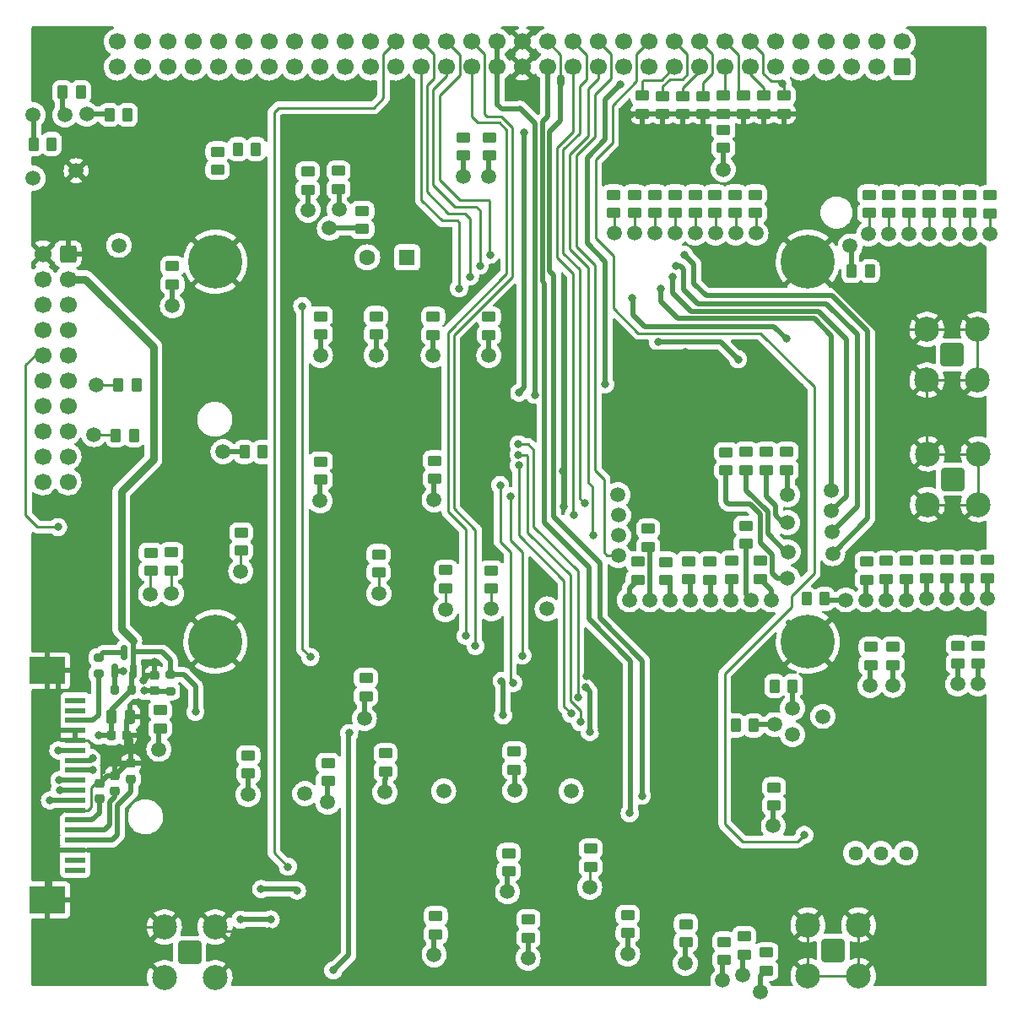
<source format=gbr>
%TF.GenerationSoftware,KiCad,Pcbnew,(6.0.5)*%
%TF.CreationDate,2022-06-30T03:28:59+08:00*%
%TF.ProjectId,lkt100a1_bclamp,6c6b7431-3030-4613-915f-62636c616d70,rev?*%
%TF.SameCoordinates,Original*%
%TF.FileFunction,Copper,L1,Top*%
%TF.FilePolarity,Positive*%
%FSLAX46Y46*%
G04 Gerber Fmt 4.6, Leading zero omitted, Abs format (unit mm)*
G04 Created by KiCad (PCBNEW (6.0.5)) date 2022-06-30 03:28:59*
%MOMM*%
%LPD*%
G01*
G04 APERTURE LIST*
G04 Aperture macros list*
%AMRoundRect*
0 Rectangle with rounded corners*
0 $1 Rounding radius*
0 $2 $3 $4 $5 $6 $7 $8 $9 X,Y pos of 4 corners*
0 Add a 4 corners polygon primitive as box body*
4,1,4,$2,$3,$4,$5,$6,$7,$8,$9,$2,$3,0*
0 Add four circle primitives for the rounded corners*
1,1,$1+$1,$2,$3*
1,1,$1+$1,$4,$5*
1,1,$1+$1,$6,$7*
1,1,$1+$1,$8,$9*
0 Add four rect primitives between the rounded corners*
20,1,$1+$1,$2,$3,$4,$5,0*
20,1,$1+$1,$4,$5,$6,$7,0*
20,1,$1+$1,$6,$7,$8,$9,0*
20,1,$1+$1,$8,$9,$2,$3,0*%
G04 Aperture macros list end*
%TA.AperFunction,ComponentPad*%
%ADD10C,1.500000*%
%TD*%
%TA.AperFunction,SMDPad,CuDef*%
%ADD11RoundRect,0.250000X-0.450000X0.262500X-0.450000X-0.262500X0.450000X-0.262500X0.450000X0.262500X0*%
%TD*%
%TA.AperFunction,SMDPad,CuDef*%
%ADD12RoundRect,0.250000X0.262500X0.450000X-0.262500X0.450000X-0.262500X-0.450000X0.262500X-0.450000X0*%
%TD*%
%TA.AperFunction,SMDPad,CuDef*%
%ADD13RoundRect,0.250000X0.450000X-0.262500X0.450000X0.262500X-0.450000X0.262500X-0.450000X-0.262500X0*%
%TD*%
%TA.AperFunction,SMDPad,CuDef*%
%ADD14RoundRect,0.250000X-0.262500X-0.450000X0.262500X-0.450000X0.262500X0.450000X-0.262500X0.450000X0*%
%TD*%
%TA.AperFunction,SMDPad,CuDef*%
%ADD15RoundRect,0.225000X0.250000X-0.225000X0.250000X0.225000X-0.250000X0.225000X-0.250000X-0.225000X0*%
%TD*%
%TA.AperFunction,SMDPad,CuDef*%
%ADD16RoundRect,0.200000X-0.275000X0.200000X-0.275000X-0.200000X0.275000X-0.200000X0.275000X0.200000X0*%
%TD*%
%TA.AperFunction,SMDPad,CuDef*%
%ADD17RoundRect,0.150000X0.150000X-0.587500X0.150000X0.587500X-0.150000X0.587500X-0.150000X-0.587500X0*%
%TD*%
%TA.AperFunction,ComponentPad*%
%ADD18C,0.800000*%
%TD*%
%TA.AperFunction,ComponentPad*%
%ADD19C,5.400000*%
%TD*%
%TA.AperFunction,SMDPad,CuDef*%
%ADD20RoundRect,0.250000X-0.250000X-0.475000X0.250000X-0.475000X0.250000X0.475000X-0.250000X0.475000X0*%
%TD*%
%TA.AperFunction,SMDPad,CuDef*%
%ADD21RoundRect,0.225000X-0.225000X-0.250000X0.225000X-0.250000X0.225000X0.250000X-0.225000X0.250000X0*%
%TD*%
%TA.AperFunction,SMDPad,CuDef*%
%ADD22R,2.000000X0.610000*%
%TD*%
%TA.AperFunction,SMDPad,CuDef*%
%ADD23R,3.600000X2.680000*%
%TD*%
%TA.AperFunction,SMDPad,CuDef*%
%ADD24RoundRect,0.200000X0.200000X0.275000X-0.200000X0.275000X-0.200000X-0.275000X0.200000X-0.275000X0*%
%TD*%
%TA.AperFunction,ComponentPad*%
%ADD25RoundRect,0.200100X-0.949900X-0.949900X0.949900X-0.949900X0.949900X0.949900X-0.949900X0.949900X0*%
%TD*%
%TA.AperFunction,ComponentPad*%
%ADD26C,2.500000*%
%TD*%
%TA.AperFunction,ComponentPad*%
%ADD27RoundRect,0.200100X0.949900X-0.949900X0.949900X0.949900X-0.949900X0.949900X-0.949900X-0.949900X0*%
%TD*%
%TA.AperFunction,ComponentPad*%
%ADD28R,1.600000X1.600000*%
%TD*%
%TA.AperFunction,ComponentPad*%
%ADD29C,1.600000*%
%TD*%
%TA.AperFunction,ComponentPad*%
%ADD30RoundRect,0.250000X0.600000X-0.600000X0.600000X0.600000X-0.600000X0.600000X-0.600000X-0.600000X0*%
%TD*%
%TA.AperFunction,ComponentPad*%
%ADD31C,1.700000*%
%TD*%
%TA.AperFunction,ComponentPad*%
%ADD32C,1.440000*%
%TD*%
%TA.AperFunction,ComponentPad*%
%ADD33RoundRect,0.250000X0.600000X0.600000X-0.600000X0.600000X-0.600000X-0.600000X0.600000X-0.600000X0*%
%TD*%
%TA.AperFunction,ViaPad*%
%ADD34C,0.800000*%
%TD*%
%TA.AperFunction,Conductor*%
%ADD35C,0.500000*%
%TD*%
%TA.AperFunction,Conductor*%
%ADD36C,0.508000*%
%TD*%
%TA.AperFunction,Conductor*%
%ADD37C,0.762000*%
%TD*%
%TA.AperFunction,Conductor*%
%ADD38C,0.250000*%
%TD*%
%TA.AperFunction,Conductor*%
%ADD39C,0.381000*%
%TD*%
%TA.AperFunction,Conductor*%
%ADD40C,0.254000*%
%TD*%
G04 APERTURE END LIST*
D10*
%TO.P,TP82,1,1*%
%TO.N,Net-(R75-Pad1)*%
X122555000Y-57341000D03*
%TD*%
%TO.P,TP29,1,1*%
%TO.N,/CAN1_H*%
X142392400Y-87274400D03*
%TD*%
%TO.P,TP51,1,1*%
%TO.N,unconnected-(TP51-Pad1)*%
X103415800Y-113284000D03*
%TD*%
D11*
%TO.P,R18,1*%
%TO.N,unconnected-(R18-Pad1)*%
X95615000Y-101931109D03*
%TO.P,R18,2*%
%TO.N,Net-(R18-Pad2)*%
X95615000Y-103756109D03*
%TD*%
%TO.P,R37,1*%
%TO.N,unconnected-(R37-Pad1)*%
X146110200Y-53467909D03*
%TO.P,R37,2*%
%TO.N,Net-(R37-Pad2)*%
X146110200Y-55292909D03*
%TD*%
D10*
%TO.P,TP3,1,1*%
%TO.N,Net-(R19-Pad2)*%
X91033600Y-84175600D03*
%TD*%
D11*
%TO.P,R97,1*%
%TO.N,unconnected-(R97-Pad1)*%
X89773000Y-51131109D03*
%TO.P,R97,2*%
%TO.N,Net-(R97-Pad2)*%
X89773000Y-52956109D03*
%TD*%
D12*
%TO.P,R26,1*%
%TO.N,unconnected-(R26-Pad1)*%
X72346700Y-77596009D03*
%TO.P,R26,2*%
%TO.N,Net-(R26-Pad2)*%
X70521700Y-77596009D03*
%TD*%
D13*
%TO.P,R70,1*%
%TO.N,Net-(R70-Pad1)*%
X132648200Y-55291009D03*
%TO.P,R70,2*%
%TO.N,unconnected-(R70-Pad2)*%
X132648200Y-53466009D03*
%TD*%
D11*
%TO.P,R55,1*%
%TO.N,unconnected-(R55-Pad1)*%
X127974600Y-90221709D03*
%TO.P,R55,2*%
%TO.N,Net-(R55-Pad2)*%
X127974600Y-92046709D03*
%TD*%
D10*
%TO.P,TP48,1,1*%
%TO.N,unconnected-(TP48-Pad1)*%
X113805000Y-95021400D03*
%TD*%
%TO.P,TP97,1,1*%
%TO.N,Net-(R94-Pad2)*%
X65430400Y-45466000D03*
%TD*%
D14*
%TO.P,R8,1*%
%TO.N,unconnected-(R8-Pad1)*%
X139812900Y-94004409D03*
%TO.P,R8,2*%
%TO.N,Net-(R8-Pad2)*%
X141637900Y-94004409D03*
%TD*%
D10*
%TO.P,TP63,1,1*%
%TO.N,Net-(R52-Pad2)*%
X134239000Y-94107000D03*
%TD*%
%TO.P,TP70,1,1*%
%TO.N,Net-(R61-Pad2)*%
X131470400Y-50952400D03*
%TD*%
D11*
%TO.P,R64,1*%
%TO.N,unconnected-(R64-Pad1)*%
X121878600Y-125705509D03*
%TO.P,R64,2*%
%TO.N,Net-(R64-Pad2)*%
X121878600Y-127530509D03*
%TD*%
%TO.P,R1,1*%
%TO.N,unconnected-(R1-Pad1)*%
X157997400Y-90094709D03*
%TO.P,R1,2*%
%TO.N,Net-(R1-Pad2)*%
X157997400Y-91919709D03*
%TD*%
D10*
%TO.P,TP9,1,1*%
%TO.N,Net-(R4-Pad2)*%
X151892000Y-93980000D03*
%TD*%
D11*
%TO.P,R33,1*%
%TO.N,unconnected-(R33-Pad1)*%
X154136600Y-53467909D03*
%TO.P,R33,2*%
%TO.N,Net-(R33-Pad2)*%
X154136600Y-55292909D03*
%TD*%
D10*
%TO.P,TP47,1,1*%
%TO.N,unconnected-(TP47-Pad1)*%
X141462000Y-105790009D03*
%TD*%
D11*
%TO.P,R52,1*%
%TO.N,unconnected-(R52-Pad1)*%
X133715000Y-86665709D03*
%TO.P,R52,2*%
%TO.N,Net-(R52-Pad2)*%
X133715000Y-88490709D03*
%TD*%
D10*
%TO.P,TP24,1,1*%
%TO.N,Net-(R16-Pad2)*%
X148488400Y-102666800D03*
%TD*%
D11*
%TO.P,R6,1*%
%TO.N,unconnected-(R6-Pad1)*%
X147837400Y-90196309D03*
%TO.P,R6,2*%
%TO.N,Net-(R6-Pad2)*%
X147837400Y-92021309D03*
%TD*%
%TO.P,R10,1*%
%TO.N,unconnected-(R10-Pad1)*%
X137829800Y-79274309D03*
%TO.P,R10,2*%
%TO.N,Net-(R10-Pad2)*%
X137829800Y-81099309D03*
%TD*%
D10*
%TO.P,TP32,1,1*%
%TO.N,/CAN2_L*%
X142341600Y-85191600D03*
%TD*%
D13*
%TO.P,R83,1*%
%TO.N,Net-(R83-Pad1)*%
X83829400Y-111528509D03*
%TO.P,R83,2*%
%TO.N,unconnected-(R83-Pad2)*%
X83829400Y-109703509D03*
%TD*%
D10*
%TO.P,TP18,1,1*%
%TO.N,Net-(R10-Pad2)*%
X137922000Y-83566000D03*
%TD*%
%TO.P,TP96,1,1*%
%TO.N,Net-(R93-Pad2)*%
X67614800Y-45415200D03*
%TD*%
%TO.P,TP58,1,1*%
%TO.N,Net-(R47-Pad2)*%
X102463600Y-129692400D03*
%TD*%
%TO.P,TP69,1,1*%
%TO.N,Net-(R58-Pad2)*%
X122047000Y-94107000D03*
%TD*%
D11*
%TO.P,R11,1*%
%TO.N,unconnected-(R11-Pad1)*%
X133765800Y-79248909D03*
%TO.P,R11,2*%
%TO.N,Net-(R11-Pad2)*%
X133765800Y-81073909D03*
%TD*%
D10*
%TO.P,TP35,1,1*%
%TO.N,Net-(R26-Pad2)*%
X68326000Y-77520800D03*
%TD*%
%TO.P,TP75,1,1*%
%TO.N,Net-(R66-Pad2)*%
X111887000Y-130048000D03*
%TD*%
D11*
%TO.P,R50,1*%
%TO.N,unconnected-(R50-Pad1)*%
X135797800Y-129464709D03*
%TO.P,R50,2*%
%TO.N,Net-(R50-Pad2)*%
X135797800Y-131289709D03*
%TD*%
%TO.P,R65,1*%
%TO.N,unconnected-(R65-Pad1)*%
X131581400Y-128397909D03*
%TO.P,R65,2*%
%TO.N,Net-(R65-Pad2)*%
X131581400Y-130222909D03*
%TD*%
D10*
%TO.P,TP40,1,1*%
%TO.N,Net-(R32-Pad2)*%
X156210000Y-57404000D03*
%TD*%
D11*
%TO.P,R22,1*%
%TO.N,unconnected-(R22-Pad1)*%
X80730600Y-49149909D03*
%TO.P,R22,2*%
%TO.N,unconnected-(R22-Pad2)*%
X80730600Y-50974909D03*
%TD*%
D10*
%TO.P,TP17,1,1*%
%TO.N,Net-(R9-Pad2)*%
X137922000Y-86360000D03*
%TD*%
D11*
%TO.P,R7,1*%
%TO.N,unconnected-(R7-Pad1)*%
X145856200Y-90247109D03*
%TO.P,R7,2*%
%TO.N,Net-(R7-Pad2)*%
X145856200Y-92072109D03*
%TD*%
D10*
%TO.P,TP86,1,1*%
%TO.N,Net-(R86-Pad2)*%
X91059000Y-69583000D03*
%TD*%
%TO.P,TP14,1,1*%
%TO.N,/SMU1*%
X62230000Y-51816000D03*
%TD*%
%TO.P,TP41,1,1*%
%TO.N,Net-(R33-Pad2)*%
X154178000Y-57404000D03*
%TD*%
D11*
%TO.P,R91,1*%
%TO.N,unconnected-(R91-Pad1)*%
X74025000Y-89383509D03*
%TO.P,R91,2*%
%TO.N,Net-(R91-Pad2)*%
X74025000Y-91208509D03*
%TD*%
%TO.P,R96,1*%
%TO.N,unconnected-(R96-Pad1)*%
X95259400Y-55093509D03*
%TO.P,R96,2*%
%TO.N,Net-(R96-Pad2)*%
X95259400Y-56918509D03*
%TD*%
D10*
%TO.P,TP10,1,1*%
%TO.N,Net-(R5-Pad2)*%
X149860000Y-94107000D03*
%TD*%
%TO.P,TP85,1,1*%
%TO.N,Net-(R85-Pad2)*%
X96631000Y-69569609D03*
%TD*%
%TO.P,TP34,1,1*%
%TO.N,Net-(R25-Pad2)*%
X76200000Y-64617600D03*
%TD*%
%TO.P,TP67,1,1*%
%TO.N,Net-(R56-Pad2)*%
X126111000Y-94107000D03*
%TD*%
D11*
%TO.P,R86,1*%
%TO.N,unconnected-(R86-Pad1)*%
X91093800Y-65661809D03*
%TO.P,R86,2*%
%TO.N,Net-(R86-Pad2)*%
X91093800Y-67486809D03*
%TD*%
D13*
%TO.P,R73,1*%
%TO.N,Net-(R73-Pad1)*%
X126653800Y-55292909D03*
%TO.P,R73,2*%
%TO.N,unconnected-(R73-Pad2)*%
X126653800Y-53467909D03*
%TD*%
D10*
%TO.P,TP88,1,1*%
%TO.N,Net-(R78-Pad1)*%
X96914000Y-93472000D03*
%TD*%
D11*
%TO.P,R56,1*%
%TO.N,unconnected-(R56-Pad1)*%
X125688600Y-90296009D03*
%TO.P,R56,2*%
%TO.N,Net-(R56-Pad2)*%
X125688600Y-92121009D03*
%TD*%
%TO.P,R58,1*%
%TO.N,unconnected-(R58-Pad1)*%
X122894600Y-90272509D03*
%TO.P,R58,2*%
%TO.N,Net-(R58-Pad2)*%
X122894600Y-92097509D03*
%TD*%
%TO.P,R92,1*%
%TO.N,unconnected-(R92-Pad1)*%
X76107800Y-89332709D03*
%TO.P,R92,2*%
%TO.N,Net-(R92-Pad2)*%
X76107800Y-91157709D03*
%TD*%
D10*
%TO.P,TP11,1,1*%
%TO.N,Net-(R6-Pad2)*%
X147828000Y-94107000D03*
%TD*%
%TO.P,TP36,1,1*%
%TO.N,Net-(R27-Pad2)*%
X68580000Y-72566809D03*
%TD*%
D11*
%TO.P,R49,1*%
%TO.N,unconnected-(R49-Pad1)*%
X133562600Y-127839109D03*
%TO.P,R49,2*%
%TO.N,Net-(R49-Pad2)*%
X133562600Y-129664109D03*
%TD*%
%TO.P,R5,1*%
%TO.N,unconnected-(R5-Pad1)*%
X149869400Y-90196309D03*
%TO.P,R5,2*%
%TO.N,Net-(R5-Pad2)*%
X149869400Y-92021309D03*
%TD*%
%TO.P,R17,1*%
%TO.N,unconnected-(R17-Pad1)*%
X91805000Y-110465509D03*
%TO.P,R17,2*%
%TO.N,Net-(R17-Pad2)*%
X91805000Y-112290509D03*
%TD*%
D13*
%TO.P,R110,1*%
%TO.N,GND*%
X137550400Y-45336109D03*
%TO.P,R110,2*%
%TO.N,/AIN0*%
X137550400Y-43511109D03*
%TD*%
D11*
%TO.P,R12,1*%
%TO.N,unconnected-(R12-Pad1)*%
X131759200Y-79299709D03*
%TO.P,R12,2*%
%TO.N,Net-(R12-Pad2)*%
X131759200Y-81124709D03*
%TD*%
D13*
%TO.P,R111,1*%
%TO.N,GND*%
X133511800Y-45336109D03*
%TO.P,R111,2*%
%TO.N,/AIN1*%
X133511800Y-43511109D03*
%TD*%
D11*
%TO.P,R54,1*%
%TO.N,unconnected-(R54-Pad1)*%
X130133600Y-90247109D03*
%TO.P,R54,2*%
%TO.N,Net-(R54-Pad2)*%
X130133600Y-92072109D03*
%TD*%
D10*
%TO.P,TP66,1,1*%
%TO.N,Net-(R55-Pad2)*%
X128143000Y-94107000D03*
%TD*%
%TO.P,TP27,1,1*%
%TO.N,/COM2_RX*%
X120954800Y-89662000D03*
%TD*%
%TO.P,TP59,1,1*%
%TO.N,Net-(R48-Pad2)*%
X127660400Y-130556000D03*
%TD*%
D11*
%TO.P,R43,1*%
%TO.N,unconnected-(R43-Pad1)*%
X102523800Y-80137909D03*
%TO.P,R43,2*%
%TO.N,Net-(R43-Pad2)*%
X102523800Y-81962909D03*
%TD*%
D15*
%TO.P,C2,1*%
%TO.N,Net-(C2-Pad1)*%
X72043800Y-112064409D03*
%TO.P,C2,2*%
%TO.N,GND*%
X72043800Y-110514409D03*
%TD*%
D11*
%TO.P,R34,1*%
%TO.N,unconnected-(R34-Pad1)*%
X152104600Y-53467909D03*
%TO.P,R34,2*%
%TO.N,Net-(R34-Pad2)*%
X152104600Y-55292909D03*
%TD*%
D13*
%TO.P,R76,1*%
%TO.N,Net-(R76-Pad1)*%
X120456200Y-55291009D03*
%TO.P,R76,2*%
%TO.N,unconnected-(R76-Pad2)*%
X120456200Y-53466009D03*
%TD*%
D11*
%TO.P,R2,1*%
%TO.N,unconnected-(R2-Pad1)*%
X155965400Y-90094709D03*
%TO.P,R2,2*%
%TO.N,Net-(R2-Pad2)*%
X155965400Y-91919709D03*
%TD*%
D14*
%TO.P,R45,1*%
%TO.N,unconnected-(R45-Pad1)*%
X136612500Y-102742009D03*
%TO.P,R45,2*%
%TO.N,Net-(R45-Pad2)*%
X138437500Y-102742009D03*
%TD*%
D10*
%TO.P,TP42,1,1*%
%TO.N,Net-(R34-Pad2)*%
X152146000Y-57404000D03*
%TD*%
D12*
%TO.P,R94,1*%
%TO.N,unconnected-(R94-Pad1)*%
X67012700Y-43179009D03*
%TO.P,R94,2*%
%TO.N,Net-(R94-Pad2)*%
X65187700Y-43179009D03*
%TD*%
D11*
%TO.P,R47,1*%
%TO.N,unconnected-(R47-Pad1)*%
X102625400Y-125807109D03*
%TO.P,R47,2*%
%TO.N,Net-(R47-Pad2)*%
X102625400Y-127632109D03*
%TD*%
%TO.P,R66,1*%
%TO.N,unconnected-(R66-Pad1)*%
X111921800Y-126164609D03*
%TO.P,R66,2*%
%TO.N,Net-(R66-Pad2)*%
X111921800Y-127989609D03*
%TD*%
D10*
%TO.P,TP91,1,1*%
%TO.N,Net-(R81-Pad1)*%
X110556000Y-113233200D03*
%TD*%
%TO.P,TP15,1,1*%
%TO.N,GND*%
X66557400Y-51078409D03*
%TD*%
D16*
%TO.P,R109,1*%
%TO.N,+3V3*%
X75980800Y-101625409D03*
%TO.P,R109,2*%
%TO.N,/LCD_RST*%
X75980800Y-103275409D03*
%TD*%
D17*
%TO.P,Q7,1,G*%
%TO.N,/LCD_BSW*%
X70382600Y-101291909D03*
%TO.P,Q7,2,S*%
%TO.N,+3V3*%
X72282600Y-101291909D03*
%TO.P,Q7,3,D*%
%TO.N,Net-(Q7-Pad3)*%
X71332600Y-99416909D03*
%TD*%
D15*
%TO.P,C3,1*%
%TO.N,Net-(C3-Pad1)*%
X70443600Y-113296009D03*
%TO.P,C3,2*%
%TO.N,GND*%
X70443600Y-111746009D03*
%TD*%
D13*
%TO.P,R104,1*%
%TO.N,GND*%
X123377200Y-45361509D03*
%TO.P,R104,2*%
%TO.N,/AIN7*%
X123377200Y-43536509D03*
%TD*%
D12*
%TO.P,R29,1*%
%TO.N,unconnected-(R29-Pad1)*%
X64091700Y-48386009D03*
%TO.P,R29,2*%
%TO.N,Net-(R29-Pad2)*%
X62266700Y-48386009D03*
%TD*%
D10*
%TO.P,TP60,1,1*%
%TO.N,Net-(R49-Pad2)*%
X133451600Y-131724400D03*
%TD*%
%TO.P,TP7,1,1*%
%TO.N,Net-(R2-Pad2)*%
X155956000Y-93980000D03*
%TD*%
%TO.P,TP2,1,1*%
%TO.N,Net-(R18-Pad2)*%
X95462600Y-106018609D03*
%TD*%
D13*
%TO.P,R78,1*%
%TO.N,Net-(R78-Pad1)*%
X96885000Y-91360909D03*
%TO.P,R78,2*%
%TO.N,unconnected-(R78-Pad2)*%
X96885000Y-89535909D03*
%TD*%
%TO.P,R113,1*%
%TO.N,GND*%
X125409200Y-45386909D03*
%TO.P,R113,2*%
%TO.N,/AIN3*%
X125409200Y-43561909D03*
%TD*%
D12*
%TO.P,R93,1*%
%TO.N,unconnected-(R93-Pad1)*%
X71711700Y-45465009D03*
%TO.P,R93,2*%
%TO.N,Net-(R93-Pad2)*%
X69886700Y-45465009D03*
%TD*%
D18*
%TO.P,H3,1,1*%
%TO.N,GND*%
X138522109Y-96866109D03*
X141979000Y-98298000D03*
D19*
X139954000Y-98298000D03*
D18*
X141385891Y-96866109D03*
X139954000Y-96273000D03*
X139954000Y-100323000D03*
X138522109Y-99729891D03*
X137929000Y-98298000D03*
X141385891Y-99729891D03*
%TD*%
D11*
%TO.P,R53,1*%
%TO.N,unconnected-(R53-Pad1)*%
X132292600Y-90170909D03*
%TO.P,R53,2*%
%TO.N,Net-(R53-Pad2)*%
X132292600Y-91995909D03*
%TD*%
D10*
%TO.P,TP76,1,1*%
%TO.N,Net-(R69-Pad1)*%
X134747000Y-57341000D03*
%TD*%
D14*
%TO.P,R46,1*%
%TO.N,unconnected-(R46-Pad1)*%
X82764500Y-48894009D03*
%TO.P,R46,2*%
%TO.N,unconnected-(R46-Pad2)*%
X84589500Y-48894009D03*
%TD*%
D10*
%TO.P,TP92,1,1*%
%TO.N,Net-(R82-Pad1)*%
X97523000Y-113385600D03*
%TD*%
%TO.P,TP37,1,1*%
%TO.N,Net-(R28-Pad2)*%
X74859007Y-109092009D03*
%TD*%
D15*
%TO.P,C4,1*%
%TO.N,Net-(C4-Pad1)*%
X68868800Y-114083409D03*
%TO.P,C4,2*%
%TO.N,GND*%
X68868800Y-112533409D03*
%TD*%
D10*
%TO.P,TP64,1,1*%
%TO.N,Net-(R53-Pad2)*%
X132207000Y-94107000D03*
%TD*%
D13*
%TO.P,R74,1*%
%TO.N,Net-(R74-Pad1)*%
X124621800Y-55292909D03*
%TO.P,R74,2*%
%TO.N,unconnected-(R74-Pad2)*%
X124621800Y-53467909D03*
%TD*%
D10*
%TO.P,TP6,1,1*%
%TO.N,Net-(R1-Pad2)*%
X157988000Y-93980000D03*
%TD*%
D11*
%TO.P,R28,1*%
%TO.N,unconnected-(R28-Pad1)*%
X74990200Y-105182309D03*
%TO.P,R28,2*%
%TO.N,Net-(R28-Pad2)*%
X74990200Y-107007309D03*
%TD*%
D13*
%TO.P,R103,1*%
%TO.N,GND*%
X127415800Y-45386909D03*
%TO.P,R103,2*%
%TO.N,/AIN6*%
X127415800Y-43561909D03*
%TD*%
D10*
%TO.P,TP79,1,1*%
%TO.N,Net-(R72-Pad1)*%
X128651000Y-57341000D03*
%TD*%
%TO.P,TP22,1,1*%
%TO.N,Net-(R14-Pad2)*%
X157022800Y-102514400D03*
%TD*%
D13*
%TO.P,R82,1*%
%TO.N,Net-(R82-Pad1)*%
X97596200Y-111325309D03*
%TO.P,R82,2*%
%TO.N,unconnected-(R82-Pad2)*%
X97596200Y-109500309D03*
%TD*%
D10*
%TO.P,TP100,1,1*%
%TO.N,Net-(R97-Pad2)*%
X89814400Y-55016400D03*
%TD*%
%TO.P,TP26,1,1*%
%TO.N,/COM1_RX*%
X120904000Y-83566000D03*
%TD*%
%TO.P,TP13,1,1*%
%TO.N,Net-(R8-Pad2)*%
X143764000Y-94107000D03*
%TD*%
D11*
%TO.P,R14,1*%
%TO.N,unconnected-(R14-Pad1)*%
X157032200Y-98679909D03*
%TO.P,R14,2*%
%TO.N,Net-(R14-Pad2)*%
X157032200Y-100504909D03*
%TD*%
D20*
%TO.P,C5,1*%
%TO.N,+3V3*%
X70077800Y-105840809D03*
%TO.P,C5,2*%
%TO.N,GND*%
X71977800Y-105840809D03*
%TD*%
D10*
%TO.P,TP44,1,1*%
%TO.N,Net-(R36-Pad2)*%
X148082000Y-57404000D03*
%TD*%
D11*
%TO.P,R61,1*%
%TO.N,unconnected-(R61-Pad1)*%
X131479800Y-46965509D03*
%TO.P,R61,2*%
%TO.N,Net-(R61-Pad2)*%
X131479800Y-48790509D03*
%TD*%
%TO.P,R44,1*%
%TO.N,unconnected-(R44-Pad1)*%
X108010200Y-47727509D03*
%TO.P,R44,2*%
%TO.N,Net-(R44-Pad2)*%
X108010200Y-49552509D03*
%TD*%
%TO.P,R9,1*%
%TO.N,unconnected-(R9-Pad1)*%
X135797800Y-79250809D03*
%TO.P,R9,2*%
%TO.N,Net-(R9-Pad2)*%
X135797800Y-81075809D03*
%TD*%
D10*
%TO.P,TP93,1,1*%
%TO.N,Net-(R83-Pad1)*%
X83794600Y-113639600D03*
%TD*%
%TO.P,TP28,1,1*%
%TO.N,/COM2_TX*%
X120954800Y-87630000D03*
%TD*%
%TO.P,TP65,1,1*%
%TO.N,Net-(R54-Pad2)*%
X130175000Y-94107000D03*
%TD*%
D11*
%TO.P,R31,1*%
%TO.N,unconnected-(R31-Pad1)*%
X158251400Y-53518709D03*
%TO.P,R31,2*%
%TO.N,Net-(R31-Pad2)*%
X158251400Y-55343709D03*
%TD*%
D10*
%TO.P,TP12,1,1*%
%TO.N,Net-(R7-Pad2)*%
X145796000Y-94107000D03*
%TD*%
D13*
%TO.P,R79,1*%
%TO.N,Net-(R79-Pad1)*%
X108213400Y-92986509D03*
%TO.P,R79,2*%
%TO.N,unconnected-(R79-Pad2)*%
X108213400Y-91161509D03*
%TD*%
D11*
%TO.P,R19,1*%
%TO.N,unconnected-(R19-Pad1)*%
X91093800Y-80239509D03*
%TO.P,R19,2*%
%TO.N,Net-(R19-Pad2)*%
X91093800Y-82064509D03*
%TD*%
D10*
%TO.P,TP57,1,1*%
%TO.N,Net-(R45-Pad2)*%
X138414000Y-104977209D03*
%TD*%
%TO.P,TP53,1,1*%
%TO.N,Net-(R41-Pad2)*%
X136499600Y-116789200D03*
%TD*%
%TO.P,TP54,1,1*%
%TO.N,Net-(R42-Pad2)*%
X103581200Y-95097600D03*
%TD*%
D11*
%TO.P,R87,1*%
%TO.N,unconnected-(R87-Pad1)*%
X102371400Y-65710709D03*
%TO.P,R87,2*%
%TO.N,Net-(R87-Pad2)*%
X102371400Y-67535709D03*
%TD*%
D12*
%TO.P,R24,1*%
%TO.N,unconnected-(R24-Pad1)*%
X85249900Y-79272409D03*
%TO.P,R24,2*%
%TO.N,Net-(R24-Pad2)*%
X83424900Y-79272409D03*
%TD*%
D11*
%TO.P,R35,1*%
%TO.N,unconnected-(R35-Pad1)*%
X150072600Y-53467909D03*
%TO.P,R35,2*%
%TO.N,Net-(R35-Pad2)*%
X150072600Y-55292909D03*
%TD*%
D10*
%TO.P,TP38,1,1*%
%TO.N,Net-(R29-Pad2)*%
X62230000Y-45466000D03*
%TD*%
%TO.P,TP39,1,1*%
%TO.N,Net-(R31-Pad2)*%
X158242000Y-57404000D03*
%TD*%
D13*
%TO.P,R72,1*%
%TO.N,Net-(R72-Pad1)*%
X128635000Y-55292909D03*
%TO.P,R72,2*%
%TO.N,unconnected-(R72-Pad2)*%
X128635000Y-53467909D03*
%TD*%
D11*
%TO.P,R51,1*%
%TO.N,unconnected-(R51-Pad1)*%
X135188200Y-90196309D03*
%TO.P,R51,2*%
%TO.N,Net-(R51-Pad2)*%
X135188200Y-92021309D03*
%TD*%
D10*
%TO.P,TP49,1,1*%
%TO.N,unconnected-(TP49-Pad1)*%
X138414000Y-107618809D03*
%TD*%
%TO.P,TP16,1,1*%
%TO.N,unconnected-(TP16-Pad1)*%
X70840600Y-58547000D03*
%TD*%
D11*
%TO.P,R3,1*%
%TO.N,unconnected-(R3-Pad1)*%
X153933400Y-90094709D03*
%TO.P,R3,2*%
%TO.N,Net-(R3-Pad2)*%
X153933400Y-91919709D03*
%TD*%
D10*
%TO.P,TP19,1,1*%
%TO.N,Net-(R11-Pad2)*%
X137972800Y-89306400D03*
%TD*%
%TO.P,TP68,1,1*%
%TO.N,Net-(R57-Pad2)*%
X124079000Y-94107000D03*
%TD*%
D13*
%TO.P,R102,1*%
%TO.N,GND*%
X131479800Y-45361509D03*
%TO.P,R102,2*%
%TO.N,/AIN5*%
X131479800Y-43536509D03*
%TD*%
D10*
%TO.P,TP46,1,1*%
%TO.N,Net-(R38-Pad2)*%
X144205200Y-58622209D03*
%TD*%
%TO.P,TP56,1,1*%
%TO.N,Net-(R44-Pad2)*%
X107950000Y-51663600D03*
%TD*%
%TO.P,TP99,1,1*%
%TO.N,Net-(R96-Pad2)*%
X91948000Y-56845200D03*
%TD*%
%TO.P,TP8,1,1*%
%TO.N,Net-(R3-Pad2)*%
X153924000Y-93980000D03*
%TD*%
D11*
%TO.P,R36,1*%
%TO.N,unconnected-(R36-Pad1)*%
X148091400Y-53467909D03*
%TO.P,R36,2*%
%TO.N,Net-(R36-Pad2)*%
X148091400Y-55292909D03*
%TD*%
D10*
%TO.P,TP74,1,1*%
%TO.N,Net-(R65-Pad2)*%
X131419600Y-132283200D03*
%TD*%
D11*
%TO.P,R85,1*%
%TO.N,unconnected-(R85-Pad1)*%
X96631000Y-65659909D03*
%TO.P,R85,2*%
%TO.N,Net-(R85-Pad2)*%
X96631000Y-67484909D03*
%TD*%
D10*
%TO.P,TP95,1,1*%
%TO.N,Net-(R92-Pad2)*%
X76107800Y-93471009D03*
%TD*%
D11*
%TO.P,R62,1*%
%TO.N,unconnected-(R62-Pad1)*%
X118170200Y-119050709D03*
%TO.P,R62,2*%
%TO.N,Net-(R62-Pad2)*%
X118170200Y-120875709D03*
%TD*%
D10*
%TO.P,TP72,1,1*%
%TO.N,Net-(R63-Pad2)*%
X109829600Y-123393200D03*
%TD*%
D11*
%TO.P,R16,1*%
%TO.N,unconnected-(R16-Pad1)*%
X148447000Y-98832309D03*
%TO.P,R16,2*%
%TO.N,Net-(R16-Pad2)*%
X148447000Y-100657309D03*
%TD*%
%TO.P,R42,1*%
%TO.N,unconnected-(R42-Pad1)*%
X103641400Y-91110709D03*
%TO.P,R42,2*%
%TO.N,Net-(R42-Pad2)*%
X103641400Y-92935709D03*
%TD*%
D10*
%TO.P,TP87,1,1*%
%TO.N,Net-(R87-Pad2)*%
X102362000Y-69596000D03*
%TD*%
%TO.P,TP33,1,1*%
%TO.N,Net-(R24-Pad2)*%
X81280000Y-79248000D03*
%TD*%
D11*
%TO.P,R41,1*%
%TO.N,unconnected-(R41-Pad1)*%
X136559800Y-112903909D03*
%TO.P,R41,2*%
%TO.N,Net-(R41-Pad2)*%
X136559800Y-114728909D03*
%TD*%
D10*
%TO.P,TP84,1,1*%
%TO.N,Net-(R84-Pad2)*%
X107950000Y-69596000D03*
%TD*%
D11*
%TO.P,R13,1*%
%TO.N,unconnected-(R13-Pad1)*%
X155000200Y-98679909D03*
%TO.P,R13,2*%
%TO.N,Net-(R13-Pad2)*%
X155000200Y-100504909D03*
%TD*%
D10*
%TO.P,TP98,1,1*%
%TO.N,Net-(R95-Pad2)*%
X92913200Y-54965600D03*
%TD*%
D11*
%TO.P,R15,1*%
%TO.N,unconnected-(R15-Pad1)*%
X146262600Y-98832309D03*
%TO.P,R15,2*%
%TO.N,Net-(R15-Pad2)*%
X146262600Y-100657309D03*
%TD*%
D10*
%TO.P,TP77,1,1*%
%TO.N,Net-(R70-Pad1)*%
X132715000Y-57341000D03*
%TD*%
D11*
%TO.P,R95,1*%
%TO.N,unconnected-(R95-Pad1)*%
X92871800Y-51080309D03*
%TO.P,R95,2*%
%TO.N,Net-(R95-Pad2)*%
X92871800Y-52905309D03*
%TD*%
D10*
%TO.P,TP78,1,1*%
%TO.N,Net-(R71-Pad1)*%
X130683000Y-57341000D03*
%TD*%
D11*
%TO.P,R84,1*%
%TO.N,unconnected-(R84-Pad1)*%
X107959400Y-65710709D03*
%TO.P,R84,2*%
%TO.N,Net-(R84-Pad2)*%
X107959400Y-67535709D03*
%TD*%
D13*
%TO.P,R69,1*%
%TO.N,Net-(R69-Pad1)*%
X134680200Y-55292909D03*
%TO.P,R69,2*%
%TO.N,unconnected-(R69-Pad2)*%
X134680200Y-53467909D03*
%TD*%
D18*
%TO.P,H6,1,1*%
%TO.N,GND*%
X79086109Y-58766109D03*
X81949891Y-61629891D03*
X80518000Y-58173000D03*
X79086109Y-61629891D03*
X81949891Y-58766109D03*
X78493000Y-60198000D03*
X80518000Y-62223000D03*
D19*
X80518000Y-60198000D03*
D18*
X82543000Y-60198000D03*
%TD*%
D10*
%TO.P,TP83,1,1*%
%TO.N,Net-(R76-Pad1)*%
X120523000Y-57341000D03*
%TD*%
D13*
%TO.P,R81,1*%
%TO.N,Net-(R81-Pad1)*%
X110499400Y-111122109D03*
%TO.P,R81,2*%
%TO.N,unconnected-(R81-Pad2)*%
X110499400Y-109297109D03*
%TD*%
D10*
%TO.P,TP80,1,1*%
%TO.N,Net-(R73-Pad1)*%
X126619000Y-57341000D03*
%TD*%
%TO.P,TP25,1,1*%
%TO.N,/COM1_TX*%
X120954800Y-85598000D03*
%TD*%
%TO.P,TP43,1,1*%
%TO.N,Net-(R35-Pad2)*%
X150114000Y-57404000D03*
%TD*%
%TO.P,TP4,1,1*%
%TO.N,Net-(R20-Pad2)*%
X105410000Y-51663600D03*
%TD*%
%TO.P,TP94,1,1*%
%TO.N,Net-(R91-Pad2)*%
X74015600Y-93522800D03*
%TD*%
D21*
%TO.P,C6,1*%
%TO.N,+3V3*%
X70100400Y-107720409D03*
%TO.P,C6,2*%
%TO.N,GND*%
X71650400Y-107720409D03*
%TD*%
D12*
%TO.P,R38,1*%
%TO.N,unconnected-(R38-Pad1)*%
X146159100Y-61136809D03*
%TO.P,R38,2*%
%TO.N,Net-(R38-Pad2)*%
X144334100Y-61136809D03*
%TD*%
D10*
%TO.P,TP31,1,1*%
%TO.N,/CAN2_H*%
X142341600Y-83108800D03*
%TD*%
D11*
%TO.P,R57,1*%
%TO.N,unconnected-(R57-Pad1)*%
X123936000Y-86970509D03*
%TO.P,R57,2*%
%TO.N,Net-(R57-Pad2)*%
X123936000Y-88795509D03*
%TD*%
D10*
%TO.P,TP62,1,1*%
%TO.N,Net-(R51-Pad2)*%
X136271000Y-94107000D03*
%TD*%
D15*
%TO.P,C7,1*%
%TO.N,/LCD_RST*%
X74406000Y-103237609D03*
%TO.P,C7,2*%
%TO.N,GND*%
X74406000Y-101687609D03*
%TD*%
D14*
%TO.P,R21,1*%
%TO.N,unconnected-(R21-Pad1)*%
X132700900Y-106704409D03*
%TO.P,R21,2*%
%TO.N,Net-(R21-Pad2)*%
X134525900Y-106704409D03*
%TD*%
D10*
%TO.P,TP30,1,1*%
%TO.N,/CAN1_L*%
X142443200Y-89458800D03*
%TD*%
D12*
%TO.P,R27,1*%
%TO.N,unconnected-(R27-Pad1)*%
X72600700Y-72516009D03*
%TO.P,R27,2*%
%TO.N,Net-(R27-Pad2)*%
X70775700Y-72516009D03*
%TD*%
D11*
%TO.P,R20,1*%
%TO.N,unconnected-(R20-Pad1)*%
X105368600Y-47727509D03*
%TO.P,R20,2*%
%TO.N,Net-(R20-Pad2)*%
X105368600Y-49552509D03*
%TD*%
D22*
%TO.P,J3,1,NC*%
%TO.N,unconnected-(J3-Pad1)*%
X66448200Y-104198809D03*
%TO.P,J3,2,NC*%
%TO.N,unconnected-(J3-Pad2)*%
X66448200Y-105198809D03*
%TO.P,J3,3,LED_A*%
%TO.N,Net-(J3-Pad3)*%
X66448200Y-106198809D03*
%TO.P,J3,4,LED_K*%
%TO.N,GND*%
X66448200Y-107198809D03*
%TO.P,J3,5,GND*%
X66448200Y-108198809D03*
%TO.P,J3,6,CSB*%
%TO.N,/LCD_CS*%
X66448200Y-109198809D03*
%TO.P,J3,7,RESET*%
%TO.N,/LCD_RST*%
X66448200Y-110198809D03*
%TO.P,J3,8,A0*%
%TO.N,/LCD_A0*%
X66448200Y-111198809D03*
%TO.P,J3,9,SCK*%
%TO.N,/LCD_SCK*%
X66448200Y-112198809D03*
%TO.P,J3,10,MOSI*%
%TO.N,/LCD_MOSI*%
X66448200Y-113198809D03*
%TO.P,J3,11,VDD*%
%TO.N,+3V3*%
X66448200Y-114198809D03*
%TO.P,J3,12,VSS*%
%TO.N,GND*%
X66448200Y-115198809D03*
%TO.P,J3,13,V0*%
%TO.N,Net-(C4-Pad1)*%
X66448200Y-116198809D03*
%TO.P,J3,14,XV0*%
%TO.N,Net-(C3-Pad1)*%
X66448200Y-117198809D03*
%TO.P,J3,15,VG*%
%TO.N,Net-(C2-Pad1)*%
X66448200Y-118198809D03*
%TO.P,J3,16,GND*%
%TO.N,GND*%
X66448200Y-119198809D03*
%TO.P,J3,17,NC*%
%TO.N,unconnected-(J3-Pad17)*%
X66448200Y-120198809D03*
%TO.P,J3,18,NC*%
%TO.N,unconnected-(J3-Pad18)*%
X66448200Y-121198809D03*
D23*
%TO.P,J3,MP,MP*%
%TO.N,GND*%
X63648200Y-101208809D03*
X63648200Y-124188809D03*
%TD*%
D13*
%TO.P,R101,1*%
%TO.N,GND*%
X135518400Y-45336109D03*
%TO.P,R101,2*%
%TO.N,/AIN4*%
X135518400Y-43511109D03*
%TD*%
D11*
%TO.P,R4,1*%
%TO.N,unconnected-(R4-Pad1)*%
X151901400Y-90096609D03*
%TO.P,R4,2*%
%TO.N,Net-(R4-Pad2)*%
X151901400Y-91921609D03*
%TD*%
D13*
%TO.P,R71,1*%
%TO.N,Net-(R71-Pad1)*%
X130616200Y-55292909D03*
%TO.P,R71,2*%
%TO.N,unconnected-(R71-Pad2)*%
X130616200Y-53467909D03*
%TD*%
D10*
%TO.P,TP21,1,1*%
%TO.N,Net-(R13-Pad2)*%
X154990800Y-102565200D03*
%TD*%
%TO.P,TP61,1,1*%
%TO.N,Net-(R50-Pad2)*%
X135229600Y-133451600D03*
%TD*%
D11*
%TO.P,R32,1*%
%TO.N,unconnected-(R32-Pad1)*%
X156168600Y-53467909D03*
%TO.P,R32,2*%
%TO.N,Net-(R32-Pad2)*%
X156168600Y-55292909D03*
%TD*%
D10*
%TO.P,TP89,1,1*%
%TO.N,Net-(R79-Pad1)*%
X108217000Y-95021400D03*
%TD*%
%TO.P,TP50,1,1*%
%TO.N,unconnected-(TP50-Pad1)*%
X116194800Y-113284000D03*
%TD*%
D13*
%TO.P,R80,1*%
%TO.N,Net-(R80-Pad1)*%
X83118200Y-89176509D03*
%TO.P,R80,2*%
%TO.N,unconnected-(R80-Pad2)*%
X83118200Y-87351509D03*
%TD*%
D10*
%TO.P,TP71,1,1*%
%TO.N,Net-(R62-Pad2)*%
X118059200Y-122936000D03*
%TD*%
%TO.P,TP73,1,1*%
%TO.N,Net-(R64-Pad2)*%
X121869200Y-129641600D03*
%TD*%
%TO.P,TP52,1,1*%
%TO.N,unconnected-(TP52-Pad1)*%
X89484200Y-113538000D03*
%TD*%
D18*
%TO.P,H1,1,1*%
%TO.N,GND*%
X139954000Y-62223000D03*
D19*
X139954000Y-60198000D03*
D18*
X141979000Y-60198000D03*
X137929000Y-60198000D03*
X141385891Y-58766109D03*
X139954000Y-58173000D03*
X141385891Y-61629891D03*
X138522109Y-58766109D03*
X138522109Y-61629891D03*
%TD*%
%TO.P,H5,1,1*%
%TO.N,GND*%
X80518000Y-100323000D03*
X79086109Y-99729891D03*
X81949891Y-99729891D03*
X78493000Y-98298000D03*
X82543000Y-98298000D03*
X79086109Y-96866109D03*
X80518000Y-96273000D03*
D19*
X80518000Y-98298000D03*
D18*
X81949891Y-96866109D03*
%TD*%
D10*
%TO.P,TP55,1,1*%
%TO.N,Net-(R43-Pad2)*%
X102463600Y-84074000D03*
%TD*%
D24*
%TO.P,R99,1*%
%TO.N,+3V3*%
X72106800Y-103097609D03*
%TO.P,R99,2*%
%TO.N,/LCD_BSW*%
X70456800Y-103097609D03*
%TD*%
D11*
%TO.P,R63,1*%
%TO.N,unconnected-(R63-Pad1)*%
X109940600Y-119507909D03*
%TO.P,R63,2*%
%TO.N,Net-(R63-Pad2)*%
X109940600Y-121332909D03*
%TD*%
D10*
%TO.P,TP90,1,1*%
%TO.N,Net-(R80-Pad1)*%
X83058000Y-91236800D03*
%TD*%
D13*
%TO.P,R112,1*%
%TO.N,GND*%
X129447800Y-45386909D03*
%TO.P,R112,2*%
%TO.N,/AIN2*%
X129447800Y-43561909D03*
%TD*%
D10*
%TO.P,TP45,1,1*%
%TO.N,Net-(R37-Pad2)*%
X146050000Y-57404000D03*
%TD*%
D13*
%TO.P,R75,1*%
%TO.N,Net-(R75-Pad1)*%
X122539000Y-55292909D03*
%TO.P,R75,2*%
%TO.N,unconnected-(R75-Pad2)*%
X122539000Y-53467909D03*
%TD*%
D10*
%TO.P,TP81,1,1*%
%TO.N,Net-(R74-Pad1)*%
X124587000Y-57341000D03*
%TD*%
D11*
%TO.P,R25,1*%
%TO.N,unconnected-(R25-Pad1)*%
X76209400Y-60630709D03*
%TO.P,R25,2*%
%TO.N,Net-(R25-Pad2)*%
X76209400Y-62455709D03*
%TD*%
D10*
%TO.P,TP23,1,1*%
%TO.N,Net-(R15-Pad2)*%
X146202400Y-102717600D03*
%TD*%
D11*
%TO.P,R48,1*%
%TO.N,unconnected-(R48-Pad1)*%
X127720600Y-126619909D03*
%TO.P,R48,2*%
%TO.N,Net-(R48-Pad2)*%
X127720600Y-128444909D03*
%TD*%
D10*
%TO.P,TP5,1,1*%
%TO.N,Net-(R21-Pad2)*%
X136601200Y-106629200D03*
%TD*%
%TO.P,TP1,1,1*%
%TO.N,Net-(R17-Pad2)*%
X91795600Y-114401600D03*
%TD*%
%TO.P,TP20,1,1*%
%TO.N,Net-(R12-Pad2)*%
X137922000Y-91948000D03*
%TD*%
D16*
%TO.P,R100,1*%
%TO.N,Net-(Q7-Pad3)*%
X68792600Y-99885009D03*
%TO.P,R100,2*%
%TO.N,Net-(J3-Pad3)*%
X68792600Y-101535009D03*
%TD*%
D25*
%TO.P,J1,1,In*%
%TO.N,Net-(J1-Pad1)*%
X77936600Y-129462809D03*
D26*
%TO.P,J1,2,Ext*%
%TO.N,GND*%
X75396600Y-132002809D03*
X80476600Y-132002809D03*
X80476600Y-126922809D03*
X75396600Y-126922809D03*
%TD*%
D27*
%TO.P,J7,1,In*%
%TO.N,Net-(J7-Pad1)*%
X154503000Y-82015609D03*
D26*
%TO.P,J7,2,Ext*%
%TO.N,GND*%
X157043000Y-79475609D03*
X157043000Y-84555609D03*
X151963000Y-79475609D03*
X151963000Y-84555609D03*
%TD*%
D28*
%TO.P,BZ1,1,-*%
%TO.N,Net-(BZ1-Pad1)*%
X99748600Y-59765209D03*
D29*
%TO.P,BZ1,2,+*%
%TO.N,Net-(BZ1-Pad2)*%
X95748600Y-59765209D03*
%TD*%
D27*
%TO.P,J6,1,In*%
%TO.N,Net-(J6-Pad1)*%
X154452200Y-69518809D03*
D26*
%TO.P,J6,2,Ext*%
%TO.N,GND*%
X156992200Y-66978809D03*
X151912200Y-72058809D03*
X156992200Y-72058809D03*
X151912200Y-66978809D03*
%TD*%
D30*
%TO.P,J4,1,Pin_1*%
%TO.N,/RESV1*%
X149437600Y-40672309D03*
D31*
%TO.P,J4,2,Pin_2*%
%TO.N,/RESV2*%
X149437600Y-38132309D03*
%TO.P,J4,3,Pin_3*%
%TO.N,/SPI2_CS*%
X146897600Y-40672309D03*
%TO.P,J4,4,Pin_4*%
%TO.N,/SPI2_MISO*%
X146897600Y-38132309D03*
%TO.P,J4,5,Pin_5*%
%TO.N,/SPI2_SCK*%
X144357600Y-40672309D03*
%TO.P,J4,6,Pin_6*%
%TO.N,/SPI2_MOSI*%
X144357600Y-38132309D03*
%TO.P,J4,7,Pin_7*%
%TO.N,/SMU2*%
X141817600Y-40672309D03*
%TO.P,J4,8,Pin_8*%
%TO.N,/SMU7*%
X141817600Y-38132309D03*
%TO.P,J4,9,Pin_9*%
%TO.N,/SMU3*%
X139277600Y-40672309D03*
%TO.P,J4,10,Pin_10*%
%TO.N,/SMU8*%
X139277600Y-38132309D03*
%TO.P,J4,11,Pin_11*%
%TO.N,/SMU4*%
X136737600Y-40672309D03*
%TO.P,J4,12,Pin_12*%
%TO.N,/SMU9*%
X136737600Y-38132309D03*
%TO.P,J4,13,Pin_13*%
%TO.N,/AIN4*%
X134197600Y-40672309D03*
%TO.P,J4,14,Pin_14*%
%TO.N,/AIN0*%
X134197600Y-38132309D03*
%TO.P,J4,15,Pin_15*%
%TO.N,/AIN5*%
X131657600Y-40672309D03*
%TO.P,J4,16,Pin_16*%
%TO.N,/AIN1*%
X131657600Y-38132309D03*
%TO.P,J4,17,Pin_17*%
%TO.N,/AIN6*%
X129117600Y-40672309D03*
%TO.P,J4,18,Pin_18*%
%TO.N,/AIN2*%
X129117600Y-38132309D03*
%TO.P,J4,19,Pin_19*%
%TO.N,/AIN7*%
X126577600Y-40672309D03*
%TO.P,J4,20,Pin_20*%
%TO.N,/AIN3*%
X126577600Y-38132309D03*
%TO.P,J4,21,Pin_21*%
%TO.N,/SMU5*%
X124037600Y-40672309D03*
%TO.P,J4,22,Pin_22*%
%TO.N,/AOUT0*%
X124037600Y-38132309D03*
%TO.P,J4,23,Pin_23*%
%TO.N,/SMU6*%
X121497600Y-40672309D03*
%TO.P,J4,24,Pin_24*%
%TO.N,/AOUT1*%
X121497600Y-38132309D03*
%TO.P,J4,25,Pin_25*%
%TO.N,/COM2_TX*%
X118957600Y-40672309D03*
%TO.P,J4,26,Pin_26*%
%TO.N,/COM2_RX*%
X118957600Y-38132309D03*
%TO.P,J4,27,Pin_27*%
%TO.N,/COM1_TX*%
X116417600Y-40672309D03*
%TO.P,J4,28,Pin_28*%
%TO.N,/COM1_RX*%
X116417600Y-38132309D03*
%TO.P,J4,29,Pin_29*%
%TO.N,+12VA*%
X113877600Y-40672309D03*
%TO.P,J4,30,Pin_30*%
%TO.N,-12VA*%
X113877600Y-38132309D03*
%TO.P,J4,31,Pin_31*%
%TO.N,GND*%
X111337600Y-40672309D03*
%TO.P,J4,32,Pin_32*%
X111337600Y-38132309D03*
%TO.P,J4,33,Pin_33*%
%TO.N,+5V*%
X108797600Y-40672309D03*
%TO.P,J4,34,Pin_34*%
X108797600Y-38132309D03*
%TO.P,J4,35,Pin_35*%
%TO.N,/I2C1_SCL*%
X106257600Y-40672309D03*
%TO.P,J4,36,Pin_36*%
%TO.N,/I2C1_SDA*%
X106257600Y-38132309D03*
%TO.P,J4,37,Pin_37*%
%TO.N,/CAN1_H*%
X103717600Y-40672309D03*
%TO.P,J4,38,Pin_38*%
%TO.N,/CAN1_L*%
X103717600Y-38132309D03*
%TO.P,J4,39,Pin_39*%
%TO.N,/CAN2_H*%
X101177600Y-40672309D03*
%TO.P,J4,40,Pin_40*%
%TO.N,/CAN2_L*%
X101177600Y-38132309D03*
%TO.P,J4,41,Pin_41*%
%TO.N,/SMU0*%
X98637600Y-40672309D03*
%TO.P,J4,42,Pin_42*%
%TO.N,/DOUT0*%
X98637600Y-38132309D03*
%TO.P,J4,43,Pin_43*%
%TO.N,/SMU1*%
X96097600Y-40672309D03*
%TO.P,J4,44,Pin_44*%
%TO.N,/DOUT1*%
X96097600Y-38132309D03*
%TO.P,J4,45,Pin_45*%
%TO.N,/DIN4*%
X93557600Y-40672309D03*
%TO.P,J4,46,Pin_46*%
%TO.N,/DIN0*%
X93557600Y-38132309D03*
%TO.P,J4,47,Pin_47*%
%TO.N,/DIN5*%
X91017600Y-40672309D03*
%TO.P,J4,48,Pin_48*%
%TO.N,/DIN1*%
X91017600Y-38132309D03*
%TO.P,J4,49,Pin_49*%
%TO.N,/DIN6*%
X88477600Y-40672309D03*
%TO.P,J4,50,Pin_50*%
%TO.N,/DIN2*%
X88477600Y-38132309D03*
%TO.P,J4,51,Pin_51*%
%TO.N,/DIN7*%
X85937600Y-40672309D03*
%TO.P,J4,52,Pin_52*%
%TO.N,/DIN3*%
X85937600Y-38132309D03*
%TO.P,J4,53,Pin_53*%
%TO.N,/AOUT2*%
X83397600Y-40672309D03*
%TO.P,J4,54,Pin_54*%
%TO.N,/DOUT4*%
X83397600Y-38132309D03*
%TO.P,J4,55,Pin_55*%
%TO.N,/AOUT3*%
X80857600Y-40672309D03*
%TO.P,J4,56,Pin_56*%
%TO.N,/DOUT5*%
X80857600Y-38132309D03*
%TO.P,J4,57,Pin_57*%
%TO.N,/DOUT2*%
X78317600Y-40672309D03*
%TO.P,J4,58,Pin_58*%
%TO.N,/DOUT6*%
X78317600Y-38132309D03*
%TO.P,J4,59,Pin_59*%
%TO.N,/DOUT3*%
X75777600Y-40672309D03*
%TO.P,J4,60,Pin_60*%
%TO.N,/DOUT7*%
X75777600Y-38132309D03*
%TO.P,J4,61,Pin_61*%
%TO.N,/RESV61*%
X73237600Y-40672309D03*
%TO.P,J4,62,Pin_62*%
%TO.N,/RESV62*%
X73237600Y-38132309D03*
%TO.P,J4,63,Pin_63*%
%TO.N,/RESV63*%
X70697600Y-40672309D03*
%TO.P,J4,64,Pin_64*%
%TO.N,/RESV64*%
X70697600Y-38132309D03*
%TD*%
D32*
%TO.P,RV1,1,1*%
%TO.N,/AOUT0*%
X144726400Y-119506009D03*
%TO.P,RV1,2,2*%
%TO.N,Net-(D2-Pad2)*%
X147266400Y-119506009D03*
%TO.P,RV1,3,3*%
X149806400Y-119506009D03*
%TD*%
D25*
%TO.P,J2,1,In*%
%TO.N,Net-(J2-Pad1)*%
X142503400Y-129259609D03*
D26*
%TO.P,J2,2,Ext*%
%TO.N,GND*%
X139963400Y-126719609D03*
X139963400Y-131799609D03*
X145043400Y-131799609D03*
X145043400Y-126719609D03*
%TD*%
D33*
%TO.P,J5,1,Pin_1*%
%TO.N,GND*%
X65727100Y-59409609D03*
D31*
%TO.P,J5,2,Pin_2*%
X63187100Y-59409609D03*
%TO.P,J5,3,Pin_3*%
%TO.N,+3V3*%
X65727100Y-61949609D03*
%TO.P,J5,4,Pin_4*%
X63187100Y-61949609D03*
%TO.P,J5,5,Pin_5*%
%TO.N,unconnected-(J5-Pad5)*%
X65727100Y-64489609D03*
%TO.P,J5,6,Pin_6*%
%TO.N,unconnected-(J5-Pad6)*%
X63187100Y-64489609D03*
%TO.P,J5,7,Pin_7*%
%TO.N,unconnected-(J5-Pad7)*%
X65727100Y-67029609D03*
%TO.P,J5,8,Pin_8*%
%TO.N,unconnected-(J5-Pad8)*%
X63187100Y-67029609D03*
%TO.P,J5,9,Pin_9*%
%TO.N,/LCD_MISO*%
X65727100Y-69569609D03*
%TO.P,J5,10,Pin_10*%
%TO.N,/LCD_CS*%
X63187100Y-69569609D03*
%TO.P,J5,11,Pin_11*%
%TO.N,/LCD_MOSI*%
X65727100Y-72109609D03*
%TO.P,J5,12,Pin_12*%
%TO.N,/LCD_SCK*%
X63187100Y-72109609D03*
%TO.P,J5,13,Pin_13*%
%TO.N,/KEY_IN1*%
X65727100Y-74649609D03*
%TO.P,J5,14,Pin_14*%
%TO.N,/LED_OUT1*%
X63187100Y-74649609D03*
%TO.P,J5,15,Pin_15*%
%TO.N,/KEY_IN2*%
X65727100Y-77189609D03*
%TO.P,J5,16,Pin_16*%
%TO.N,/LED_OUT2*%
X63187100Y-77189609D03*
%TO.P,J5,17,Pin_17*%
%TO.N,/KEY_IN3*%
X65727100Y-79729609D03*
%TO.P,J5,18,Pin_18*%
%TO.N,/LED_OUT3*%
X63187100Y-79729609D03*
%TO.P,J5,19,Pin_19*%
%TO.N,/KEY_IN4*%
X65727100Y-82269609D03*
%TO.P,J5,20,Pin_20*%
%TO.N,/LED_OUT4*%
X63187100Y-82269609D03*
%TD*%
D34*
%TO.N,+3V3*%
X63914400Y-114221409D03*
X92338400Y-131266209D03*
X78520800Y-105332809D03*
X68818000Y-107720409D03*
X117636800Y-102843609D03*
X93938600Y-107466409D03*
X118094000Y-107364809D03*
%TO.N,GND*%
X127919607Y-48538409D03*
X123707400Y-69391809D03*
X70312407Y-124433609D03*
X67848607Y-95426809D03*
X92258007Y-91921609D03*
X122437400Y-71906409D03*
X124643007Y-48614609D03*
X82656807Y-105891609D03*
X115452400Y-84784209D03*
X99141407Y-119607609D03*
X73339200Y-102157809D03*
X85912200Y-127329209D03*
X103307007Y-60425609D03*
X127654600Y-69229209D03*
X123834400Y-85114409D03*
X68051807Y-129462809D03*
X131124200Y-71322209D03*
X146842607Y-110743009D03*
X78262607Y-112622609D03*
X76713207Y-46379409D03*
X153802207Y-47827209D03*
X129596007Y-103631009D03*
X103053007Y-120115609D03*
X128961007Y-109295209D03*
X109940600Y-69087009D03*
X130840607Y-122427009D03*
X153522807Y-110819209D03*
X65867407Y-39496009D03*
X74406000Y-100303609D03*
X99700207Y-57225209D03*
X105847007Y-128167409D03*
X143870807Y-48182809D03*
X75367007Y-120750609D03*
X153141807Y-43966409D03*
X148722207Y-63245009D03*
X128884807Y-119607609D03*
X124922800Y-107056209D03*
X153294207Y-107034609D03*
X113670207Y-118947209D03*
X97033207Y-127278409D03*
X102799007Y-105815409D03*
X95102807Y-47141409D03*
X76865607Y-69163209D03*
X90505407Y-47141409D03*
X81437607Y-69468009D03*
X89895807Y-105815409D03*
X96499807Y-77672209D03*
X115376200Y-81202809D03*
X117713000Y-101802209D03*
X147985607Y-75945009D03*
X139176000Y-72744609D03*
X153827607Y-39953209D03*
X117073807Y-128523009D03*
X77373607Y-84098409D03*
X127945007Y-83920609D03*
X73512807Y-51154609D03*
X119313200Y-107212409D03*
X68280407Y-89508609D03*
X122132600Y-45465009D03*
X73390000Y-105840809D03*
X149027007Y-107263209D03*
X146690207Y-44042609D03*
X128961007Y-98551009D03*
X76637007Y-54736009D03*
X124922800Y-126748809D03*
X79202407Y-117575609D03*
X99649407Y-49402009D03*
X112277400Y-76834009D03*
X92766007Y-74878209D03*
X98836607Y-75233809D03*
%TO.N,/CAN1_H*%
X107045000Y-60578009D03*
X126704600Y-60578009D03*
%TO.N,/CAN1_L*%
X108061000Y-59485809D03*
X127542800Y-59485809D03*
%TO.N,/CAN2_H*%
X125231400Y-62864009D03*
X104962200Y-62864009D03*
%TO.N,/CAN2_L*%
X106054400Y-61695609D03*
X126399800Y-61695609D03*
%TO.N,GNDA*%
X111464600Y-47217609D03*
X110982000Y-73328809D03*
%TO.N,/LCD_RST*%
X68233800Y-109981009D03*
X73402400Y-103237609D03*
%TO.N,/AOUT0*%
X139607800Y-117677209D03*
%TO.N,/LCD_A0*%
X68181600Y-111198809D03*
%TO.N,Net-(Q1-Pad3)*%
X88706200Y-123265209D03*
X85099400Y-123112809D03*
%TO.N,/LCD_BSW*%
X109229400Y-102234009D03*
X71254100Y-101291909D03*
X109381800Y-105688409D03*
%TO.N,+12VA*%
X83042000Y-126186209D03*
X122081800Y-115518209D03*
X86064600Y-126160809D03*
%TO.N,-12VA*%
X123301000Y-113765609D03*
%TO.N,+5V*%
X137779000Y-67918609D03*
X112576700Y-73551909D03*
X122335800Y-63803809D03*
%TO.N,/AIN0*%
X119618000Y-72490609D03*
X137423400Y-42366209D03*
X121167400Y-42442409D03*
%TO.N,/DOUT0*%
X87791800Y-120877609D03*
%TO.N,/COM2_TX*%
X118399791Y-87630000D03*
%TO.N,/COM1_RX*%
X117560600Y-84428609D03*
%TO.N,/COM1_TX*%
X116443991Y-85598000D03*
%TO.N,Net-(D3-Pad2)*%
X124926600Y-68248809D03*
X132953000Y-69976009D03*
%TO.N,/LCD_SCK*%
X64863600Y-112198809D03*
%TO.N,/LCD_MOSI*%
X64898400Y-113198809D03*
%TO.N,/LCD_CS*%
X64728600Y-86816209D03*
X64759200Y-109198809D03*
%TO.N,/ANT1_OPEN*%
X109077000Y-82599809D03*
X110423200Y-102437209D03*
%TO.N,/ANT1_SHORT*%
X110169200Y-83742809D03*
X111312200Y-99694009D03*
%TO.N,/BUZZER*%
X90052400Y-99846409D03*
X89239600Y-64642009D03*
%TO.N,/I2C1_SCL*%
X105622600Y-97712809D03*
%TO.N,/I2C1_SDA*%
X106613200Y-98754209D03*
%TO.N,/GPX0_P0*%
X116925600Y-103859609D03*
X110931200Y-78510409D03*
%TO.N,/GPX0_P1*%
X117128800Y-106374209D03*
X110931200Y-79551809D03*
%TO.N,/GPX0_P2*%
X116203400Y-105525009D03*
X110956600Y-80618609D03*
%TD*%
D35*
%TO.N,+3V3*%
X72106800Y-103097609D02*
X72106800Y-101467709D01*
D36*
X93887800Y-129716809D02*
X93887800Y-107517209D01*
D37*
X74304400Y-68756809D02*
X67497200Y-61949609D01*
D35*
X70100400Y-107720409D02*
X68818000Y-107720409D01*
X63914400Y-114198809D02*
X63914400Y-114221409D01*
X72488300Y-99351109D02*
X75180700Y-99351109D01*
X72282600Y-98205609D02*
X71154800Y-97077809D01*
X118094000Y-103300809D02*
X117636800Y-102843609D01*
D37*
X71078600Y-83260209D02*
X74304400Y-80034409D01*
D35*
X72282600Y-99556809D02*
X72488300Y-99351109D01*
D37*
X74304400Y-80034409D02*
X74304400Y-68756809D01*
D35*
X70077800Y-107697809D02*
X70100400Y-107720409D01*
X118094000Y-107364809D02*
X118094000Y-103300809D01*
X77353400Y-101625409D02*
X78520800Y-102792809D01*
X70926200Y-104278209D02*
X72106800Y-103097609D01*
X66448200Y-114198809D02*
X63914400Y-114198809D01*
X70077800Y-105840809D02*
X70077800Y-107697809D01*
X72282600Y-99556809D02*
X72282600Y-98205609D01*
X75980800Y-100151209D02*
X75180700Y-99351109D01*
X78520800Y-102792809D02*
X78520800Y-105332809D01*
X70926200Y-104291409D02*
X70926200Y-104278209D01*
D37*
X71078600Y-97001609D02*
X71078600Y-83260209D01*
D35*
X72282600Y-99556809D02*
X72282600Y-101291909D01*
X72106800Y-101467709D02*
X72282600Y-101291909D01*
X75980800Y-101625409D02*
X75980800Y-100151209D01*
D36*
X92338400Y-131266209D02*
X93887800Y-129716809D01*
D35*
X70077800Y-105139809D02*
X70926200Y-104291409D01*
X75980800Y-101625409D02*
X77353400Y-101625409D01*
D37*
X72282600Y-98205609D02*
X71078600Y-97001609D01*
D35*
X70077800Y-105840809D02*
X70077800Y-105139809D01*
D37*
X67497200Y-61949609D02*
X65727100Y-61949609D01*
D38*
%TO.N,GND*%
X156992200Y-66978809D02*
X156992200Y-72058809D01*
X67696200Y-108198809D02*
X66448200Y-108198809D01*
X145043400Y-126719609D02*
X145043400Y-131799609D01*
D35*
X63648200Y-124188809D02*
X63915800Y-123921209D01*
X137550400Y-45336109D02*
X137550400Y-57794400D01*
X123870000Y-69229209D02*
X123707400Y-69391809D01*
D38*
X69072000Y-109574609D02*
X67696200Y-108198809D01*
D35*
X112277400Y-76834009D02*
X109864400Y-74421009D01*
X122437400Y-71906409D02*
X122437400Y-82066409D01*
D38*
X151963000Y-79475609D02*
X157043000Y-79475609D01*
X156992200Y-72058809D02*
X151912200Y-72058809D01*
D35*
X63915800Y-123921209D02*
X63915800Y-119683809D01*
X123859800Y-83488809D02*
X123859800Y-85114409D01*
D38*
X151963000Y-79475609D02*
X151912200Y-79424809D01*
X139963400Y-131799609D02*
X139963400Y-126719609D01*
D35*
X64791200Y-107198809D02*
X64791200Y-102351809D01*
X73809400Y-101687609D02*
X73339200Y-102157809D01*
X63915800Y-119683809D02*
X64400800Y-119198809D01*
X71650400Y-106168209D02*
X71977800Y-105840809D01*
X123377200Y-45361509D02*
X137525000Y-45361509D01*
X124922800Y-107056209D02*
X124922800Y-126748809D01*
X64400800Y-119198809D02*
X66448200Y-119198809D01*
X72043800Y-110514409D02*
X72043800Y-108113809D01*
X138693400Y-72262009D02*
X139176000Y-72744609D01*
X127654600Y-69229209D02*
X123870000Y-69229209D01*
D38*
X67715000Y-115198809D02*
X68030600Y-114883209D01*
X80883000Y-127329209D02*
X80476600Y-126922809D01*
D35*
X71675200Y-110514409D02*
X70443600Y-111746009D01*
D38*
X146734809Y-66978809D02*
X139954000Y-60198000D01*
D35*
X71977800Y-105840809D02*
X73390000Y-105840809D01*
X137550400Y-57794400D02*
X139954000Y-60198000D01*
D39*
X119313200Y-103123009D02*
X119313200Y-107212409D01*
D35*
X123377200Y-45361509D02*
X122236100Y-45361509D01*
X64791200Y-102351809D02*
X63648200Y-101208809D01*
X70443600Y-111746009D02*
X69656200Y-111746009D01*
X122236100Y-45361509D02*
X122132600Y-45465009D01*
D39*
X117713000Y-101802209D02*
X117992400Y-101802209D01*
D38*
X65225800Y-115198809D02*
X64728600Y-115696009D01*
D35*
X109864400Y-74421009D02*
X109864400Y-69036209D01*
D38*
X69173600Y-126922809D02*
X75396600Y-126922809D01*
X65105400Y-108198809D02*
X66448200Y-108198809D01*
X65047000Y-107198809D02*
X64830200Y-107415609D01*
X68030600Y-112952809D02*
X68450000Y-112533409D01*
D35*
X135594600Y-71322209D02*
X136534400Y-72262009D01*
X71650400Y-107720409D02*
X71650400Y-106168209D01*
X122437400Y-82066409D02*
X123859800Y-83488809D01*
D38*
X64830200Y-107923609D02*
X65105400Y-108198809D01*
D35*
X109864400Y-69036209D02*
X109889800Y-69036209D01*
D38*
X68564000Y-119683809D02*
X68564000Y-126313209D01*
X151963000Y-84555609D02*
X157043000Y-84555609D01*
X66448200Y-115198809D02*
X67715000Y-115198809D01*
D35*
X74406000Y-101687609D02*
X74406000Y-100303609D01*
D38*
X151912200Y-66978809D02*
X156992200Y-66978809D01*
D35*
X131124200Y-71322209D02*
X135594600Y-71322209D01*
X72043800Y-108113809D02*
X71650400Y-107720409D01*
D38*
X65175000Y-115198809D02*
X66448200Y-115198809D01*
D35*
X136534400Y-72262009D02*
X138693400Y-72262009D01*
D38*
X68564000Y-126313209D02*
X69173600Y-126922809D01*
X69072000Y-112330209D02*
X69072000Y-109574609D01*
D35*
X137525000Y-45361509D02*
X137550400Y-45336109D01*
D38*
X68030600Y-114883209D02*
X68030600Y-112952809D01*
X65031000Y-119198809D02*
X66448200Y-119198809D01*
X68079000Y-119198809D02*
X68564000Y-119683809D01*
D35*
X123859800Y-85114409D02*
X123834400Y-85114409D01*
D38*
X68450000Y-112533409D02*
X68868800Y-112533409D01*
D35*
X64791200Y-107198809D02*
X66448200Y-107198809D01*
D38*
X68868800Y-112533409D02*
X69072000Y-112330209D01*
X66448200Y-107198809D02*
X65047000Y-107198809D01*
X157043000Y-79475609D02*
X157043000Y-84555609D01*
D35*
X69656200Y-111746009D02*
X68868800Y-112533409D01*
X115452400Y-81279009D02*
X115376200Y-81202809D01*
D38*
X66448200Y-119198809D02*
X68079000Y-119198809D01*
X139963400Y-131799609D02*
X145043400Y-131799609D01*
X64728600Y-118896409D02*
X65031000Y-119198809D01*
D39*
X117992400Y-101802209D02*
X119313200Y-103123009D01*
D38*
X68868800Y-112533409D02*
X68474800Y-112533409D01*
X85912200Y-127329209D02*
X80883000Y-127329209D01*
D35*
X115452400Y-84784209D02*
X115452400Y-81279009D01*
D38*
X64728600Y-115696009D02*
X64728600Y-118896409D01*
X64830200Y-107415609D02*
X64830200Y-107923609D01*
D35*
X109889800Y-69036209D02*
X109940600Y-69087009D01*
D38*
X66448200Y-115198809D02*
X65225800Y-115198809D01*
D35*
X72043800Y-110514409D02*
X71675200Y-110514409D01*
X74406000Y-101687609D02*
X73809400Y-101687609D01*
D38*
X151912200Y-79424809D02*
X151912200Y-72058809D01*
X151912200Y-66978809D02*
X146734809Y-66978809D01*
D40*
%TO.N,/CAN1_H*%
X103717600Y-40672309D02*
X103717600Y-41578809D01*
X102371400Y-52526209D02*
X104505000Y-54659809D01*
D35*
X142392400Y-87274400D02*
X144891000Y-84775800D01*
X127492000Y-62965609D02*
X127492000Y-60959009D01*
D40*
X102371400Y-42925009D02*
X102371400Y-51586409D01*
D35*
X128914400Y-64388009D02*
X127492000Y-62965609D01*
D40*
X103717600Y-41578809D02*
X102371400Y-42925009D01*
D35*
X127492000Y-60959009D02*
X127111000Y-60578009D01*
X144891000Y-67486809D02*
X141792200Y-64388009D01*
D40*
X104505000Y-54659809D02*
X106638600Y-54659809D01*
X107045000Y-55066209D02*
X107045000Y-60578009D01*
X106638600Y-54659809D02*
X107045000Y-55066209D01*
D35*
X141792200Y-64388009D02*
X128914400Y-64388009D01*
D40*
X102371400Y-51586409D02*
X102371400Y-52526209D01*
D35*
X144891000Y-84775800D02*
X144891000Y-67486809D01*
X127111000Y-60578009D02*
X126704600Y-60578009D01*
D40*
%TO.N,/CAN1_L*%
X103031800Y-47293809D02*
X103031800Y-51967409D01*
X105013000Y-41502609D02*
X103031800Y-43483809D01*
X103031800Y-51967409D02*
X105038400Y-53974009D01*
X108035600Y-54101009D02*
X108035600Y-59460409D01*
X108035600Y-59460409D02*
X108061000Y-59485809D01*
X105013000Y-39427709D02*
X105013000Y-41502609D01*
X107908600Y-53974009D02*
X108035600Y-54101009D01*
X103717600Y-38132309D02*
X105013000Y-39427709D01*
D35*
X129752600Y-63600609D02*
X128508000Y-62356009D01*
X128508000Y-62356009D02*
X128508000Y-60451009D01*
X142443200Y-89458800D02*
X145932400Y-85969600D01*
D40*
X105038400Y-53974009D02*
X107908600Y-53974009D01*
X103031800Y-43483809D02*
X103031800Y-47293809D01*
D35*
X142427200Y-63600609D02*
X129752600Y-63600609D01*
X145932400Y-85969600D02*
X145932400Y-67105809D01*
X128508000Y-60451009D02*
X127542800Y-59485809D01*
X145932400Y-67105809D02*
X142427200Y-63600609D01*
D40*
%TO.N,/CAN2_H*%
X101177600Y-40672309D02*
X101177600Y-52627809D01*
X104962200Y-56285409D02*
X104962200Y-62864009D01*
X101177600Y-52627809D02*
X101177600Y-53974009D01*
D35*
X126907800Y-65886609D02*
X125231400Y-64210209D01*
X142341600Y-83108800D02*
X142341600Y-67655209D01*
D40*
X104759000Y-56082209D02*
X104962200Y-56285409D01*
D35*
X140573000Y-65886609D02*
X126907800Y-65886609D01*
D40*
X103285800Y-56082209D02*
X104759000Y-56082209D01*
D35*
X142341600Y-67655209D02*
X140573000Y-65886609D01*
D40*
X101177600Y-53974009D02*
X103285800Y-56082209D01*
D35*
X125231400Y-64210209D02*
X125231400Y-62864009D01*
D40*
%TO.N,/CAN2_L*%
X106054400Y-55879009D02*
X106054400Y-61695609D01*
X103895400Y-55345609D02*
X105521000Y-55345609D01*
D35*
X143824200Y-83709000D02*
X143824200Y-67944009D01*
D40*
X101749100Y-42505909D02*
X101749100Y-51573709D01*
X105521000Y-55345609D02*
X106054400Y-55879009D01*
D35*
X141030200Y-65150009D02*
X128228600Y-65150009D01*
D40*
X101749100Y-53199309D02*
X103895400Y-55345609D01*
D35*
X143824200Y-67944009D02*
X141030200Y-65150009D01*
D40*
X101177600Y-38132309D02*
X102447600Y-39402309D01*
X101749100Y-51573709D02*
X101749100Y-53199309D01*
X102447600Y-41807409D02*
X101749100Y-42505909D01*
D35*
X126399800Y-63321209D02*
X126399800Y-61695609D01*
D40*
X102447600Y-39402309D02*
X102447600Y-41807409D01*
D35*
X128228600Y-65150009D02*
X126399800Y-63321209D01*
X142341600Y-85191600D02*
X143824200Y-83709000D01*
%TO.N,Net-(C2-Pad1)*%
X70672200Y-117677209D02*
X70150600Y-118198809D01*
X70672200Y-114705409D02*
X70672200Y-117677209D01*
X72043800Y-113333809D02*
X70672200Y-114705409D01*
X70150600Y-118198809D02*
X66448200Y-118198809D01*
X72043800Y-112064409D02*
X72043800Y-113333809D01*
%TO.N,Net-(C3-Pad1)*%
X69935600Y-116661209D02*
X69398000Y-117198809D01*
X70443600Y-113841809D02*
X69935600Y-114349809D01*
X69935600Y-114349809D02*
X69935600Y-116661209D01*
X70443600Y-113296009D02*
X70443600Y-113841809D01*
X69398000Y-117198809D02*
X66448200Y-117198809D01*
%TO.N,Net-(C4-Pad1)*%
X68868800Y-115467409D02*
X68868800Y-114083409D01*
X68137400Y-116198809D02*
X68868800Y-115467409D01*
X66448200Y-116198809D02*
X68137400Y-116198809D01*
%TO.N,GNDA*%
X111464600Y-47217609D02*
X111464600Y-70966609D01*
X110982000Y-73328809D02*
X111464600Y-72846209D01*
X111464600Y-72846209D02*
X111464600Y-70966609D01*
%TO.N,/LCD_RST*%
X68016000Y-110198809D02*
X68233800Y-109981009D01*
X74443800Y-103275409D02*
X74406000Y-103237609D01*
X75980800Y-103275409D02*
X74443800Y-103275409D01*
X74406000Y-103237609D02*
X73402400Y-103237609D01*
X66448200Y-110198809D02*
X68016000Y-110198809D01*
D40*
%TO.N,/AOUT0*%
X120456200Y-59612809D02*
X120456200Y-64870609D01*
X120354600Y-44525209D02*
X120354600Y-48284409D01*
X131632200Y-101472009D02*
X131632200Y-116585009D01*
X135213600Y-67359809D02*
X140573000Y-72719209D01*
X138312400Y-93725009D02*
X138312400Y-94791809D01*
X140573000Y-72719209D02*
X140573000Y-91464409D01*
X118678200Y-49960809D02*
X118678200Y-57834809D01*
X122945400Y-67359809D02*
X135213600Y-67359809D01*
X124037600Y-38132309D02*
X122767600Y-39402309D01*
X122767600Y-39402309D02*
X122767600Y-42112209D01*
X133410200Y-118363009D02*
X138922000Y-118363009D01*
X118678200Y-57834809D02*
X120456200Y-59612809D01*
X138312400Y-94791809D02*
X131632200Y-101472009D01*
X131632200Y-116585009D02*
X133410200Y-118363009D01*
X120354600Y-48284409D02*
X118678200Y-49960809D01*
X138922000Y-118363009D02*
X139607800Y-117677209D01*
X122767600Y-42112209D02*
X120354600Y-44525209D01*
X120456200Y-64870609D02*
X122945400Y-67359809D01*
X140573000Y-91464409D02*
X138312400Y-93725009D01*
D35*
%TO.N,Net-(J3-Pad3)*%
X68256800Y-106198809D02*
X66448200Y-106198809D01*
X68792600Y-105663009D02*
X68256800Y-106198809D01*
X68792600Y-101535009D02*
X68792600Y-105663009D01*
%TO.N,/LCD_A0*%
X66448200Y-111198809D02*
X68181600Y-111198809D01*
%TO.N,Net-(Q1-Pad3)*%
X85099400Y-123112809D02*
X88553800Y-123112809D01*
X88553800Y-123112809D02*
X88706200Y-123265209D01*
%TO.N,Net-(R6-Pad2)*%
X147837400Y-94097600D02*
X147828000Y-94107000D01*
X147837400Y-92021309D02*
X147837400Y-94097600D01*
%TO.N,Net-(R15-Pad2)*%
X146202400Y-102717600D02*
X146202400Y-100717509D01*
X146202400Y-100717509D02*
X146262600Y-100657309D01*
%TO.N,/LCD_BSW*%
X70456800Y-101366109D02*
X70382600Y-101291909D01*
X109381800Y-105688409D02*
X109381800Y-102234009D01*
X109381800Y-102234009D02*
X109229400Y-102234009D01*
X70456800Y-103097609D02*
X70456800Y-101366109D01*
X70382600Y-101291909D02*
X71254100Y-101291909D01*
%TO.N,Net-(Q7-Pad3)*%
X71332600Y-99416909D02*
X69260700Y-99416909D01*
X69260700Y-99416909D02*
X68792600Y-99885009D01*
%TO.N,Net-(R1-Pad2)*%
X157997400Y-91919709D02*
X157997400Y-93970600D01*
X157997400Y-93970600D02*
X157988000Y-93980000D01*
%TO.N,Net-(R2-Pad2)*%
X155965400Y-93970600D02*
X155956000Y-93980000D01*
X155965400Y-91919709D02*
X155965400Y-93970600D01*
%TO.N,Net-(R3-Pad2)*%
X153933400Y-93970600D02*
X153924000Y-93980000D01*
X153933400Y-91919709D02*
X153933400Y-93970600D01*
%TO.N,+12VA*%
X113522000Y-86384409D02*
X117992400Y-90854809D01*
X113877600Y-45592009D02*
X113318800Y-46150809D01*
X113877600Y-40672309D02*
X113877600Y-45592009D01*
X117992400Y-96036409D02*
X122158000Y-100202009D01*
X113318800Y-62152809D02*
X113522000Y-62356009D01*
X113522000Y-62356009D02*
X113522000Y-86384409D01*
X122158000Y-100202009D02*
X122158000Y-115442009D01*
X117992400Y-90854809D02*
X117992400Y-96036409D01*
X122158000Y-115442009D02*
X122081800Y-115518209D01*
X83042000Y-126186209D02*
X86064600Y-126186209D01*
X113318800Y-46150809D02*
X113318800Y-62152809D01*
X86064600Y-126186209D02*
X86064600Y-126160809D01*
%TO.N,Net-(R20-Pad2)*%
X105410000Y-49593909D02*
X105368600Y-49552509D01*
X105410000Y-51663600D02*
X105410000Y-49593909D01*
D36*
%TO.N,-12VA*%
X114030000Y-47141409D02*
X114030000Y-61162209D01*
X119084600Y-95960209D02*
X123351800Y-100227409D01*
D40*
X115168807Y-39423516D02*
X115168807Y-41680409D01*
D36*
X123351800Y-113816409D02*
X123301000Y-113765609D01*
X114030000Y-61162209D02*
X114436400Y-61568609D01*
X115147600Y-41701616D02*
X115168807Y-41680409D01*
X114436400Y-85774809D02*
X119084600Y-90423009D01*
D37*
X115147600Y-42264609D02*
X115147600Y-41701616D01*
D36*
X115147600Y-43056202D02*
X115147600Y-46023809D01*
X115147600Y-43056202D02*
X115147600Y-41701616D01*
D40*
X113877600Y-38132309D02*
X115168807Y-39423516D01*
D36*
X123351800Y-100227409D02*
X123351800Y-113816409D01*
X119084600Y-90423009D02*
X119084600Y-95960209D01*
X115147600Y-46023809D02*
X114030000Y-47141409D01*
X114436400Y-61568609D02*
X114436400Y-85774809D01*
X115147600Y-42264609D02*
X115147600Y-43056202D01*
D35*
%TO.N,+5V*%
X136534400Y-66674009D02*
X123555000Y-66674009D01*
X109254800Y-44906209D02*
X110982000Y-44906209D01*
X108797600Y-38132309D02*
X108797600Y-44449009D01*
X137779000Y-67918609D02*
X136534400Y-66674009D01*
X112576700Y-46297709D02*
X112576700Y-73551909D01*
X123555000Y-66674009D02*
X122386600Y-65505609D01*
X110982000Y-44906209D02*
X111083600Y-44804609D01*
X122386600Y-65505609D02*
X122386600Y-63854609D01*
X111083600Y-44804609D02*
X112576700Y-46297709D01*
X122386600Y-63854609D02*
X122335800Y-63803809D01*
X108797600Y-44449009D02*
X109254800Y-44906209D01*
%TO.N,Net-(R4-Pad2)*%
X151892000Y-91931009D02*
X151892000Y-93980000D01*
X151901400Y-91921609D02*
X151892000Y-91931009D01*
%TO.N,Net-(R21-Pad2)*%
X136601200Y-106629200D02*
X134601109Y-106629200D01*
X134601109Y-106629200D02*
X134525900Y-106704409D01*
%TO.N,Net-(R5-Pad2)*%
X149869400Y-94097600D02*
X149860000Y-94107000D01*
X149869400Y-92021309D02*
X149869400Y-94097600D01*
%TO.N,Net-(R7-Pad2)*%
X145796000Y-94107000D02*
X145796000Y-92132309D01*
X145796000Y-92132309D02*
X145856200Y-92072109D01*
%TO.N,/AIN0*%
X117814600Y-58368209D02*
X117814600Y-49757609D01*
D40*
X135467600Y-41274009D02*
X136255000Y-42061409D01*
D35*
X119643400Y-43966409D02*
X121167400Y-42442409D01*
D40*
X136255000Y-42061409D02*
X137118600Y-42061409D01*
D35*
X119643400Y-47928809D02*
X119643400Y-43966409D01*
D40*
X135467600Y-39402309D02*
X135467600Y-41274009D01*
D35*
X117814600Y-49757609D02*
X119643400Y-47928809D01*
D40*
X137118600Y-42061409D02*
X137423400Y-42366209D01*
X137423400Y-42366209D02*
X137550400Y-42493209D01*
X134197600Y-38132309D02*
X135467600Y-39402309D01*
D35*
X119618000Y-72490609D02*
X119618000Y-60171609D01*
X119618000Y-60171609D02*
X117814600Y-58368209D01*
D40*
X137550400Y-42493209D02*
X137550400Y-43511109D01*
D35*
%TO.N,Net-(R8-Pad2)*%
X143764000Y-94107000D02*
X141740491Y-94107000D01*
X141740491Y-94107000D02*
X141637900Y-94004409D01*
%TO.N,Net-(R9-Pad2)*%
X137922000Y-86360000D02*
X137424391Y-86360000D01*
X136686800Y-84657209D02*
X135797800Y-83768209D01*
X135797800Y-83768209D02*
X135797800Y-81075809D01*
X137424391Y-86360000D02*
X136686800Y-85622409D01*
X136686800Y-85622409D02*
X136686800Y-84657209D01*
%TO.N,Net-(R10-Pad2)*%
X137922000Y-83566000D02*
X137922000Y-81191509D01*
X137922000Y-81191509D02*
X137829800Y-81099309D01*
%TO.N,Net-(R11-Pad2)*%
X137754591Y-89306400D02*
X135924800Y-87476609D01*
X133765800Y-83107809D02*
X133765800Y-81073909D01*
X135924800Y-85266809D02*
X133765800Y-83107809D01*
X135924800Y-87476609D02*
X135924800Y-85266809D01*
X137972800Y-89306400D02*
X137754591Y-89306400D01*
%TO.N,Net-(R12-Pad2)*%
X135188200Y-85520809D02*
X134146800Y-84479409D01*
X135188200Y-88365609D02*
X135188200Y-85520809D01*
X137922000Y-91948000D02*
X136916391Y-91948000D01*
X131962400Y-84479409D02*
X131759200Y-84276209D01*
X136916391Y-91948000D02*
X136382000Y-91413609D01*
X134146800Y-84479409D02*
X131962400Y-84479409D01*
X131759200Y-84276209D02*
X131759200Y-81124709D01*
X136382000Y-89559409D02*
X135188200Y-88365609D01*
X136382000Y-91413609D02*
X136382000Y-89559409D01*
%TO.N,Net-(R13-Pad2)*%
X154990800Y-102565200D02*
X154990800Y-100514309D01*
X154990800Y-100514309D02*
X155000200Y-100504909D01*
%TO.N,Net-(R14-Pad2)*%
X157022800Y-102514400D02*
X157022800Y-100514309D01*
X157022800Y-100514309D02*
X157032200Y-100504909D01*
%TO.N,Net-(R16-Pad2)*%
X148488400Y-102666800D02*
X148488400Y-100698709D01*
X148488400Y-100698709D02*
X148447000Y-100657309D01*
%TO.N,Net-(R17-Pad2)*%
X91795600Y-112299909D02*
X91805000Y-112290509D01*
X91795600Y-114401600D02*
X91795600Y-112299909D01*
%TO.N,Net-(R18-Pad2)*%
X95462600Y-106018609D02*
X95462600Y-103908509D01*
X95462600Y-103908509D02*
X95615000Y-103756109D01*
%TO.N,Net-(R19-Pad2)*%
X91033600Y-82124709D02*
X91093800Y-82064509D01*
X91033600Y-84175600D02*
X91033600Y-82124709D01*
D40*
%TO.N,/DOUT0*%
X96377000Y-44779209D02*
X86826600Y-44779209D01*
X86394800Y-45211009D02*
X86394800Y-119480609D01*
X86826600Y-44779209D02*
X86394800Y-45211009D01*
X86394800Y-119480609D02*
X87791800Y-120877609D01*
X98637600Y-38132309D02*
X97367600Y-39402309D01*
X97367600Y-43788609D02*
X96377000Y-44779209D01*
X97367600Y-39402309D02*
X97367600Y-43788609D01*
D35*
%TO.N,Net-(R24-Pad2)*%
X83400491Y-79248000D02*
X83424900Y-79272409D01*
X81280000Y-79248000D02*
X83400491Y-79248000D01*
%TO.N,Net-(R25-Pad2)*%
X76209400Y-62455709D02*
X76209400Y-64608200D01*
X76209400Y-64608200D02*
X76200000Y-64617600D01*
%TO.N,Net-(R29-Pad2)*%
X62266700Y-45502700D02*
X62230000Y-45466000D01*
X62266700Y-48386009D02*
X62266700Y-45502700D01*
D38*
%TO.N,Net-(R26-Pad2)*%
X68326000Y-77520800D02*
X70446491Y-77520800D01*
X70446491Y-77520800D02*
X70521700Y-77596009D01*
%TO.N,Net-(R27-Pad2)*%
X70724900Y-72566809D02*
X70775700Y-72516009D01*
X68580000Y-72566809D02*
X70724900Y-72566809D01*
D35*
%TO.N,Net-(R28-Pad2)*%
X74859007Y-109092009D02*
X74859007Y-107138502D01*
X74859007Y-107138502D02*
X74990200Y-107007309D01*
D38*
%TO.N,Net-(R31-Pad2)*%
X158242000Y-57404000D02*
X158242000Y-55353109D01*
X158242000Y-55353109D02*
X158251400Y-55343709D01*
%TO.N,Net-(R32-Pad2)*%
X156210000Y-57404000D02*
X156210000Y-55334309D01*
X156210000Y-55334309D02*
X156168600Y-55292909D01*
D35*
%TO.N,Net-(R47-Pad2)*%
X102463600Y-127793909D02*
X102625400Y-127632109D01*
X102463600Y-129692400D02*
X102463600Y-127793909D01*
D38*
%TO.N,Net-(R33-Pad2)*%
X154178000Y-55334309D02*
X154136600Y-55292909D01*
X154178000Y-57404000D02*
X154178000Y-55334309D01*
%TO.N,Net-(R34-Pad2)*%
X152146000Y-55334309D02*
X152104600Y-55292909D01*
X152146000Y-57404000D02*
X152146000Y-55334309D01*
%TO.N,Net-(R35-Pad2)*%
X150114000Y-57404000D02*
X150114000Y-55334309D01*
X150114000Y-55334309D02*
X150072600Y-55292909D01*
%TO.N,Net-(R36-Pad2)*%
X148082000Y-55302309D02*
X148091400Y-55292909D01*
X148082000Y-57404000D02*
X148082000Y-55302309D01*
%TO.N,Net-(R37-Pad2)*%
X146110200Y-57343800D02*
X146110200Y-55292909D01*
X146050000Y-57404000D02*
X146110200Y-57343800D01*
D35*
%TO.N,Net-(R38-Pad2)*%
X144334100Y-61136809D02*
X144334100Y-58751109D01*
X144334100Y-58751109D02*
X144205200Y-58622209D01*
%TO.N,Net-(R41-Pad2)*%
X136499600Y-114789109D02*
X136559800Y-114728909D01*
X136499600Y-116789200D02*
X136499600Y-114789109D01*
D38*
%TO.N,Net-(R42-Pad2)*%
X103581200Y-95097600D02*
X103581200Y-92995909D01*
X103581200Y-92995909D02*
X103641400Y-92935709D01*
D35*
%TO.N,Net-(R43-Pad2)*%
X102463600Y-82023109D02*
X102523800Y-81962909D01*
X102463600Y-84074000D02*
X102463600Y-82023109D01*
%TO.N,Net-(R44-Pad2)*%
X107950000Y-49612709D02*
X108010200Y-49552509D01*
X107950000Y-51663600D02*
X107950000Y-49612709D01*
%TO.N,Net-(R45-Pad2)*%
X138414000Y-104977209D02*
X138414000Y-102765509D01*
X138414000Y-102765509D02*
X138437500Y-102742009D01*
%TO.N,Net-(R48-Pad2)*%
X127660400Y-128505109D02*
X127720600Y-128444909D01*
X127660400Y-130556000D02*
X127660400Y-128505109D01*
%TO.N,Net-(R49-Pad2)*%
X133451600Y-129775109D02*
X133562600Y-129664109D01*
X133451600Y-131724400D02*
X133451600Y-129775109D01*
%TO.N,Net-(R50-Pad2)*%
X135229600Y-133451600D02*
X135229600Y-131857909D01*
X135229600Y-131857909D02*
X135797800Y-131289709D01*
%TO.N,Net-(R53-Pad2)*%
X132207000Y-92081509D02*
X132292600Y-91995909D01*
X132207000Y-94107000D02*
X132207000Y-92081509D01*
%TO.N,Net-(R54-Pad2)*%
X130175000Y-92113509D02*
X130133600Y-92072109D01*
X130175000Y-94107000D02*
X130175000Y-92113509D01*
%TO.N,Net-(R55-Pad2)*%
X128143000Y-92215109D02*
X127974600Y-92046709D01*
X128143000Y-94107000D02*
X128143000Y-92215109D01*
%TO.N,Net-(R58-Pad2)*%
X122047000Y-94107000D02*
X122047000Y-92945109D01*
X122047000Y-92945109D02*
X122894600Y-92097509D01*
D40*
%TO.N,/COM2_TX*%
X118373400Y-82803009D02*
X118373400Y-87552809D01*
X117890800Y-47573209D02*
X116036600Y-49427409D01*
X116036600Y-58927009D02*
X117890800Y-60781209D01*
X118957600Y-41782009D02*
X117890800Y-42848809D01*
X117890800Y-60781209D02*
X117890800Y-82320409D01*
X116036600Y-49427409D02*
X116036600Y-58927009D01*
X117890800Y-82320409D02*
X118373400Y-82803009D01*
X117890800Y-42848809D02*
X117890800Y-47573209D01*
X118957600Y-40672309D02*
X118957600Y-41782009D01*
%TO.N,/COM2_RX*%
X116747800Y-58647609D02*
X118627400Y-60527209D01*
X120227600Y-41832809D02*
X118627400Y-43433009D01*
X118627400Y-47649409D02*
X116747800Y-49529009D01*
X116747800Y-49529009D02*
X116747800Y-58647609D01*
X118627400Y-81126609D02*
X119516400Y-82015609D01*
X118627400Y-43433009D02*
X118627400Y-47649409D01*
X120227600Y-39402309D02*
X120227600Y-41832809D01*
X119822191Y-89662000D02*
X120954800Y-89662000D01*
X118627400Y-60527209D02*
X118627400Y-81126609D01*
X118957600Y-38132309D02*
X120227600Y-39402309D01*
X119516400Y-89356209D02*
X119822191Y-89662000D01*
X119516400Y-82015609D02*
X119516400Y-89356209D01*
D38*
%TO.N,Net-(R70-Pad1)*%
X132715000Y-55357809D02*
X132648200Y-55291009D01*
X132715000Y-57341000D02*
X132715000Y-55357809D01*
%TO.N,Net-(R71-Pad1)*%
X130683000Y-57341000D02*
X130683000Y-55359709D01*
X130683000Y-55359709D02*
X130616200Y-55292909D01*
%TO.N,Net-(R72-Pad1)*%
X128651000Y-55308909D02*
X128635000Y-55292909D01*
X128651000Y-57341000D02*
X128651000Y-55308909D01*
%TO.N,Net-(R73-Pad1)*%
X126619000Y-57341000D02*
X126619000Y-55327709D01*
X126619000Y-55327709D02*
X126653800Y-55292909D01*
D40*
%TO.N,/COM1_RX*%
X115401600Y-48970209D02*
X115401600Y-59308009D01*
X117078000Y-47293809D02*
X115401600Y-48970209D01*
X117078000Y-83946009D02*
X117560600Y-84428609D01*
X117713000Y-39427709D02*
X117713000Y-41909009D01*
X116417600Y-38132309D02*
X117713000Y-39427709D01*
X115401600Y-59308009D02*
X117078000Y-60984409D01*
X117078000Y-60984409D02*
X117078000Y-83946009D01*
X117713000Y-41909009D02*
X117078000Y-42544009D01*
X117078000Y-42544009D02*
X117078000Y-47293809D01*
%TO.N,/COM1_TX*%
X114766600Y-59739809D02*
X116417600Y-61390809D01*
X114766600Y-48767009D02*
X114766600Y-59739809D01*
X116417600Y-47116009D02*
X114766600Y-48767009D01*
X116417600Y-40672309D02*
X116417600Y-47116009D01*
X116417600Y-61390809D02*
X116417600Y-85546209D01*
D38*
%TO.N,Net-(R74-Pad1)*%
X124587000Y-57341000D02*
X124587000Y-55327709D01*
X124587000Y-55327709D02*
X124621800Y-55292909D01*
%TO.N,Net-(R75-Pad1)*%
X122555000Y-55308909D02*
X122539000Y-55292909D01*
X122555000Y-57341000D02*
X122555000Y-55308909D01*
%TO.N,Net-(R80-Pad1)*%
X83058000Y-89236709D02*
X83118200Y-89176509D01*
X83058000Y-91236800D02*
X83058000Y-89236709D01*
D35*
%TO.N,Net-(D3-Pad2)*%
X132953000Y-69976009D02*
X131225800Y-68248809D01*
X131225800Y-68248809D02*
X124926600Y-68248809D01*
D40*
%TO.N,/AIN4*%
X134197600Y-41426409D02*
X135518400Y-42747209D01*
X135518400Y-42747209D02*
X135518400Y-43511109D01*
X134197600Y-40672309D02*
X134197600Y-41426409D01*
%TO.N,/AIN1*%
X131657600Y-38132309D02*
X132953000Y-39427709D01*
X132953000Y-42952309D02*
X133511800Y-43511109D01*
X132953000Y-39427709D02*
X132953000Y-42952309D01*
%TO.N,/AIN5*%
X131657600Y-40672309D02*
X131657600Y-43358709D01*
X131657600Y-43358709D02*
X131479800Y-43536509D01*
%TO.N,/AIN2*%
X130387600Y-41274009D02*
X129447800Y-42213809D01*
X129117600Y-38132309D02*
X130387600Y-39402309D01*
X130387600Y-39402309D02*
X130387600Y-41274009D01*
X129447800Y-42213809D02*
X129447800Y-43561909D01*
%TO.N,/AIN3*%
X126145800Y-41883609D02*
X125409200Y-42620209D01*
X127822200Y-39376909D02*
X127822200Y-41426409D01*
X125409200Y-42620209D02*
X125409200Y-43561909D01*
X127822200Y-41426409D02*
X127365000Y-41883609D01*
X127365000Y-41883609D02*
X126145800Y-41883609D01*
X126577600Y-38132309D02*
X127822200Y-39376909D01*
D35*
%TO.N,Net-(R56-Pad2)*%
X126111000Y-94107000D02*
X126111000Y-92543409D01*
X126111000Y-92543409D02*
X125688600Y-92121009D01*
D40*
%TO.N,/AIN6*%
X127415800Y-42747209D02*
X127415800Y-43561909D01*
X129117600Y-40672309D02*
X129117600Y-41045409D01*
X129117600Y-41045409D02*
X127415800Y-42747209D01*
%TO.N,/AIN7*%
X123377200Y-42112209D02*
X123377200Y-43536509D01*
X126577600Y-40672309D02*
X125290100Y-41959809D01*
X125290100Y-41959809D02*
X123529600Y-41959809D01*
X123529600Y-41959809D02*
X123377200Y-42112209D01*
D35*
%TO.N,Net-(R81-Pad1)*%
X110556000Y-113233200D02*
X110556000Y-111178709D01*
X110556000Y-111178709D02*
X110499400Y-111122109D01*
%TO.N,/LCD_SCK*%
X66448200Y-112198809D02*
X64863600Y-112198809D01*
%TO.N,/LCD_MOSI*%
X66448200Y-113198809D02*
X64898400Y-113198809D01*
D40*
%TO.N,/LCD_CS*%
X62671200Y-86816209D02*
X64728600Y-86816209D01*
X61477400Y-70534809D02*
X61477400Y-85622409D01*
X63187100Y-69569609D02*
X62442600Y-69569609D01*
X61477400Y-85622409D02*
X62671200Y-86816209D01*
X62442600Y-69569609D02*
X61477400Y-70534809D01*
D35*
X66448200Y-109198809D02*
X64759200Y-109198809D01*
%TO.N,Net-(R82-Pad1)*%
X97596200Y-112063809D02*
X97596200Y-111325309D01*
X97523000Y-113385600D02*
X97523000Y-112137009D01*
X97523000Y-112137009D02*
X97596200Y-112063809D01*
%TO.N,Net-(R84-Pad2)*%
X107959400Y-67535709D02*
X107959400Y-69586600D01*
X107959400Y-69586600D02*
X107950000Y-69596000D01*
%TO.N,Net-(R85-Pad2)*%
X96631000Y-67484909D02*
X96631000Y-69569609D01*
%TO.N,Net-(R86-Pad2)*%
X91093800Y-67486809D02*
X91093800Y-69548200D01*
X91093800Y-69548200D02*
X91059000Y-69583000D01*
%TO.N,Net-(R87-Pad2)*%
X102371400Y-67535709D02*
X102371400Y-69586600D01*
X102371400Y-69586600D02*
X102362000Y-69596000D01*
D40*
%TO.N,/ANT1_OPEN*%
X109077000Y-88264009D02*
X110093000Y-89280009D01*
X110093000Y-102107009D02*
X110423200Y-102437209D01*
X110093000Y-89280009D02*
X110093000Y-102107009D01*
X109077000Y-82599809D02*
X109077000Y-88264009D01*
%TO.N,/ANT1_SHORT*%
X110169200Y-88137009D02*
X111312200Y-89280009D01*
X110169200Y-83742809D02*
X110169200Y-88137009D01*
X111312200Y-89280009D02*
X111312200Y-99694009D01*
%TO.N,/BUZZER*%
X90052400Y-99846409D02*
X89239600Y-99033609D01*
X89239600Y-99033609D02*
X89239600Y-64642009D01*
%TO.N,/I2C1_SCL*%
X109737400Y-61390809D02*
X103844600Y-67283609D01*
X106257600Y-45668209D02*
X106816400Y-46227009D01*
X109737400Y-46963609D02*
X109737400Y-61390809D01*
X103844600Y-85266809D02*
X105622600Y-87044809D01*
X106816400Y-46227009D02*
X109000800Y-46227009D01*
X103844600Y-67283609D02*
X103844600Y-85266809D01*
X106257600Y-40672309D02*
X106257600Y-45668209D01*
X109737400Y-46963609D02*
X109000800Y-46227009D01*
X105622600Y-87044809D02*
X105622600Y-97712809D01*
%TO.N,/I2C1_SDA*%
X107781600Y-45617409D02*
X109204000Y-45617409D01*
X110296200Y-61695609D02*
X104454200Y-67537609D01*
X110296200Y-46709609D02*
X110296200Y-61695609D01*
X107527600Y-39402309D02*
X107527600Y-45363409D01*
X107527600Y-45363409D02*
X107781600Y-45617409D01*
X106257600Y-38132309D02*
X107527600Y-39402309D01*
X109204000Y-45617409D02*
X110296200Y-46709609D01*
X104454200Y-84936609D02*
X106613200Y-87095609D01*
X104454200Y-67537609D02*
X104454200Y-84936609D01*
X106613200Y-87095609D02*
X106613200Y-98754209D01*
D35*
%TO.N,Net-(R57-Pad2)*%
X124079000Y-88938509D02*
X123936000Y-88795509D01*
X124079000Y-94107000D02*
X124079000Y-88938509D01*
D40*
%TO.N,/GPX0_P0*%
X116925600Y-103859609D02*
X116900200Y-103834209D01*
X116900200Y-103834209D02*
X116900200Y-91210409D01*
X112455200Y-79069209D02*
X111896400Y-78510409D01*
X112455200Y-86765409D02*
X112455200Y-79069209D01*
X116900200Y-91210409D02*
X112455200Y-86765409D01*
X111896400Y-78510409D02*
X110931200Y-78510409D01*
%TO.N,/GPX0_P1*%
X111845600Y-87349609D02*
X116138200Y-91642209D01*
X117128800Y-105205809D02*
X117128800Y-106374209D01*
X116138200Y-104215209D02*
X117128800Y-105205809D01*
X111744000Y-79551809D02*
X111845600Y-79653409D01*
X111845600Y-79653409D02*
X111845600Y-87349609D01*
X110931200Y-79551809D02*
X111744000Y-79551809D01*
X116138200Y-91642209D02*
X116138200Y-104215209D01*
%TO.N,/GPX0_P2*%
X110956600Y-87654409D02*
X115490500Y-92188309D01*
X116203400Y-105525009D02*
X115490500Y-104812109D01*
X110956600Y-80618609D02*
X110956600Y-87654409D01*
X115490500Y-104812109D02*
X115490500Y-92188309D01*
D35*
%TO.N,Net-(R51-Pad2)*%
X136271000Y-94107000D02*
X136271000Y-93104109D01*
X136271000Y-93104109D02*
X135188200Y-92021309D01*
%TO.N,Net-(R52-Pad2)*%
X134239000Y-94107000D02*
X133715000Y-93583000D01*
X133715000Y-93583000D02*
X133715000Y-88490709D01*
%TO.N,Net-(R61-Pad2)*%
X131479800Y-48790509D02*
X131479800Y-50943000D01*
X131479800Y-50943000D02*
X131470400Y-50952400D01*
D38*
%TO.N,Net-(R62-Pad2)*%
X118059200Y-120986709D02*
X118170200Y-120875709D01*
X118059200Y-122936000D02*
X118059200Y-120986709D01*
D35*
%TO.N,Net-(R63-Pad2)*%
X109829600Y-123393200D02*
X109829600Y-121443909D01*
X109829600Y-121443909D02*
X109940600Y-121332909D01*
%TO.N,Net-(R64-Pad2)*%
X121878600Y-129632200D02*
X121869200Y-129641600D01*
X121878600Y-127530509D02*
X121878600Y-129632200D01*
%TO.N,Net-(R65-Pad2)*%
X131419600Y-130384709D02*
X131581400Y-130222909D01*
X131419600Y-132283200D02*
X131419600Y-130384709D01*
%TO.N,Net-(R66-Pad2)*%
X111887000Y-128024409D02*
X111921800Y-127989609D01*
X111887000Y-130048000D02*
X111887000Y-128024409D01*
D38*
%TO.N,Net-(R69-Pad1)*%
X134747000Y-55359709D02*
X134680200Y-55292909D01*
X134747000Y-57341000D02*
X134747000Y-55359709D01*
%TO.N,Net-(R76-Pad1)*%
X120523000Y-57341000D02*
X120523000Y-55357809D01*
X120523000Y-55357809D02*
X120456200Y-55291009D01*
%TO.N,Net-(R78-Pad1)*%
X96914000Y-93472000D02*
X96914000Y-91389909D01*
X96914000Y-91389909D02*
X96885000Y-91360909D01*
%TO.N,Net-(R79-Pad1)*%
X108217000Y-95021400D02*
X108217000Y-92990109D01*
X108217000Y-92990109D02*
X108213400Y-92986509D01*
D35*
%TO.N,Net-(R83-Pad1)*%
X83794600Y-113639600D02*
X83794600Y-111563309D01*
X83794600Y-111563309D02*
X83829400Y-111528509D01*
D38*
%TO.N,Net-(R91-Pad2)*%
X74015600Y-91217909D02*
X74025000Y-91208509D01*
X74015600Y-93522800D02*
X74015600Y-91217909D01*
%TO.N,Net-(R92-Pad2)*%
X76107800Y-93471009D02*
X76107800Y-91157709D01*
D35*
%TO.N,Net-(R93-Pad2)*%
X69836891Y-45415200D02*
X69886700Y-45465009D01*
X67614800Y-45415200D02*
X69836891Y-45415200D01*
%TO.N,Net-(R94-Pad2)*%
X65187700Y-43179009D02*
X65187700Y-45223300D01*
X65187700Y-45223300D02*
X65430400Y-45466000D01*
%TO.N,Net-(R95-Pad2)*%
X92913200Y-52946709D02*
X92871800Y-52905309D01*
X92913200Y-54965600D02*
X92913200Y-52946709D01*
%TO.N,Net-(R96-Pad2)*%
X91948000Y-56845200D02*
X95186091Y-56845200D01*
X95186091Y-56845200D02*
X95259400Y-56918509D01*
%TO.N,Net-(R97-Pad2)*%
X89814400Y-52997509D02*
X89773000Y-52956109D01*
X89814400Y-55016400D02*
X89814400Y-52997509D01*
%TD*%
%TA.AperFunction,Conductor*%
%TO.N,GND*%
G36*
X70288563Y-36620411D02*
G01*
X70335056Y-36674067D01*
X70345160Y-36744341D01*
X70315666Y-36808921D01*
X70259587Y-36846174D01*
X70169356Y-36875666D01*
X69971207Y-36978816D01*
X69967074Y-36981919D01*
X69967071Y-36981921D01*
X69796700Y-37109839D01*
X69792565Y-37112944D01*
X69638229Y-37274447D01*
X69512343Y-37458989D01*
X69418288Y-37661614D01*
X69358589Y-37876879D01*
X69334851Y-38099004D01*
X69335148Y-38104157D01*
X69335148Y-38104160D01*
X69340611Y-38198899D01*
X69347710Y-38322024D01*
X69348847Y-38327070D01*
X69348848Y-38327076D01*
X69368719Y-38415248D01*
X69396822Y-38539948D01*
X69480866Y-38746925D01*
X69531619Y-38829747D01*
X69594891Y-38932997D01*
X69597587Y-38937397D01*
X69743850Y-39106247D01*
X69915726Y-39248941D01*
X69929795Y-39257162D01*
X69989045Y-39291785D01*
X70037769Y-39343423D01*
X70050840Y-39413206D01*
X70024109Y-39478978D01*
X69983655Y-39512336D01*
X69971207Y-39518816D01*
X69967074Y-39521919D01*
X69967071Y-39521921D01*
X69796700Y-39649839D01*
X69792565Y-39652944D01*
X69638229Y-39814447D01*
X69512343Y-39998989D01*
X69418288Y-40201614D01*
X69358589Y-40416879D01*
X69334851Y-40639004D01*
X69335148Y-40644157D01*
X69335148Y-40644160D01*
X69337510Y-40685121D01*
X69347710Y-40862024D01*
X69348847Y-40867070D01*
X69348848Y-40867076D01*
X69369875Y-40960378D01*
X69396822Y-41079948D01*
X69480866Y-41286925D01*
X69532542Y-41371253D01*
X69594891Y-41472997D01*
X69597587Y-41477397D01*
X69743850Y-41646247D01*
X69915726Y-41788941D01*
X70108600Y-41901647D01*
X70317292Y-41981339D01*
X70322360Y-41982370D01*
X70322363Y-41982371D01*
X70427204Y-42003701D01*
X70536197Y-42025876D01*
X70541372Y-42026066D01*
X70541374Y-42026066D01*
X70754273Y-42033873D01*
X70754277Y-42033873D01*
X70759437Y-42034062D01*
X70764557Y-42033406D01*
X70764559Y-42033406D01*
X70975888Y-42006334D01*
X70975889Y-42006334D01*
X70981016Y-42005677D01*
X70985966Y-42004192D01*
X71190029Y-41942970D01*
X71190034Y-41942968D01*
X71194984Y-41941483D01*
X71395594Y-41843205D01*
X71577460Y-41713482D01*
X71641234Y-41649931D01*
X71661830Y-41629406D01*
X71735696Y-41555798D01*
X71750512Y-41535180D01*
X71866053Y-41374386D01*
X71867376Y-41375337D01*
X71914245Y-41332166D01*
X71984180Y-41319934D01*
X72049626Y-41347453D01*
X72077475Y-41379303D01*
X72137587Y-41477397D01*
X72283850Y-41646247D01*
X72455726Y-41788941D01*
X72648600Y-41901647D01*
X72857292Y-41981339D01*
X72862360Y-41982370D01*
X72862363Y-41982371D01*
X72967204Y-42003701D01*
X73076197Y-42025876D01*
X73081372Y-42026066D01*
X73081374Y-42026066D01*
X73294273Y-42033873D01*
X73294277Y-42033873D01*
X73299437Y-42034062D01*
X73304557Y-42033406D01*
X73304559Y-42033406D01*
X73515888Y-42006334D01*
X73515889Y-42006334D01*
X73521016Y-42005677D01*
X73525966Y-42004192D01*
X73730029Y-41942970D01*
X73730034Y-41942968D01*
X73734984Y-41941483D01*
X73935594Y-41843205D01*
X74117460Y-41713482D01*
X74181234Y-41649931D01*
X74201830Y-41629406D01*
X74275696Y-41555798D01*
X74290512Y-41535180D01*
X74406053Y-41374386D01*
X74407376Y-41375337D01*
X74454245Y-41332166D01*
X74524180Y-41319934D01*
X74589626Y-41347453D01*
X74617475Y-41379303D01*
X74677587Y-41477397D01*
X74823850Y-41646247D01*
X74995726Y-41788941D01*
X75188600Y-41901647D01*
X75397292Y-41981339D01*
X75402360Y-41982370D01*
X75402363Y-41982371D01*
X75507204Y-42003701D01*
X75616197Y-42025876D01*
X75621372Y-42026066D01*
X75621374Y-42026066D01*
X75834273Y-42033873D01*
X75834277Y-42033873D01*
X75839437Y-42034062D01*
X75844557Y-42033406D01*
X75844559Y-42033406D01*
X76055888Y-42006334D01*
X76055889Y-42006334D01*
X76061016Y-42005677D01*
X76065966Y-42004192D01*
X76270029Y-41942970D01*
X76270034Y-41942968D01*
X76274984Y-41941483D01*
X76475594Y-41843205D01*
X76657460Y-41713482D01*
X76721234Y-41649931D01*
X76741830Y-41629406D01*
X76815696Y-41555798D01*
X76830512Y-41535180D01*
X76946053Y-41374386D01*
X76947376Y-41375337D01*
X76994245Y-41332166D01*
X77064180Y-41319934D01*
X77129626Y-41347453D01*
X77157475Y-41379303D01*
X77217587Y-41477397D01*
X77363850Y-41646247D01*
X77535726Y-41788941D01*
X77728600Y-41901647D01*
X77937292Y-41981339D01*
X77942360Y-41982370D01*
X77942363Y-41982371D01*
X78047204Y-42003701D01*
X78156197Y-42025876D01*
X78161372Y-42026066D01*
X78161374Y-42026066D01*
X78374273Y-42033873D01*
X78374277Y-42033873D01*
X78379437Y-42034062D01*
X78384557Y-42033406D01*
X78384559Y-42033406D01*
X78595888Y-42006334D01*
X78595889Y-42006334D01*
X78601016Y-42005677D01*
X78605966Y-42004192D01*
X78810029Y-41942970D01*
X78810034Y-41942968D01*
X78814984Y-41941483D01*
X79015594Y-41843205D01*
X79197460Y-41713482D01*
X79261234Y-41649931D01*
X79281830Y-41629406D01*
X79355696Y-41555798D01*
X79370512Y-41535180D01*
X79486053Y-41374386D01*
X79487376Y-41375337D01*
X79534245Y-41332166D01*
X79604180Y-41319934D01*
X79669626Y-41347453D01*
X79697475Y-41379303D01*
X79757587Y-41477397D01*
X79903850Y-41646247D01*
X80075726Y-41788941D01*
X80268600Y-41901647D01*
X80477292Y-41981339D01*
X80482360Y-41982370D01*
X80482363Y-41982371D01*
X80587204Y-42003701D01*
X80696197Y-42025876D01*
X80701372Y-42026066D01*
X80701374Y-42026066D01*
X80914273Y-42033873D01*
X80914277Y-42033873D01*
X80919437Y-42034062D01*
X80924557Y-42033406D01*
X80924559Y-42033406D01*
X81135888Y-42006334D01*
X81135889Y-42006334D01*
X81141016Y-42005677D01*
X81145966Y-42004192D01*
X81350029Y-41942970D01*
X81350034Y-41942968D01*
X81354984Y-41941483D01*
X81555594Y-41843205D01*
X81737460Y-41713482D01*
X81801234Y-41649931D01*
X81821830Y-41629406D01*
X81895696Y-41555798D01*
X81910512Y-41535180D01*
X82026053Y-41374386D01*
X82027376Y-41375337D01*
X82074245Y-41332166D01*
X82144180Y-41319934D01*
X82209626Y-41347453D01*
X82237475Y-41379303D01*
X82297587Y-41477397D01*
X82443850Y-41646247D01*
X82615726Y-41788941D01*
X82808600Y-41901647D01*
X83017292Y-41981339D01*
X83022360Y-41982370D01*
X83022363Y-41982371D01*
X83127204Y-42003701D01*
X83236197Y-42025876D01*
X83241372Y-42026066D01*
X83241374Y-42026066D01*
X83454273Y-42033873D01*
X83454277Y-42033873D01*
X83459437Y-42034062D01*
X83464557Y-42033406D01*
X83464559Y-42033406D01*
X83675888Y-42006334D01*
X83675889Y-42006334D01*
X83681016Y-42005677D01*
X83685966Y-42004192D01*
X83890029Y-41942970D01*
X83890034Y-41942968D01*
X83894984Y-41941483D01*
X84095594Y-41843205D01*
X84277460Y-41713482D01*
X84341234Y-41649931D01*
X84361830Y-41629406D01*
X84435696Y-41555798D01*
X84450512Y-41535180D01*
X84566053Y-41374386D01*
X84567376Y-41375337D01*
X84614245Y-41332166D01*
X84684180Y-41319934D01*
X84749626Y-41347453D01*
X84777475Y-41379303D01*
X84837587Y-41477397D01*
X84983850Y-41646247D01*
X85155726Y-41788941D01*
X85348600Y-41901647D01*
X85557292Y-41981339D01*
X85562360Y-41982370D01*
X85562363Y-41982371D01*
X85667204Y-42003701D01*
X85776197Y-42025876D01*
X85781372Y-42026066D01*
X85781374Y-42026066D01*
X85994273Y-42033873D01*
X85994277Y-42033873D01*
X85999437Y-42034062D01*
X86004557Y-42033406D01*
X86004559Y-42033406D01*
X86215888Y-42006334D01*
X86215889Y-42006334D01*
X86221016Y-42005677D01*
X86225966Y-42004192D01*
X86430029Y-41942970D01*
X86430034Y-41942968D01*
X86434984Y-41941483D01*
X86635594Y-41843205D01*
X86817460Y-41713482D01*
X86881234Y-41649931D01*
X86901830Y-41629406D01*
X86975696Y-41555798D01*
X86990512Y-41535180D01*
X87106053Y-41374386D01*
X87107376Y-41375337D01*
X87154245Y-41332166D01*
X87224180Y-41319934D01*
X87289626Y-41347453D01*
X87317475Y-41379303D01*
X87377587Y-41477397D01*
X87523850Y-41646247D01*
X87695726Y-41788941D01*
X87888600Y-41901647D01*
X88097292Y-41981339D01*
X88102360Y-41982370D01*
X88102363Y-41982371D01*
X88207204Y-42003701D01*
X88316197Y-42025876D01*
X88321372Y-42026066D01*
X88321374Y-42026066D01*
X88534273Y-42033873D01*
X88534277Y-42033873D01*
X88539437Y-42034062D01*
X88544557Y-42033406D01*
X88544559Y-42033406D01*
X88755888Y-42006334D01*
X88755889Y-42006334D01*
X88761016Y-42005677D01*
X88765966Y-42004192D01*
X88970029Y-41942970D01*
X88970034Y-41942968D01*
X88974984Y-41941483D01*
X89175594Y-41843205D01*
X89357460Y-41713482D01*
X89421234Y-41649931D01*
X89441830Y-41629406D01*
X89515696Y-41555798D01*
X89530512Y-41535180D01*
X89646053Y-41374386D01*
X89647376Y-41375337D01*
X89694245Y-41332166D01*
X89764180Y-41319934D01*
X89829626Y-41347453D01*
X89857475Y-41379303D01*
X89917587Y-41477397D01*
X90063850Y-41646247D01*
X90235726Y-41788941D01*
X90428600Y-41901647D01*
X90637292Y-41981339D01*
X90642360Y-41982370D01*
X90642363Y-41982371D01*
X90747204Y-42003701D01*
X90856197Y-42025876D01*
X90861372Y-42026066D01*
X90861374Y-42026066D01*
X91074273Y-42033873D01*
X91074277Y-42033873D01*
X91079437Y-42034062D01*
X91084557Y-42033406D01*
X91084559Y-42033406D01*
X91295888Y-42006334D01*
X91295889Y-42006334D01*
X91301016Y-42005677D01*
X91305966Y-42004192D01*
X91510029Y-41942970D01*
X91510034Y-41942968D01*
X91514984Y-41941483D01*
X91715594Y-41843205D01*
X91897460Y-41713482D01*
X91961234Y-41649931D01*
X91981830Y-41629406D01*
X92055696Y-41555798D01*
X92070512Y-41535180D01*
X92186053Y-41374386D01*
X92187376Y-41375337D01*
X92234245Y-41332166D01*
X92304180Y-41319934D01*
X92369626Y-41347453D01*
X92397475Y-41379303D01*
X92457587Y-41477397D01*
X92603850Y-41646247D01*
X92775726Y-41788941D01*
X92968600Y-41901647D01*
X93177292Y-41981339D01*
X93182360Y-41982370D01*
X93182363Y-41982371D01*
X93287204Y-42003701D01*
X93396197Y-42025876D01*
X93401372Y-42026066D01*
X93401374Y-42026066D01*
X93614273Y-42033873D01*
X93614277Y-42033873D01*
X93619437Y-42034062D01*
X93624557Y-42033406D01*
X93624559Y-42033406D01*
X93835888Y-42006334D01*
X93835889Y-42006334D01*
X93841016Y-42005677D01*
X93845966Y-42004192D01*
X94050029Y-41942970D01*
X94050034Y-41942968D01*
X94054984Y-41941483D01*
X94255594Y-41843205D01*
X94437460Y-41713482D01*
X94501234Y-41649931D01*
X94521830Y-41629406D01*
X94595696Y-41555798D01*
X94610512Y-41535180D01*
X94726053Y-41374386D01*
X94727376Y-41375337D01*
X94774245Y-41332166D01*
X94844180Y-41319934D01*
X94909626Y-41347453D01*
X94937475Y-41379303D01*
X94997587Y-41477397D01*
X95143850Y-41646247D01*
X95315726Y-41788941D01*
X95508600Y-41901647D01*
X95717292Y-41981339D01*
X95722360Y-41982370D01*
X95722363Y-41982371D01*
X95827204Y-42003701D01*
X95936197Y-42025876D01*
X95941372Y-42026066D01*
X95941374Y-42026066D01*
X96154273Y-42033873D01*
X96154277Y-42033873D01*
X96159437Y-42034062D01*
X96164557Y-42033406D01*
X96164559Y-42033406D01*
X96375888Y-42006334D01*
X96375889Y-42006334D01*
X96381016Y-42005677D01*
X96387603Y-42003701D01*
X96569892Y-41949011D01*
X96640888Y-41948594D01*
X96700838Y-41986627D01*
X96730710Y-42051033D01*
X96732100Y-42069697D01*
X96732100Y-43473186D01*
X96712098Y-43541307D01*
X96695195Y-43562282D01*
X96150671Y-44106805D01*
X96088359Y-44140830D01*
X96061576Y-44143709D01*
X86905620Y-44143709D01*
X86894391Y-44143180D01*
X86886881Y-44141501D01*
X86878955Y-44141750D01*
X86878954Y-44141750D01*
X86818602Y-44143647D01*
X86814644Y-44143709D01*
X86786617Y-44143709D01*
X86782571Y-44144220D01*
X86770743Y-44145151D01*
X86726395Y-44146545D01*
X86718778Y-44148758D01*
X86706853Y-44152222D01*
X86687494Y-44156231D01*
X86686233Y-44156390D01*
X86667301Y-44158782D01*
X86659937Y-44161698D01*
X86659932Y-44161699D01*
X86638021Y-44170375D01*
X86626028Y-44175123D01*
X86614824Y-44178960D01*
X86572207Y-44191341D01*
X86559295Y-44198977D01*
X86554694Y-44201698D01*
X86536943Y-44210394D01*
X86525385Y-44214970D01*
X86525380Y-44214973D01*
X86518012Y-44217890D01*
X86500083Y-44230916D01*
X86482107Y-44243976D01*
X86472185Y-44250493D01*
X86440828Y-44269037D01*
X86440825Y-44269039D01*
X86434001Y-44273075D01*
X86419614Y-44287462D01*
X86404580Y-44300303D01*
X86388113Y-44312267D01*
X86362005Y-44343827D01*
X86359828Y-44346458D01*
X86351838Y-44355238D01*
X86001317Y-44705759D01*
X85992991Y-44713335D01*
X85986497Y-44717456D01*
X85981074Y-44723231D01*
X85939715Y-44767274D01*
X85936960Y-44770116D01*
X85917161Y-44789915D01*
X85914737Y-44793040D01*
X85914729Y-44793049D01*
X85914663Y-44793135D01*
X85906955Y-44802160D01*
X85876583Y-44834503D01*
X85872765Y-44841447D01*
X85872764Y-44841449D01*
X85866778Y-44852338D01*
X85855927Y-44868856D01*
X85843450Y-44884942D01*
X85825824Y-44925675D01*
X85820607Y-44936323D01*
X85799231Y-44975206D01*
X85797260Y-44982881D01*
X85797258Y-44982887D01*
X85794169Y-44994920D01*
X85787766Y-45013622D01*
X85779683Y-45032301D01*
X85774324Y-45066137D01*
X85772740Y-45076136D01*
X85770335Y-45087749D01*
X85759300Y-45130727D01*
X85759300Y-45151074D01*
X85757749Y-45170785D01*
X85754565Y-45190888D01*
X85755311Y-45198780D01*
X85758741Y-45235065D01*
X85759300Y-45246923D01*
X85759300Y-48025652D01*
X85739298Y-48093773D01*
X85685642Y-48140266D01*
X85615368Y-48150370D01*
X85550788Y-48120876D01*
X85526156Y-48091955D01*
X85506962Y-48060937D01*
X85450478Y-47969661D01*
X85325303Y-47844704D01*
X85308138Y-47834123D01*
X85180968Y-47755734D01*
X85180966Y-47755733D01*
X85174738Y-47751894D01*
X85040984Y-47707530D01*
X85013389Y-47698377D01*
X85013387Y-47698377D01*
X85006861Y-47696212D01*
X85000025Y-47695512D01*
X85000022Y-47695511D01*
X84956969Y-47691100D01*
X84902400Y-47685509D01*
X84276600Y-47685509D01*
X84273354Y-47685846D01*
X84273350Y-47685846D01*
X84177692Y-47695771D01*
X84177688Y-47695772D01*
X84170834Y-47696483D01*
X84164298Y-47698664D01*
X84164296Y-47698664D01*
X84140833Y-47706492D01*
X84003054Y-47752459D01*
X83852652Y-47845531D01*
X83793344Y-47904943D01*
X83766216Y-47932118D01*
X83703934Y-47966197D01*
X83633114Y-47961194D01*
X83588025Y-47932273D01*
X83505483Y-47849875D01*
X83500303Y-47844704D01*
X83483138Y-47834123D01*
X83355968Y-47755734D01*
X83355966Y-47755733D01*
X83349738Y-47751894D01*
X83215984Y-47707530D01*
X83188389Y-47698377D01*
X83188387Y-47698377D01*
X83181861Y-47696212D01*
X83175025Y-47695512D01*
X83175022Y-47695511D01*
X83131969Y-47691100D01*
X83077400Y-47685509D01*
X82451600Y-47685509D01*
X82448354Y-47685846D01*
X82448350Y-47685846D01*
X82352692Y-47695771D01*
X82352688Y-47695772D01*
X82345834Y-47696483D01*
X82339298Y-47698664D01*
X82339296Y-47698664D01*
X82315833Y-47706492D01*
X82178054Y-47752459D01*
X82027652Y-47845531D01*
X81902695Y-47970706D01*
X81898855Y-47976936D01*
X81898854Y-47976937D01*
X81827956Y-48091955D01*
X81809885Y-48121271D01*
X81799891Y-48151403D01*
X81787602Y-48188452D01*
X81747171Y-48246812D01*
X81681607Y-48274049D01*
X81611726Y-48261516D01*
X81601892Y-48256044D01*
X81589646Y-48248495D01*
X81519524Y-48205271D01*
X81509570Y-48199135D01*
X81509567Y-48199134D01*
X81503338Y-48195294D01*
X81367896Y-48150370D01*
X81341989Y-48141777D01*
X81341987Y-48141777D01*
X81335461Y-48139612D01*
X81328625Y-48138912D01*
X81328622Y-48138911D01*
X81285569Y-48134500D01*
X81231000Y-48128909D01*
X80230200Y-48128909D01*
X80226954Y-48129246D01*
X80226950Y-48129246D01*
X80131292Y-48139171D01*
X80131288Y-48139172D01*
X80124434Y-48139883D01*
X80117898Y-48142064D01*
X80117896Y-48142064D01*
X79985794Y-48186137D01*
X79956654Y-48195859D01*
X79806252Y-48288931D01*
X79801079Y-48294113D01*
X79739439Y-48355860D01*
X79681295Y-48414106D01*
X79677455Y-48420336D01*
X79677454Y-48420337D01*
X79597040Y-48550793D01*
X79588485Y-48564671D01*
X79586181Y-48571618D01*
X79542814Y-48702367D01*
X79532803Y-48732548D01*
X79522100Y-48837009D01*
X79522100Y-49462809D01*
X79522437Y-49466055D01*
X79522437Y-49466059D01*
X79529059Y-49529877D01*
X79533074Y-49568575D01*
X79535255Y-49575111D01*
X79535255Y-49575113D01*
X79562293Y-49656155D01*
X79589050Y-49736355D01*
X79682122Y-49886757D01*
X79762753Y-49967247D01*
X79768709Y-49973193D01*
X79802788Y-50035475D01*
X79797785Y-50106295D01*
X79768864Y-50151384D01*
X79746098Y-50174190D01*
X79681295Y-50239106D01*
X79677455Y-50245336D01*
X79677454Y-50245337D01*
X79627897Y-50325734D01*
X79588485Y-50389671D01*
X79570962Y-50442502D01*
X79539927Y-50536071D01*
X79532803Y-50557548D01*
X79532103Y-50564384D01*
X79532102Y-50564387D01*
X79531383Y-50571406D01*
X79522100Y-50662009D01*
X79522100Y-51287809D01*
X79522437Y-51291055D01*
X79522437Y-51291059D01*
X79532130Y-51384476D01*
X79533074Y-51393575D01*
X79535255Y-51400111D01*
X79535255Y-51400113D01*
X79550964Y-51447199D01*
X79589050Y-51561355D01*
X79682122Y-51711757D01*
X79807297Y-51836714D01*
X79813527Y-51840554D01*
X79813528Y-51840555D01*
X79950690Y-51925103D01*
X79957862Y-51929524D01*
X79993327Y-51941287D01*
X80119211Y-51983041D01*
X80119213Y-51983041D01*
X80125739Y-51985206D01*
X80132575Y-51985906D01*
X80132578Y-51985907D01*
X80165081Y-51989237D01*
X80230200Y-51995909D01*
X81231000Y-51995909D01*
X81234246Y-51995572D01*
X81234250Y-51995572D01*
X81329908Y-51985647D01*
X81329912Y-51985646D01*
X81336766Y-51984935D01*
X81343302Y-51982754D01*
X81343304Y-51982754D01*
X81475406Y-51938681D01*
X81504546Y-51928959D01*
X81654948Y-51835887D01*
X81779905Y-51710712D01*
X81799595Y-51678769D01*
X81868875Y-51566377D01*
X81868876Y-51566375D01*
X81872715Y-51560147D01*
X81909106Y-51450430D01*
X81926232Y-51398798D01*
X81926232Y-51398796D01*
X81928397Y-51392270D01*
X81939100Y-51287809D01*
X81939100Y-50662009D01*
X81938042Y-50651814D01*
X81928838Y-50563101D01*
X81928837Y-50563097D01*
X81928126Y-50556243D01*
X81922572Y-50539594D01*
X81874468Y-50395411D01*
X81872150Y-50388463D01*
X81779078Y-50238061D01*
X81692491Y-50151625D01*
X81658412Y-50089343D01*
X81663415Y-50018523D01*
X81692336Y-49973434D01*
X81774735Y-49890891D01*
X81779905Y-49885712D01*
X81780439Y-49886245D01*
X81833736Y-49848460D01*
X81904659Y-49845232D01*
X81963714Y-49878444D01*
X82028697Y-49943314D01*
X82034927Y-49947154D01*
X82034928Y-49947155D01*
X82172090Y-50031703D01*
X82179262Y-50036124D01*
X82193188Y-50040743D01*
X82340611Y-50089641D01*
X82340613Y-50089641D01*
X82347139Y-50091806D01*
X82353975Y-50092506D01*
X82353978Y-50092507D01*
X82397031Y-50096918D01*
X82451600Y-50102509D01*
X83077400Y-50102509D01*
X83080646Y-50102172D01*
X83080650Y-50102172D01*
X83176308Y-50092247D01*
X83176312Y-50092246D01*
X83183166Y-50091535D01*
X83189702Y-50089354D01*
X83189704Y-50089354D01*
X83337581Y-50040018D01*
X83350946Y-50035559D01*
X83501348Y-49942487D01*
X83587784Y-49855900D01*
X83650066Y-49821821D01*
X83720886Y-49826824D01*
X83765975Y-49855745D01*
X83802223Y-49891930D01*
X83853697Y-49943314D01*
X83859927Y-49947154D01*
X83859928Y-49947155D01*
X83997090Y-50031703D01*
X84004262Y-50036124D01*
X84018188Y-50040743D01*
X84165611Y-50089641D01*
X84165613Y-50089641D01*
X84172139Y-50091806D01*
X84178975Y-50092506D01*
X84178978Y-50092507D01*
X84222031Y-50096918D01*
X84276600Y-50102509D01*
X84902400Y-50102509D01*
X84905646Y-50102172D01*
X84905650Y-50102172D01*
X85001308Y-50092247D01*
X85001312Y-50092246D01*
X85008166Y-50091535D01*
X85014702Y-50089354D01*
X85014704Y-50089354D01*
X85162581Y-50040018D01*
X85175946Y-50035559D01*
X85326348Y-49942487D01*
X85451305Y-49817312D01*
X85492975Y-49749712D01*
X85526040Y-49696070D01*
X85578812Y-49648577D01*
X85648884Y-49637153D01*
X85714008Y-49665427D01*
X85753507Y-49724421D01*
X85759300Y-49762186D01*
X85759300Y-77944472D01*
X85739298Y-78012593D01*
X85685642Y-78059086D01*
X85620458Y-78069816D01*
X85566001Y-78064237D01*
X85566002Y-78064237D01*
X85562800Y-78063909D01*
X84937000Y-78063909D01*
X84933754Y-78064246D01*
X84933750Y-78064246D01*
X84838092Y-78074171D01*
X84838088Y-78074172D01*
X84831234Y-78074883D01*
X84824698Y-78077064D01*
X84824696Y-78077064D01*
X84705216Y-78116926D01*
X84663454Y-78130859D01*
X84513052Y-78223931D01*
X84430886Y-78306241D01*
X84426616Y-78310518D01*
X84364334Y-78344597D01*
X84293514Y-78339594D01*
X84248425Y-78310673D01*
X84165883Y-78228275D01*
X84160703Y-78223104D01*
X84154472Y-78219263D01*
X84016368Y-78134134D01*
X84016366Y-78134133D01*
X84010138Y-78130294D01*
X83925153Y-78102106D01*
X83848789Y-78076777D01*
X83848787Y-78076777D01*
X83842261Y-78074612D01*
X83835425Y-78073912D01*
X83835422Y-78073911D01*
X83792369Y-78069500D01*
X83737800Y-78063909D01*
X83112000Y-78063909D01*
X83108754Y-78064246D01*
X83108750Y-78064246D01*
X83013092Y-78074171D01*
X83013088Y-78074172D01*
X83006234Y-78074883D01*
X82999698Y-78077064D01*
X82999696Y-78077064D01*
X82880216Y-78116926D01*
X82838454Y-78130859D01*
X82688052Y-78223931D01*
X82563095Y-78349106D01*
X82559255Y-78355336D01*
X82559254Y-78355337D01*
X82513468Y-78429616D01*
X82460696Y-78477109D01*
X82406208Y-78489500D01*
X82350802Y-78489500D01*
X82282681Y-78469498D01*
X82254284Y-78444496D01*
X82250906Y-78440471D01*
X82247749Y-78435962D01*
X82092038Y-78280251D01*
X82072349Y-78266464D01*
X81987712Y-78207201D01*
X81911654Y-78153944D01*
X81712076Y-78060880D01*
X81499371Y-78003885D01*
X81280000Y-77984693D01*
X81060629Y-78003885D01*
X80847924Y-78060880D01*
X80811253Y-78077980D01*
X80653334Y-78151618D01*
X80653329Y-78151621D01*
X80648347Y-78153944D01*
X80643840Y-78157100D01*
X80643838Y-78157101D01*
X80472473Y-78277092D01*
X80472470Y-78277094D01*
X80467962Y-78280251D01*
X80312251Y-78435962D01*
X80309094Y-78440470D01*
X80309092Y-78440473D01*
X80189101Y-78611838D01*
X80185944Y-78616347D01*
X80183621Y-78621329D01*
X80183618Y-78621334D01*
X80149839Y-78693774D01*
X80092880Y-78815924D01*
X80035885Y-79028629D01*
X80016693Y-79248000D01*
X80035885Y-79467371D01*
X80092880Y-79680076D01*
X80136415Y-79773438D01*
X80183618Y-79874666D01*
X80183621Y-79874671D01*
X80185944Y-79879653D01*
X80189100Y-79884160D01*
X80189101Y-79884162D01*
X80299432Y-80041730D01*
X80312251Y-80060038D01*
X80467962Y-80215749D01*
X80472471Y-80218906D01*
X80472473Y-80218908D01*
X80499031Y-80237504D01*
X80648346Y-80342056D01*
X80847924Y-80435120D01*
X81060629Y-80492115D01*
X81280000Y-80511307D01*
X81499371Y-80492115D01*
X81712076Y-80435120D01*
X81911654Y-80342056D01*
X82060969Y-80237504D01*
X82087527Y-80218908D01*
X82087529Y-80218906D01*
X82092038Y-80215749D01*
X82247749Y-80060038D01*
X82250908Y-80055527D01*
X82254284Y-80051504D01*
X82313395Y-80012181D01*
X82350802Y-80006500D01*
X82375985Y-80006500D01*
X82444106Y-80026502D01*
X82483128Y-80066196D01*
X82563922Y-80196757D01*
X82689097Y-80321714D01*
X82695327Y-80325554D01*
X82695328Y-80325555D01*
X82832490Y-80410103D01*
X82839662Y-80414524D01*
X82902131Y-80435244D01*
X83001011Y-80468041D01*
X83001013Y-80468041D01*
X83007539Y-80470206D01*
X83014375Y-80470906D01*
X83014378Y-80470907D01*
X83053772Y-80474943D01*
X83112000Y-80480909D01*
X83737800Y-80480909D01*
X83741046Y-80480572D01*
X83741050Y-80480572D01*
X83836708Y-80470647D01*
X83836712Y-80470646D01*
X83843566Y-80469935D01*
X83850102Y-80467754D01*
X83850104Y-80467754D01*
X83986036Y-80422403D01*
X84011346Y-80413959D01*
X84161748Y-80320887D01*
X84248184Y-80234300D01*
X84310466Y-80200221D01*
X84381286Y-80205224D01*
X84426375Y-80234145D01*
X84451678Y-80259404D01*
X84514097Y-80321714D01*
X84520327Y-80325554D01*
X84520328Y-80325555D01*
X84657490Y-80410103D01*
X84664662Y-80414524D01*
X84727131Y-80435244D01*
X84826011Y-80468041D01*
X84826013Y-80468041D01*
X84832539Y-80470206D01*
X84839375Y-80470906D01*
X84839378Y-80470907D01*
X84878772Y-80474943D01*
X84937000Y-80480909D01*
X85562800Y-80480909D01*
X85566046Y-80480572D01*
X85566050Y-80480572D01*
X85585864Y-80478516D01*
X85620297Y-80474943D01*
X85690117Y-80487807D01*
X85741899Y-80536378D01*
X85759300Y-80600270D01*
X85759300Y-119401589D01*
X85758770Y-119412823D01*
X85757092Y-119420328D01*
X85757811Y-119443194D01*
X85759238Y-119488621D01*
X85759300Y-119492578D01*
X85759300Y-119520592D01*
X85759796Y-119524517D01*
X85759796Y-119524518D01*
X85759808Y-119524613D01*
X85760741Y-119536458D01*
X85762135Y-119580814D01*
X85764347Y-119588426D01*
X85767813Y-119600357D01*
X85771823Y-119619721D01*
X85773148Y-119630207D01*
X85774373Y-119639908D01*
X85777289Y-119647272D01*
X85777290Y-119647277D01*
X85790707Y-119681165D01*
X85794552Y-119692394D01*
X85806931Y-119735002D01*
X85810969Y-119741829D01*
X85810970Y-119741832D01*
X85817288Y-119752515D01*
X85825988Y-119770273D01*
X85830561Y-119781824D01*
X85830565Y-119781830D01*
X85833481Y-119789197D01*
X85856449Y-119820809D01*
X85859564Y-119825097D01*
X85866081Y-119835019D01*
X85884626Y-119866377D01*
X85884629Y-119866381D01*
X85888666Y-119873207D01*
X85903050Y-119887591D01*
X85915891Y-119902625D01*
X85927858Y-119919096D01*
X85933966Y-119924149D01*
X85962055Y-119947386D01*
X85970835Y-119955376D01*
X86845010Y-120829551D01*
X86879036Y-120891863D01*
X86881225Y-120905476D01*
X86892927Y-121016811D01*
X86898258Y-121067537D01*
X86957273Y-121249165D01*
X87052760Y-121414553D01*
X87180547Y-121556475D01*
X87335048Y-121668727D01*
X87341076Y-121671411D01*
X87341078Y-121671412D01*
X87503481Y-121743718D01*
X87509512Y-121746403D01*
X87602913Y-121766256D01*
X87689856Y-121784737D01*
X87689861Y-121784737D01*
X87696313Y-121786109D01*
X87887287Y-121786109D01*
X87893739Y-121784737D01*
X87893744Y-121784737D01*
X87980687Y-121766256D01*
X88074088Y-121746403D01*
X88080119Y-121743718D01*
X88242522Y-121671412D01*
X88242524Y-121671411D01*
X88248552Y-121668727D01*
X88403053Y-121556475D01*
X88530840Y-121414553D01*
X88626327Y-121249165D01*
X88685342Y-121067537D01*
X88690674Y-121016811D01*
X88704614Y-120884174D01*
X88705304Y-120877609D01*
X88692377Y-120754618D01*
X88686032Y-120694244D01*
X88686032Y-120694242D01*
X88685342Y-120687681D01*
X88626327Y-120506053D01*
X88601991Y-120463901D01*
X88589114Y-120441599D01*
X88530840Y-120340665D01*
X88522529Y-120331434D01*
X88407475Y-120203654D01*
X88407474Y-120203653D01*
X88403053Y-120198743D01*
X88248552Y-120086491D01*
X88242524Y-120083807D01*
X88242522Y-120083806D01*
X88080119Y-120011500D01*
X88080118Y-120011500D01*
X88074088Y-120008815D01*
X87980687Y-119988962D01*
X87893744Y-119970481D01*
X87893739Y-119970481D01*
X87887287Y-119969109D01*
X87834223Y-119969109D01*
X87766102Y-119949107D01*
X87745128Y-119932204D01*
X87067205Y-119254281D01*
X87033179Y-119191969D01*
X87030300Y-119165186D01*
X87030300Y-113538000D01*
X88220893Y-113538000D01*
X88240085Y-113757371D01*
X88297080Y-113970076D01*
X88319079Y-114017253D01*
X88387818Y-114164666D01*
X88387821Y-114164671D01*
X88390144Y-114169653D01*
X88393300Y-114174160D01*
X88393301Y-114174162D01*
X88502127Y-114329581D01*
X88516451Y-114350038D01*
X88672162Y-114505749D01*
X88676671Y-114508906D01*
X88676673Y-114508908D01*
X88739423Y-114552846D01*
X88852546Y-114632056D01*
X89052124Y-114725120D01*
X89264829Y-114782115D01*
X89484200Y-114801307D01*
X89703571Y-114782115D01*
X89916276Y-114725120D01*
X90115854Y-114632056D01*
X90228977Y-114552846D01*
X90291727Y-114508908D01*
X90291729Y-114508906D01*
X90296238Y-114505749D01*
X90330615Y-114471372D01*
X90392927Y-114437346D01*
X90463742Y-114442411D01*
X90520578Y-114484958D01*
X90545231Y-114549486D01*
X90551485Y-114620971D01*
X90608480Y-114833676D01*
X90640763Y-114902907D01*
X90699218Y-115028266D01*
X90699221Y-115028271D01*
X90701544Y-115033253D01*
X90704700Y-115037760D01*
X90704701Y-115037762D01*
X90780948Y-115146653D01*
X90827851Y-115213638D01*
X90983562Y-115369349D01*
X91163946Y-115495656D01*
X91363524Y-115588720D01*
X91576229Y-115645715D01*
X91795600Y-115664907D01*
X92014971Y-115645715D01*
X92227676Y-115588720D01*
X92427254Y-115495656D01*
X92607638Y-115369349D01*
X92763349Y-115213638D01*
X92889656Y-115033253D01*
X92890804Y-115030791D01*
X92941563Y-114982392D01*
X93011276Y-114968955D01*
X93077187Y-114995342D01*
X93118370Y-115053174D01*
X93125300Y-115094385D01*
X93125300Y-129348781D01*
X93105298Y-129416902D01*
X93088395Y-129437876D01*
X92174885Y-130351386D01*
X92111988Y-130385537D01*
X92062576Y-130396040D01*
X92062567Y-130396043D01*
X92056112Y-130397415D01*
X92050082Y-130400100D01*
X92050081Y-130400100D01*
X91887678Y-130472406D01*
X91887676Y-130472407D01*
X91881648Y-130475091D01*
X91876307Y-130478971D01*
X91876306Y-130478972D01*
X91865974Y-130486479D01*
X91727147Y-130587343D01*
X91722726Y-130592253D01*
X91722725Y-130592254D01*
X91615429Y-130711419D01*
X91599360Y-130729265D01*
X91549523Y-130815585D01*
X91532987Y-130844227D01*
X91503873Y-130894653D01*
X91444858Y-131076281D01*
X91444168Y-131082842D01*
X91444168Y-131082844D01*
X91427151Y-131244758D01*
X91424896Y-131266209D01*
X91425586Y-131272774D01*
X91443068Y-131439103D01*
X91444858Y-131456137D01*
X91503873Y-131637765D01*
X91507176Y-131643487D01*
X91507177Y-131643488D01*
X91514709Y-131656534D01*
X91599360Y-131803153D01*
X91603778Y-131808060D01*
X91603779Y-131808061D01*
X91669613Y-131881177D01*
X91727147Y-131945075D01*
X91881648Y-132057327D01*
X91887676Y-132060011D01*
X91887678Y-132060012D01*
X91974540Y-132098685D01*
X92056112Y-132135003D01*
X92148031Y-132154541D01*
X92236456Y-132173337D01*
X92236461Y-132173337D01*
X92242913Y-132174709D01*
X92433887Y-132174709D01*
X92440339Y-132173337D01*
X92440344Y-132173337D01*
X92528769Y-132154541D01*
X92620688Y-132135003D01*
X92702260Y-132098685D01*
X92789122Y-132060012D01*
X92789124Y-132060011D01*
X92795152Y-132057327D01*
X92949653Y-131945075D01*
X93007187Y-131881177D01*
X93073021Y-131808061D01*
X93073022Y-131808060D01*
X93077440Y-131803153D01*
X93162091Y-131656534D01*
X93169623Y-131643488D01*
X93169624Y-131643487D01*
X93172927Y-131637765D01*
X93225065Y-131477302D01*
X93255803Y-131427144D01*
X94379328Y-130303619D01*
X94393741Y-130291232D01*
X94405465Y-130282604D01*
X94411364Y-130278263D01*
X94445779Y-130237754D01*
X94452709Y-130230238D01*
X94458453Y-130224494D01*
X94460724Y-130221624D01*
X94460729Y-130221618D01*
X94476197Y-130202068D01*
X94478985Y-130198668D01*
X94521743Y-130148339D01*
X94521745Y-130148337D01*
X94526484Y-130142758D01*
X94529814Y-130136237D01*
X94533205Y-130131152D01*
X94536416Y-130125953D01*
X94540960Y-130120210D01*
X94546117Y-130109177D01*
X94572035Y-130053720D01*
X94573967Y-130049768D01*
X94604013Y-129990926D01*
X94607343Y-129984405D01*
X94609084Y-129977292D01*
X94611212Y-129971569D01*
X94613144Y-129965760D01*
X94616243Y-129959130D01*
X94631190Y-129887271D01*
X94632160Y-129882986D01*
X94648269Y-129817152D01*
X94649604Y-129811697D01*
X94650300Y-129800479D01*
X94650338Y-129800481D01*
X94650573Y-129796566D01*
X94650961Y-129792215D01*
X94652451Y-129785053D01*
X94650346Y-129707253D01*
X94650300Y-129703845D01*
X94650300Y-129692400D01*
X101200293Y-129692400D01*
X101219485Y-129911771D01*
X101276480Y-130124476D01*
X101297132Y-130168765D01*
X101367218Y-130319066D01*
X101367221Y-130319071D01*
X101369544Y-130324053D01*
X101372700Y-130328560D01*
X101372701Y-130328562D01*
X101478793Y-130480076D01*
X101495851Y-130504438D01*
X101651562Y-130660149D01*
X101656071Y-130663306D01*
X101656073Y-130663308D01*
X101724783Y-130711419D01*
X101831946Y-130786456D01*
X102031524Y-130879520D01*
X102244229Y-130936515D01*
X102463600Y-130955707D01*
X102682971Y-130936515D01*
X102895676Y-130879520D01*
X103095254Y-130786456D01*
X103202417Y-130711419D01*
X103271127Y-130663308D01*
X103271129Y-130663306D01*
X103275638Y-130660149D01*
X103431349Y-130504438D01*
X103448408Y-130480076D01*
X103554499Y-130328562D01*
X103554500Y-130328560D01*
X103557656Y-130324053D01*
X103559979Y-130319071D01*
X103559982Y-130319066D01*
X103630068Y-130168765D01*
X103650720Y-130124476D01*
X103671212Y-130048000D01*
X110623693Y-130048000D01*
X110642885Y-130267371D01*
X110699880Y-130480076D01*
X110731408Y-130547688D01*
X110790618Y-130674666D01*
X110790621Y-130674671D01*
X110792944Y-130679653D01*
X110796100Y-130684160D01*
X110796101Y-130684162D01*
X110888125Y-130815585D01*
X110919251Y-130860038D01*
X111074962Y-131015749D01*
X111079471Y-131018906D01*
X111079473Y-131018908D01*
X111116738Y-131045001D01*
X111255346Y-131142056D01*
X111454924Y-131235120D01*
X111667629Y-131292115D01*
X111887000Y-131311307D01*
X112106371Y-131292115D01*
X112319076Y-131235120D01*
X112518654Y-131142056D01*
X112657262Y-131045001D01*
X112694527Y-131018908D01*
X112694529Y-131018906D01*
X112699038Y-131015749D01*
X112854749Y-130860038D01*
X112885876Y-130815585D01*
X112977899Y-130684162D01*
X112977900Y-130684160D01*
X112981056Y-130679653D01*
X112983379Y-130674671D01*
X112983382Y-130674666D01*
X113042592Y-130547688D01*
X113074120Y-130480076D01*
X113131115Y-130267371D01*
X113150307Y-130048000D01*
X113131115Y-129828629D01*
X113081000Y-129641600D01*
X120605893Y-129641600D01*
X120625085Y-129860971D01*
X120682080Y-130073676D01*
X120712811Y-130139578D01*
X120772818Y-130268266D01*
X120772821Y-130268271D01*
X120775144Y-130273253D01*
X120778300Y-130277760D01*
X120778301Y-130277762D01*
X120865280Y-130401980D01*
X120901451Y-130453638D01*
X121057162Y-130609349D01*
X121061671Y-130612506D01*
X121061673Y-130612508D01*
X121074541Y-130621518D01*
X121237546Y-130735656D01*
X121437124Y-130828720D01*
X121649829Y-130885715D01*
X121869200Y-130904907D01*
X122088571Y-130885715D01*
X122301276Y-130828720D01*
X122500854Y-130735656D01*
X122663859Y-130621518D01*
X122676727Y-130612508D01*
X122676729Y-130612506D01*
X122681238Y-130609349D01*
X122734587Y-130556000D01*
X126397093Y-130556000D01*
X126416285Y-130775371D01*
X126473280Y-130988076D01*
X126502526Y-131050794D01*
X126564018Y-131182666D01*
X126564021Y-131182671D01*
X126566344Y-131187653D01*
X126569500Y-131192160D01*
X126569501Y-131192162D01*
X126652928Y-131311307D01*
X126692651Y-131368038D01*
X126848362Y-131523749D01*
X126852871Y-131526906D01*
X126852873Y-131526908D01*
X126927641Y-131579261D01*
X127028746Y-131650056D01*
X127228324Y-131743120D01*
X127441029Y-131800115D01*
X127660400Y-131819307D01*
X127879771Y-131800115D01*
X128092476Y-131743120D01*
X128292054Y-131650056D01*
X128393159Y-131579261D01*
X128467927Y-131526908D01*
X128467929Y-131526906D01*
X128472438Y-131523749D01*
X128628149Y-131368038D01*
X128667873Y-131311307D01*
X128751299Y-131192162D01*
X128751300Y-131192160D01*
X128754456Y-131187653D01*
X128756779Y-131182671D01*
X128756782Y-131182666D01*
X128818274Y-131050794D01*
X128847520Y-130988076D01*
X128904515Y-130775371D01*
X128923707Y-130556000D01*
X128904515Y-130336629D01*
X128847520Y-130123924D01*
X128785502Y-129990926D01*
X128756782Y-129929334D01*
X128756779Y-129929329D01*
X128754456Y-129924347D01*
X128751299Y-129919838D01*
X128631308Y-129748473D01*
X128631306Y-129748470D01*
X128628149Y-129743962D01*
X128476468Y-129592281D01*
X128442442Y-129529969D01*
X128447507Y-129459154D01*
X128490054Y-129402318D01*
X128499260Y-129396042D01*
X128638720Y-129309741D01*
X128644948Y-129305887D01*
X128769905Y-129180712D01*
X128787721Y-129151809D01*
X128858875Y-129036377D01*
X128858876Y-129036375D01*
X128862715Y-129030147D01*
X128912692Y-128879471D01*
X128916232Y-128868798D01*
X128916232Y-128868796D01*
X128918397Y-128862270D01*
X128919510Y-128851414D01*
X128928772Y-128761007D01*
X128929100Y-128757809D01*
X128929100Y-128132009D01*
X128928761Y-128128742D01*
X128918838Y-128033101D01*
X128918837Y-128033097D01*
X128918126Y-128026243D01*
X128897370Y-127964028D01*
X128864871Y-127866618D01*
X128862150Y-127858463D01*
X128769078Y-127708061D01*
X128682491Y-127621625D01*
X128648412Y-127559343D01*
X128653415Y-127488523D01*
X128682336Y-127443434D01*
X128764734Y-127360892D01*
X128769905Y-127355712D01*
X128853020Y-127220875D01*
X128858875Y-127211377D01*
X128858876Y-127211375D01*
X128862715Y-127205147D01*
X128898556Y-127097088D01*
X128916232Y-127043798D01*
X128916232Y-127043796D01*
X128918397Y-127037270D01*
X128919510Y-127026414D01*
X128924936Y-126973446D01*
X128929100Y-126932809D01*
X128929100Y-126678132D01*
X138201298Y-126678132D01*
X138213387Y-126929784D01*
X138214524Y-126939044D01*
X138263674Y-127186144D01*
X138266168Y-127195137D01*
X138351300Y-127432248D01*
X138355100Y-127440783D01*
X138474346Y-127662710D01*
X138479357Y-127670577D01*
X138542846Y-127755599D01*
X138554104Y-127764048D01*
X138566523Y-127757276D01*
X139591378Y-126732421D01*
X139598992Y-126718477D01*
X139598861Y-126716644D01*
X139594610Y-126710029D01*
X138564721Y-125680140D01*
X138551413Y-125672873D01*
X138541374Y-125679995D01*
X138531161Y-125692275D01*
X138525746Y-125699867D01*
X138395046Y-125915255D01*
X138390808Y-125923572D01*
X138293381Y-126155908D01*
X138290420Y-126164758D01*
X138228406Y-126408940D01*
X138226784Y-126418137D01*
X138201543Y-126668807D01*
X138201298Y-126678132D01*
X128929100Y-126678132D01*
X128929100Y-126307009D01*
X128928763Y-126303759D01*
X128918838Y-126208101D01*
X128918837Y-126208097D01*
X128918126Y-126201243D01*
X128906827Y-126167374D01*
X128864468Y-126040411D01*
X128862150Y-126033463D01*
X128769078Y-125883061D01*
X128643903Y-125758104D01*
X128635300Y-125752801D01*
X128499568Y-125669134D01*
X128499566Y-125669133D01*
X128493338Y-125665294D01*
X128368433Y-125623865D01*
X128331989Y-125611777D01*
X128331987Y-125611777D01*
X128325461Y-125609612D01*
X128318625Y-125608912D01*
X128318622Y-125608911D01*
X128275569Y-125604500D01*
X128221000Y-125598909D01*
X127220200Y-125598909D01*
X127216954Y-125599246D01*
X127216950Y-125599246D01*
X127121292Y-125609171D01*
X127121288Y-125609172D01*
X127114434Y-125609883D01*
X127107898Y-125612064D01*
X127107896Y-125612064D01*
X126996392Y-125649265D01*
X126946654Y-125665859D01*
X126796252Y-125758931D01*
X126671295Y-125884106D01*
X126578485Y-126034671D01*
X126558578Y-126094688D01*
X126534470Y-126167374D01*
X126522803Y-126202548D01*
X126522103Y-126209384D01*
X126522102Y-126209387D01*
X126521126Y-126218917D01*
X126512100Y-126307009D01*
X126512100Y-126932809D01*
X126512437Y-126936055D01*
X126512437Y-126936059D01*
X126521865Y-127026918D01*
X126523074Y-127038575D01*
X126525255Y-127045111D01*
X126525255Y-127045113D01*
X126552843Y-127127804D01*
X126579050Y-127206355D01*
X126672122Y-127356757D01*
X126737227Y-127421748D01*
X126758709Y-127443193D01*
X126792788Y-127505475D01*
X126787785Y-127576295D01*
X126758864Y-127621384D01*
X126723384Y-127656926D01*
X126671295Y-127709106D01*
X126667455Y-127715336D01*
X126667454Y-127715337D01*
X126608451Y-127811058D01*
X126578485Y-127859671D01*
X126573806Y-127873777D01*
X126542804Y-127967248D01*
X126522803Y-128027548D01*
X126522103Y-128034384D01*
X126522102Y-128034387D01*
X126521126Y-128043917D01*
X126512100Y-128132009D01*
X126512100Y-128757809D01*
X126512437Y-128761055D01*
X126512437Y-128761059D01*
X126522211Y-128855253D01*
X126523074Y-128863575D01*
X126525255Y-128870111D01*
X126525255Y-128870113D01*
X126565448Y-128990585D01*
X126579050Y-129031355D01*
X126672122Y-129181757D01*
X126797297Y-129306714D01*
X126803527Y-129310554D01*
X126803528Y-129310555D01*
X126842016Y-129334279D01*
X126889509Y-129387051D01*
X126901900Y-129441539D01*
X126901900Y-129485198D01*
X126881898Y-129553319D01*
X126856896Y-129581716D01*
X126852871Y-129585094D01*
X126848362Y-129588251D01*
X126692651Y-129743962D01*
X126689494Y-129748470D01*
X126689492Y-129748473D01*
X126569501Y-129919838D01*
X126566344Y-129924347D01*
X126564021Y-129929329D01*
X126564018Y-129929334D01*
X126535298Y-129990926D01*
X126473280Y-130123924D01*
X126416285Y-130336629D01*
X126397093Y-130556000D01*
X122734587Y-130556000D01*
X122836949Y-130453638D01*
X122873121Y-130401980D01*
X122960099Y-130277762D01*
X122960100Y-130277760D01*
X122963256Y-130273253D01*
X122965579Y-130268271D01*
X122965582Y-130268266D01*
X123025589Y-130139578D01*
X123056320Y-130073676D01*
X123113315Y-129860971D01*
X123132507Y-129641600D01*
X123113315Y-129422229D01*
X123056320Y-129209524D01*
X122989270Y-129065734D01*
X122965582Y-129014934D01*
X122965579Y-129014929D01*
X122963256Y-129009947D01*
X122949699Y-128990585D01*
X122840108Y-128834073D01*
X122840106Y-128834070D01*
X122836949Y-128829562D01*
X122681238Y-128673851D01*
X122681175Y-128673807D01*
X122642780Y-128616090D01*
X122637100Y-128578686D01*
X122637100Y-128564320D01*
X122657102Y-128496199D01*
X122696796Y-128457176D01*
X122698249Y-128456277D01*
X122802948Y-128391487D01*
X122927905Y-128266312D01*
X122936064Y-128253076D01*
X123016875Y-128121977D01*
X123016876Y-128121975D01*
X123020715Y-128115747D01*
X123065558Y-127980548D01*
X123074232Y-127954398D01*
X123074232Y-127954396D01*
X123076397Y-127947870D01*
X123087100Y-127843409D01*
X123087100Y-127217609D01*
X123086579Y-127212585D01*
X123076838Y-127118701D01*
X123076837Y-127118697D01*
X123076126Y-127111843D01*
X123071204Y-127097088D01*
X123022468Y-126951011D01*
X123020150Y-126944063D01*
X122927078Y-126793661D01*
X122840491Y-126707225D01*
X122806412Y-126644943D01*
X122811415Y-126574123D01*
X122840336Y-126529034D01*
X122922734Y-126446492D01*
X122927905Y-126441312D01*
X122946013Y-126411935D01*
X123016875Y-126296977D01*
X123016876Y-126296975D01*
X123020715Y-126290747D01*
X123055389Y-126186209D01*
X123074232Y-126129398D01*
X123074232Y-126129396D01*
X123076397Y-126122870D01*
X123087100Y-126018409D01*
X123087100Y-125392609D01*
X123086126Y-125383220D01*
X123078364Y-125308412D01*
X138916616Y-125308412D01*
X138921189Y-125318188D01*
X139950588Y-126347587D01*
X139964532Y-126355201D01*
X139966365Y-126355070D01*
X139972980Y-126350819D01*
X141001819Y-125321980D01*
X141008203Y-125310290D01*
X141006744Y-125308412D01*
X143996616Y-125308412D01*
X144001189Y-125318188D01*
X145030588Y-126347587D01*
X145044532Y-126355201D01*
X145046365Y-126355070D01*
X145052980Y-126350819D01*
X146081819Y-125321980D01*
X146088203Y-125310290D01*
X146078791Y-125298179D01*
X145941993Y-125203279D01*
X145933965Y-125198551D01*
X145707993Y-125087114D01*
X145699360Y-125083626D01*
X145459398Y-125006814D01*
X145450338Y-125004638D01*
X145201660Y-124964138D01*
X145192373Y-124963326D01*
X144940453Y-124960028D01*
X144931142Y-124960598D01*
X144681497Y-124994573D01*
X144672378Y-124996511D01*
X144430498Y-125067013D01*
X144421767Y-125070276D01*
X144192958Y-125175760D01*
X144184806Y-125180279D01*
X144005753Y-125297671D01*
X143996616Y-125308412D01*
X141006744Y-125308412D01*
X140998791Y-125298179D01*
X140861993Y-125203279D01*
X140853965Y-125198551D01*
X140627993Y-125087114D01*
X140619360Y-125083626D01*
X140379398Y-125006814D01*
X140370338Y-125004638D01*
X140121660Y-124964138D01*
X140112373Y-124963326D01*
X139860453Y-124960028D01*
X139851142Y-124960598D01*
X139601497Y-124994573D01*
X139592378Y-124996511D01*
X139350498Y-125067013D01*
X139341767Y-125070276D01*
X139112958Y-125175760D01*
X139104806Y-125180279D01*
X138925753Y-125297671D01*
X138916616Y-125308412D01*
X123078364Y-125308412D01*
X123076838Y-125293701D01*
X123076837Y-125293697D01*
X123076126Y-125286843D01*
X123073537Y-125279081D01*
X123022468Y-125126011D01*
X123020150Y-125119063D01*
X122927078Y-124968661D01*
X122801903Y-124843704D01*
X122795672Y-124839863D01*
X122657568Y-124754734D01*
X122657566Y-124754733D01*
X122651338Y-124750894D01*
X122490854Y-124697664D01*
X122489989Y-124697377D01*
X122489987Y-124697377D01*
X122483461Y-124695212D01*
X122476625Y-124694512D01*
X122476622Y-124694511D01*
X122433569Y-124690100D01*
X122379000Y-124684509D01*
X121378200Y-124684509D01*
X121374954Y-124684846D01*
X121374950Y-124684846D01*
X121279292Y-124694771D01*
X121279288Y-124694772D01*
X121272434Y-124695483D01*
X121265898Y-124697664D01*
X121265896Y-124697664D01*
X121133794Y-124741737D01*
X121104654Y-124751459D01*
X120954252Y-124844531D01*
X120829295Y-124969706D01*
X120825455Y-124975936D01*
X120825454Y-124975937D01*
X120766668Y-125071306D01*
X120736485Y-125120271D01*
X120680803Y-125288148D01*
X120680103Y-125294984D01*
X120680102Y-125294987D01*
X120675691Y-125338040D01*
X120670100Y-125392609D01*
X120670100Y-126018409D01*
X120670437Y-126021655D01*
X120670437Y-126021659D01*
X120680303Y-126116743D01*
X120681074Y-126124175D01*
X120683255Y-126130711D01*
X120683255Y-126130713D01*
X120716713Y-126230998D01*
X120737050Y-126291955D01*
X120830122Y-126442357D01*
X120835304Y-126447530D01*
X120916709Y-126528793D01*
X120950788Y-126591075D01*
X120945785Y-126661895D01*
X120916864Y-126706984D01*
X120852829Y-126771131D01*
X120829295Y-126794706D01*
X120825455Y-126800936D01*
X120825454Y-126800937D01*
X120744167Y-126932809D01*
X120736485Y-126945271D01*
X120727140Y-126973446D01*
X120685786Y-127098126D01*
X120680803Y-127113148D01*
X120680103Y-127119984D01*
X120680102Y-127119987D01*
X120677822Y-127142244D01*
X120670100Y-127217609D01*
X120670100Y-127843409D01*
X120670437Y-127846655D01*
X120670437Y-127846659D01*
X120680303Y-127941743D01*
X120681074Y-127949175D01*
X120683255Y-127955711D01*
X120683255Y-127955713D01*
X120716713Y-128055998D01*
X120737050Y-128116955D01*
X120830122Y-128267357D01*
X120955297Y-128392314D01*
X121059551Y-128456577D01*
X121060172Y-128456960D01*
X121107665Y-128509732D01*
X121119089Y-128579804D01*
X121090815Y-128644928D01*
X121066331Y-128667430D01*
X121061677Y-128670689D01*
X121061673Y-128670692D01*
X121057162Y-128673851D01*
X120901451Y-128829562D01*
X120898294Y-128834070D01*
X120898292Y-128834073D01*
X120788701Y-128990585D01*
X120775144Y-129009947D01*
X120772821Y-129014929D01*
X120772818Y-129014934D01*
X120749130Y-129065734D01*
X120682080Y-129209524D01*
X120625085Y-129422229D01*
X120605893Y-129641600D01*
X113081000Y-129641600D01*
X113074120Y-129615924D01*
X113016957Y-129493337D01*
X112983382Y-129421334D01*
X112983379Y-129421329D01*
X112981056Y-129416347D01*
X112970290Y-129400971D01*
X112857908Y-129240473D01*
X112857906Y-129240470D01*
X112854749Y-129235962D01*
X112725913Y-129107126D01*
X112691887Y-129044814D01*
X112696952Y-128973999D01*
X112739499Y-128917163D01*
X112748705Y-128910887D01*
X112839920Y-128854441D01*
X112846148Y-128850587D01*
X112971105Y-128725412D01*
X112978103Y-128714059D01*
X113060075Y-128581077D01*
X113060076Y-128581075D01*
X113063915Y-128574847D01*
X113103243Y-128456276D01*
X113117432Y-128413498D01*
X113117432Y-128413496D01*
X113119597Y-128406970D01*
X113121184Y-128391487D01*
X113126678Y-128337863D01*
X113130300Y-128302509D01*
X113130300Y-127676709D01*
X113129664Y-127670577D01*
X113120038Y-127577801D01*
X113120037Y-127577797D01*
X113119326Y-127570943D01*
X113114523Y-127556545D01*
X113065668Y-127410111D01*
X113063350Y-127403163D01*
X112970278Y-127252761D01*
X112883691Y-127166325D01*
X112849612Y-127104043D01*
X112854615Y-127033223D01*
X112883536Y-126988134D01*
X112965934Y-126905592D01*
X112971105Y-126900412D01*
X112992887Y-126865075D01*
X113060075Y-126756077D01*
X113060076Y-126756075D01*
X113063915Y-126749847D01*
X113106540Y-126621337D01*
X113117432Y-126588498D01*
X113117432Y-126588496D01*
X113119597Y-126581970D01*
X113121184Y-126566487D01*
X113129972Y-126480707D01*
X113130300Y-126477509D01*
X113130300Y-125851709D01*
X113129963Y-125848459D01*
X113120038Y-125752801D01*
X113120037Y-125752797D01*
X113119326Y-125745943D01*
X113093701Y-125669134D01*
X113065668Y-125585111D01*
X113063350Y-125578163D01*
X112970278Y-125427761D01*
X112845103Y-125302804D01*
X112831956Y-125294700D01*
X112700768Y-125213834D01*
X112700766Y-125213833D01*
X112694538Y-125209994D01*
X112591325Y-125175760D01*
X112533189Y-125156477D01*
X112533187Y-125156477D01*
X112526661Y-125154312D01*
X112519825Y-125153612D01*
X112519822Y-125153611D01*
X112476769Y-125149200D01*
X112422200Y-125143609D01*
X111421400Y-125143609D01*
X111418154Y-125143946D01*
X111418150Y-125143946D01*
X111322492Y-125153871D01*
X111322488Y-125153872D01*
X111315634Y-125154583D01*
X111309098Y-125156764D01*
X111309096Y-125156764D01*
X111252159Y-125175760D01*
X111147854Y-125210559D01*
X110997452Y-125303631D01*
X110872495Y-125428806D01*
X110868655Y-125435036D01*
X110868654Y-125435037D01*
X110821057Y-125512254D01*
X110779685Y-125579371D01*
X110724003Y-125747248D01*
X110723303Y-125754084D01*
X110723302Y-125754087D01*
X110719699Y-125789253D01*
X110713300Y-125851709D01*
X110713300Y-126477509D01*
X110713637Y-126480755D01*
X110713637Y-126480759D01*
X110721680Y-126558270D01*
X110724274Y-126583275D01*
X110726455Y-126589811D01*
X110726455Y-126589813D01*
X110753051Y-126669531D01*
X110780250Y-126751055D01*
X110873322Y-126901457D01*
X110954482Y-126982475D01*
X110959909Y-126987893D01*
X110993988Y-127050175D01*
X110988985Y-127120995D01*
X110960064Y-127166084D01*
X110940039Y-127186144D01*
X110872495Y-127253806D01*
X110868655Y-127260036D01*
X110868654Y-127260037D01*
X110790448Y-127386911D01*
X110779685Y-127404371D01*
X110765309Y-127447715D01*
X110726495Y-127564736D01*
X110724003Y-127572248D01*
X110723303Y-127579084D01*
X110723302Y-127579087D01*
X110722806Y-127583931D01*
X110713300Y-127676709D01*
X110713300Y-128302509D01*
X110713637Y-128305755D01*
X110713637Y-128305759D01*
X110722932Y-128395338D01*
X110724274Y-128408275D01*
X110726455Y-128414811D01*
X110726455Y-128414813D01*
X110753463Y-128495765D01*
X110780250Y-128576055D01*
X110873322Y-128726457D01*
X110998497Y-128851414D01*
X111051683Y-128884198D01*
X111099175Y-128936968D01*
X111110599Y-129007040D01*
X111082326Y-129072164D01*
X111074661Y-129080552D01*
X110919251Y-129235962D01*
X110916094Y-129240470D01*
X110916092Y-129240473D01*
X110803710Y-129400971D01*
X110792944Y-129416347D01*
X110790621Y-129421329D01*
X110790618Y-129421334D01*
X110757043Y-129493337D01*
X110699880Y-129615924D01*
X110642885Y-129828629D01*
X110623693Y-130048000D01*
X103671212Y-130048000D01*
X103707715Y-129911771D01*
X103726907Y-129692400D01*
X103707715Y-129473029D01*
X103650720Y-129260324D01*
X103579283Y-129107126D01*
X103559982Y-129065734D01*
X103559979Y-129065729D01*
X103557656Y-129060747D01*
X103546500Y-129044814D01*
X103434508Y-128884873D01*
X103434506Y-128884870D01*
X103431349Y-128880362D01*
X103346856Y-128795869D01*
X103312830Y-128733557D01*
X103317895Y-128662742D01*
X103360442Y-128605906D01*
X103386170Y-128592437D01*
X103385770Y-128591582D01*
X103392396Y-128588478D01*
X103399346Y-128586159D01*
X103549748Y-128493087D01*
X103674705Y-128367912D01*
X103694448Y-128335883D01*
X103763675Y-128223577D01*
X103763676Y-128223575D01*
X103767515Y-128217347D01*
X103823197Y-128049470D01*
X103824743Y-128034387D01*
X103830259Y-127980548D01*
X103833900Y-127945009D01*
X103833900Y-127319209D01*
X103827842Y-127260818D01*
X103823638Y-127220301D01*
X103823637Y-127220297D01*
X103822926Y-127213443D01*
X103820562Y-127206355D01*
X103769268Y-127052611D01*
X103766950Y-127045663D01*
X103673878Y-126895261D01*
X103587291Y-126808825D01*
X103553212Y-126746543D01*
X103558215Y-126675723D01*
X103587136Y-126630634D01*
X103669534Y-126548092D01*
X103674705Y-126542912D01*
X103683408Y-126528793D01*
X103763675Y-126398577D01*
X103763676Y-126398575D01*
X103767515Y-126392347D01*
X103823197Y-126224470D01*
X103824743Y-126209387D01*
X103833572Y-126123207D01*
X103833900Y-126120009D01*
X103833900Y-125494209D01*
X103833137Y-125486854D01*
X103823638Y-125395301D01*
X103823637Y-125395297D01*
X103822926Y-125388443D01*
X103798772Y-125316043D01*
X103769268Y-125227611D01*
X103766950Y-125220663D01*
X103673878Y-125070261D01*
X103548703Y-124945304D01*
X103542472Y-124941463D01*
X103404368Y-124856334D01*
X103404366Y-124856333D01*
X103398138Y-124852494D01*
X103237654Y-124799264D01*
X103236789Y-124798977D01*
X103236787Y-124798977D01*
X103230261Y-124796812D01*
X103223425Y-124796112D01*
X103223422Y-124796111D01*
X103180369Y-124791700D01*
X103125800Y-124786109D01*
X102125000Y-124786109D01*
X102121754Y-124786446D01*
X102121750Y-124786446D01*
X102026092Y-124796371D01*
X102026088Y-124796372D01*
X102019234Y-124797083D01*
X102012698Y-124799264D01*
X102012696Y-124799264D01*
X101891007Y-124839863D01*
X101851454Y-124853059D01*
X101701052Y-124946131D01*
X101576095Y-125071306D01*
X101572255Y-125077536D01*
X101572254Y-125077537D01*
X101491687Y-125208241D01*
X101483285Y-125221871D01*
X101460019Y-125292015D01*
X101434256Y-125369691D01*
X101427603Y-125389748D01*
X101426903Y-125396584D01*
X101426902Y-125396587D01*
X101423708Y-125427761D01*
X101416900Y-125494209D01*
X101416900Y-126120009D01*
X101417237Y-126123255D01*
X101417237Y-126123259D01*
X101426174Y-126209387D01*
X101427874Y-126225775D01*
X101430055Y-126232311D01*
X101430055Y-126232313D01*
X101467375Y-126344174D01*
X101483850Y-126393555D01*
X101576922Y-126543957D01*
X101582104Y-126549130D01*
X101663509Y-126630393D01*
X101697588Y-126692675D01*
X101692585Y-126763495D01*
X101663664Y-126808584D01*
X101657254Y-126815005D01*
X101576095Y-126896306D01*
X101572255Y-126902536D01*
X101572254Y-126902537D01*
X101496405Y-127025587D01*
X101483285Y-127046871D01*
X101464322Y-127104043D01*
X101433092Y-127198200D01*
X101427603Y-127214748D01*
X101426903Y-127221584D01*
X101426902Y-127221587D01*
X101424238Y-127247588D01*
X101416900Y-127319209D01*
X101416900Y-127945009D01*
X101417237Y-127948255D01*
X101417237Y-127948259D01*
X101426174Y-128034387D01*
X101427874Y-128050775D01*
X101430055Y-128057311D01*
X101430055Y-128057313D01*
X101457729Y-128140262D01*
X101483850Y-128218555D01*
X101576922Y-128368957D01*
X101664983Y-128456864D01*
X101668118Y-128459994D01*
X101702197Y-128522276D01*
X101705100Y-128549167D01*
X101705100Y-128621598D01*
X101685098Y-128689719D01*
X101660096Y-128718116D01*
X101656071Y-128721494D01*
X101651562Y-128724651D01*
X101495851Y-128880362D01*
X101492694Y-128884870D01*
X101492692Y-128884873D01*
X101380700Y-129044814D01*
X101369544Y-129060747D01*
X101367221Y-129065729D01*
X101367218Y-129065734D01*
X101347917Y-129107126D01*
X101276480Y-129260324D01*
X101219485Y-129473029D01*
X101200293Y-129692400D01*
X94650300Y-129692400D01*
X94650300Y-123393200D01*
X108566293Y-123393200D01*
X108585485Y-123612571D01*
X108642480Y-123825276D01*
X108680546Y-123906908D01*
X108733218Y-124019866D01*
X108733221Y-124019871D01*
X108735544Y-124024853D01*
X108738700Y-124029360D01*
X108738701Y-124029362D01*
X108857363Y-124198828D01*
X108861851Y-124205238D01*
X109017562Y-124360949D01*
X109197946Y-124487256D01*
X109397524Y-124580320D01*
X109610229Y-124637315D01*
X109829600Y-124656507D01*
X110048971Y-124637315D01*
X110261676Y-124580320D01*
X110461254Y-124487256D01*
X110641638Y-124360949D01*
X110797349Y-124205238D01*
X110801838Y-124198828D01*
X110920499Y-124029362D01*
X110920500Y-124029360D01*
X110923656Y-124024853D01*
X110925979Y-124019871D01*
X110925982Y-124019866D01*
X110978654Y-123906908D01*
X111016720Y-123825276D01*
X111073715Y-123612571D01*
X111092907Y-123393200D01*
X111073715Y-123173829D01*
X111016720Y-122961124D01*
X111005005Y-122936000D01*
X116795893Y-122936000D01*
X116815085Y-123155371D01*
X116872080Y-123368076D01*
X116886349Y-123398675D01*
X116962818Y-123562666D01*
X116962821Y-123562671D01*
X116965144Y-123567653D01*
X116968300Y-123572160D01*
X116968301Y-123572162D01*
X117026068Y-123654661D01*
X117091451Y-123748038D01*
X117247162Y-123903749D01*
X117251671Y-123906906D01*
X117251673Y-123906908D01*
X117297751Y-123939172D01*
X117427546Y-124030056D01*
X117627124Y-124123120D01*
X117839829Y-124180115D01*
X118059200Y-124199307D01*
X118278571Y-124180115D01*
X118491276Y-124123120D01*
X118690854Y-124030056D01*
X118820649Y-123939172D01*
X118866727Y-123906908D01*
X118866729Y-123906906D01*
X118871238Y-123903749D01*
X119026949Y-123748038D01*
X119092333Y-123654661D01*
X119150099Y-123572162D01*
X119150100Y-123572160D01*
X119153256Y-123567653D01*
X119155579Y-123562671D01*
X119155582Y-123562666D01*
X119232051Y-123398675D01*
X119246320Y-123368076D01*
X119303315Y-123155371D01*
X119322507Y-122936000D01*
X119303315Y-122716629D01*
X119246320Y-122503924D01*
X119178706Y-122358925D01*
X119155582Y-122309334D01*
X119155579Y-122309329D01*
X119153256Y-122304347D01*
X119150099Y-122299838D01*
X119030108Y-122128473D01*
X119030106Y-122128470D01*
X119026949Y-122123962D01*
X118926068Y-122023081D01*
X118892042Y-121960769D01*
X118897107Y-121889954D01*
X118939654Y-121833118D01*
X118948860Y-121826842D01*
X119088320Y-121740541D01*
X119094548Y-121736687D01*
X119219505Y-121611512D01*
X119251037Y-121560358D01*
X119308475Y-121467177D01*
X119308476Y-121467175D01*
X119312315Y-121460947D01*
X119367997Y-121293070D01*
X119372496Y-121249165D01*
X119378372Y-121191807D01*
X119378700Y-121188609D01*
X119378700Y-120562809D01*
X119377218Y-120548526D01*
X119368438Y-120463901D01*
X119368437Y-120463897D01*
X119367726Y-120457043D01*
X119311750Y-120289263D01*
X119218678Y-120138861D01*
X119206907Y-120127110D01*
X119132091Y-120052425D01*
X119098012Y-119990143D01*
X119103015Y-119919323D01*
X119131936Y-119874234D01*
X119214334Y-119791692D01*
X119219505Y-119786512D01*
X119247046Y-119741832D01*
X119308475Y-119642177D01*
X119308476Y-119642175D01*
X119312315Y-119635947D01*
X119350576Y-119520592D01*
X119355413Y-119506009D01*
X143493207Y-119506009D01*
X143511942Y-119720151D01*
X143513366Y-119725464D01*
X143513366Y-119725466D01*
X143565250Y-119919096D01*
X143567578Y-119927786D01*
X143569900Y-119932766D01*
X143569901Y-119932768D01*
X143647593Y-120099377D01*
X143658424Y-120122605D01*
X143781719Y-120298690D01*
X143933719Y-120450690D01*
X144109803Y-120573985D01*
X144114781Y-120576306D01*
X144114784Y-120576308D01*
X144211742Y-120621520D01*
X144304623Y-120664831D01*
X144309931Y-120666253D01*
X144309933Y-120666254D01*
X144506943Y-120719043D01*
X144506945Y-120719043D01*
X144512258Y-120720467D01*
X144726400Y-120739202D01*
X144940542Y-120720467D01*
X144945855Y-120719043D01*
X144945857Y-120719043D01*
X145142867Y-120666254D01*
X145142869Y-120666253D01*
X145148177Y-120664831D01*
X145241058Y-120621520D01*
X145338016Y-120576308D01*
X145338019Y-120576306D01*
X145342997Y-120573985D01*
X145519081Y-120450690D01*
X145671081Y-120298690D01*
X145794376Y-120122605D01*
X145805208Y-120099377D01*
X145882205Y-119934256D01*
X145929123Y-119880971D01*
X145997400Y-119861510D01*
X146065360Y-119882052D01*
X146110595Y-119934256D01*
X146187593Y-120099377D01*
X146198424Y-120122605D01*
X146321719Y-120298690D01*
X146473719Y-120450690D01*
X146649803Y-120573985D01*
X146654781Y-120576306D01*
X146654784Y-120576308D01*
X146751742Y-120621520D01*
X146844623Y-120664831D01*
X146849931Y-120666253D01*
X146849933Y-120666254D01*
X147046943Y-120719043D01*
X147046945Y-120719043D01*
X147052258Y-120720467D01*
X147266400Y-120739202D01*
X147480542Y-120720467D01*
X147485855Y-120719043D01*
X147485857Y-120719043D01*
X147682867Y-120666254D01*
X147682869Y-120666253D01*
X147688177Y-120664831D01*
X147781058Y-120621520D01*
X147878016Y-120576308D01*
X147878019Y-120576306D01*
X147882997Y-120573985D01*
X148059081Y-120450690D01*
X148211081Y-120298690D01*
X148334376Y-120122605D01*
X148345208Y-120099377D01*
X148422205Y-119934256D01*
X148469123Y-119880971D01*
X148537400Y-119861510D01*
X148605360Y-119882052D01*
X148650595Y-119934256D01*
X148727593Y-120099377D01*
X148738424Y-120122605D01*
X148861719Y-120298690D01*
X149013719Y-120450690D01*
X149189803Y-120573985D01*
X149194781Y-120576306D01*
X149194784Y-120576308D01*
X149291742Y-120621520D01*
X149384623Y-120664831D01*
X149389931Y-120666253D01*
X149389933Y-120666254D01*
X149586943Y-120719043D01*
X149586945Y-120719043D01*
X149592258Y-120720467D01*
X149806400Y-120739202D01*
X150020542Y-120720467D01*
X150025855Y-120719043D01*
X150025857Y-120719043D01*
X150222867Y-120666254D01*
X150222869Y-120666253D01*
X150228177Y-120664831D01*
X150321058Y-120621520D01*
X150418016Y-120576308D01*
X150418019Y-120576306D01*
X150422997Y-120573985D01*
X150599081Y-120450690D01*
X150751081Y-120298690D01*
X150874376Y-120122605D01*
X150885208Y-120099377D01*
X150962899Y-119932768D01*
X150962900Y-119932766D01*
X150965222Y-119927786D01*
X150967551Y-119919096D01*
X151019434Y-119725466D01*
X151019434Y-119725464D01*
X151020858Y-119720151D01*
X151039593Y-119506009D01*
X151020858Y-119291867D01*
X150977766Y-119131047D01*
X150966645Y-119089542D01*
X150966644Y-119089540D01*
X150965222Y-119084232D01*
X150931512Y-119011940D01*
X150876699Y-118894394D01*
X150876697Y-118894391D01*
X150874376Y-118889413D01*
X150751081Y-118713328D01*
X150599081Y-118561328D01*
X150422997Y-118438033D01*
X150418019Y-118435712D01*
X150418016Y-118435710D01*
X150233159Y-118349510D01*
X150233158Y-118349509D01*
X150228177Y-118347187D01*
X150222869Y-118345765D01*
X150222867Y-118345764D01*
X150025857Y-118292975D01*
X150025855Y-118292975D01*
X150020542Y-118291551D01*
X149806400Y-118272816D01*
X149592258Y-118291551D01*
X149586945Y-118292975D01*
X149586943Y-118292975D01*
X149389933Y-118345764D01*
X149389931Y-118345765D01*
X149384623Y-118347187D01*
X149379643Y-118349509D01*
X149379641Y-118349510D01*
X149194785Y-118435710D01*
X149194782Y-118435712D01*
X149189804Y-118438033D01*
X149013719Y-118561328D01*
X148861719Y-118713328D01*
X148738424Y-118889413D01*
X148736103Y-118894391D01*
X148736101Y-118894394D01*
X148650595Y-119077762D01*
X148603677Y-119131047D01*
X148535400Y-119150508D01*
X148467440Y-119129966D01*
X148422205Y-119077762D01*
X148336699Y-118894394D01*
X148336697Y-118894391D01*
X148334376Y-118889413D01*
X148211081Y-118713328D01*
X148059081Y-118561328D01*
X147882997Y-118438033D01*
X147878019Y-118435712D01*
X147878016Y-118435710D01*
X147693159Y-118349510D01*
X147693158Y-118349509D01*
X147688177Y-118347187D01*
X147682869Y-118345765D01*
X147682867Y-118345764D01*
X147485857Y-118292975D01*
X147485855Y-118292975D01*
X147480542Y-118291551D01*
X147266400Y-118272816D01*
X147052258Y-118291551D01*
X147046945Y-118292975D01*
X147046943Y-118292975D01*
X146849933Y-118345764D01*
X146849931Y-118345765D01*
X146844623Y-118347187D01*
X146839643Y-118349509D01*
X146839641Y-118349510D01*
X146654785Y-118435710D01*
X146654782Y-118435712D01*
X146649804Y-118438033D01*
X146473719Y-118561328D01*
X146321719Y-118713328D01*
X146198424Y-118889413D01*
X146196103Y-118894391D01*
X146196101Y-118894394D01*
X146110595Y-119077762D01*
X146063677Y-119131047D01*
X145995400Y-119150508D01*
X145927440Y-119129966D01*
X145882205Y-119077762D01*
X145796699Y-118894394D01*
X145796697Y-118894391D01*
X145794376Y-118889413D01*
X145671081Y-118713328D01*
X145519081Y-118561328D01*
X145342997Y-118438033D01*
X145338019Y-118435712D01*
X145338016Y-118435710D01*
X145153159Y-118349510D01*
X145153158Y-118349509D01*
X145148177Y-118347187D01*
X145142869Y-118345765D01*
X145142867Y-118345764D01*
X144945857Y-118292975D01*
X144945855Y-118292975D01*
X144940542Y-118291551D01*
X144726400Y-118272816D01*
X144512258Y-118291551D01*
X144506945Y-118292975D01*
X144506943Y-118292975D01*
X144309933Y-118345764D01*
X144309931Y-118345765D01*
X144304623Y-118347187D01*
X144299643Y-118349509D01*
X144299641Y-118349510D01*
X144114785Y-118435710D01*
X144114782Y-118435712D01*
X144109804Y-118438033D01*
X143933719Y-118561328D01*
X143781719Y-118713328D01*
X143658424Y-118889413D01*
X143656103Y-118894391D01*
X143656101Y-118894394D01*
X143601288Y-119011940D01*
X143567578Y-119084232D01*
X143566156Y-119089540D01*
X143566155Y-119089542D01*
X143555034Y-119131047D01*
X143511942Y-119291867D01*
X143493207Y-119506009D01*
X119355413Y-119506009D01*
X119365832Y-119474598D01*
X119365832Y-119474596D01*
X119367997Y-119468070D01*
X119369390Y-119454480D01*
X119373901Y-119410450D01*
X119378700Y-119363609D01*
X119378700Y-118737809D01*
X119378363Y-118734559D01*
X119368438Y-118638901D01*
X119368437Y-118638897D01*
X119367726Y-118632043D01*
X119341003Y-118551943D01*
X119314068Y-118471211D01*
X119311750Y-118464263D01*
X119218678Y-118313861D01*
X119093503Y-118188904D01*
X119043731Y-118158224D01*
X118949168Y-118099934D01*
X118949166Y-118099933D01*
X118942938Y-118096094D01*
X118782454Y-118042864D01*
X118781589Y-118042577D01*
X118781587Y-118042577D01*
X118775061Y-118040412D01*
X118768225Y-118039712D01*
X118768222Y-118039711D01*
X118725169Y-118035300D01*
X118670600Y-118029709D01*
X117669800Y-118029709D01*
X117666554Y-118030046D01*
X117666550Y-118030046D01*
X117570892Y-118039971D01*
X117570888Y-118039972D01*
X117564034Y-118040683D01*
X117557498Y-118042864D01*
X117557496Y-118042864D01*
X117470561Y-118071868D01*
X117396254Y-118096659D01*
X117245852Y-118189731D01*
X117120895Y-118314906D01*
X117117055Y-118321136D01*
X117117054Y-118321137D01*
X117100997Y-118347187D01*
X117028085Y-118465471D01*
X117016706Y-118499777D01*
X116981385Y-118606269D01*
X116972403Y-118633348D01*
X116971703Y-118640184D01*
X116971702Y-118640187D01*
X116971406Y-118643077D01*
X116961700Y-118737809D01*
X116961700Y-119363609D01*
X116962037Y-119366855D01*
X116962037Y-119366859D01*
X116971564Y-119458674D01*
X116972674Y-119469375D01*
X116974855Y-119475911D01*
X116974855Y-119475913D01*
X117007210Y-119572891D01*
X117028650Y-119637155D01*
X117121722Y-119787557D01*
X117207522Y-119873207D01*
X117208309Y-119873993D01*
X117242388Y-119936275D01*
X117237385Y-120007095D01*
X117208464Y-120052184D01*
X117143138Y-120117624D01*
X117120895Y-120139906D01*
X117117055Y-120146136D01*
X117117054Y-120146137D01*
X117056264Y-120244757D01*
X117028085Y-120290471D01*
X116972403Y-120458348D01*
X116961700Y-120562809D01*
X116961700Y-121188609D01*
X116972674Y-121294375D01*
X117028650Y-121462155D01*
X117121722Y-121612557D01*
X117246897Y-121737514D01*
X117253127Y-121741354D01*
X117253128Y-121741355D01*
X117259155Y-121745070D01*
X117306649Y-121797843D01*
X117318072Y-121867914D01*
X117289798Y-121933038D01*
X117265312Y-121955541D01*
X117251679Y-121965088D01*
X117247162Y-121968251D01*
X117091451Y-122123962D01*
X117088294Y-122128470D01*
X117088292Y-122128473D01*
X116968301Y-122299838D01*
X116965144Y-122304347D01*
X116962821Y-122309329D01*
X116962818Y-122309334D01*
X116939694Y-122358925D01*
X116872080Y-122503924D01*
X116815085Y-122716629D01*
X116795893Y-122936000D01*
X111005005Y-122936000D01*
X110973185Y-122867762D01*
X110925982Y-122766534D01*
X110925979Y-122766529D01*
X110923656Y-122761547D01*
X110905439Y-122735530D01*
X110800508Y-122585673D01*
X110800506Y-122585670D01*
X110797349Y-122581162D01*
X110696468Y-122480281D01*
X110662442Y-122417969D01*
X110667507Y-122347154D01*
X110710054Y-122290318D01*
X110719260Y-122284042D01*
X110858720Y-122197741D01*
X110864948Y-122193887D01*
X110989905Y-122068712D01*
X110993746Y-122062481D01*
X111078875Y-121924377D01*
X111078876Y-121924375D01*
X111082715Y-121918147D01*
X111138397Y-121750270D01*
X111139234Y-121742106D01*
X111148772Y-121649007D01*
X111149100Y-121645809D01*
X111149100Y-121020009D01*
X111138126Y-120914243D01*
X111130660Y-120891863D01*
X111084468Y-120753411D01*
X111082150Y-120746463D01*
X110989078Y-120596061D01*
X110902491Y-120509625D01*
X110868412Y-120447343D01*
X110873415Y-120376523D01*
X110902336Y-120331434D01*
X110984734Y-120248892D01*
X110989905Y-120243712D01*
X111014597Y-120203654D01*
X111078875Y-120099377D01*
X111078876Y-120099375D01*
X111082715Y-120093147D01*
X111125816Y-119963200D01*
X111136232Y-119931798D01*
X111136232Y-119931796D01*
X111138397Y-119925270D01*
X111149100Y-119820809D01*
X111149100Y-119195009D01*
X111144483Y-119150508D01*
X111138838Y-119096101D01*
X111138837Y-119096097D01*
X111138126Y-119089243D01*
X111109186Y-119002498D01*
X111084468Y-118928411D01*
X111082150Y-118921463D01*
X110989078Y-118771061D01*
X110945152Y-118727211D01*
X110869083Y-118651275D01*
X110863903Y-118646104D01*
X110832619Y-118626820D01*
X110719568Y-118557134D01*
X110719566Y-118557133D01*
X110713338Y-118553294D01*
X110552854Y-118500064D01*
X110551989Y-118499777D01*
X110551987Y-118499777D01*
X110545461Y-118497612D01*
X110538625Y-118496912D01*
X110538622Y-118496911D01*
X110495569Y-118492500D01*
X110441000Y-118486909D01*
X109440200Y-118486909D01*
X109436954Y-118487246D01*
X109436950Y-118487246D01*
X109341292Y-118497171D01*
X109341288Y-118497172D01*
X109334434Y-118497883D01*
X109327898Y-118500064D01*
X109327896Y-118500064D01*
X109198249Y-118543318D01*
X109166654Y-118553859D01*
X109016252Y-118646931D01*
X108891295Y-118772106D01*
X108887455Y-118778336D01*
X108887454Y-118778337D01*
X108802391Y-118916335D01*
X108798485Y-118922671D01*
X108742803Y-119090548D01*
X108742103Y-119097384D01*
X108742102Y-119097387D01*
X108737691Y-119140440D01*
X108732100Y-119195009D01*
X108732100Y-119820809D01*
X108732437Y-119824055D01*
X108732437Y-119824059D01*
X108742322Y-119919323D01*
X108743074Y-119926575D01*
X108745255Y-119933111D01*
X108745255Y-119933113D01*
X108771407Y-120011500D01*
X108799050Y-120094355D01*
X108892122Y-120244757D01*
X108897304Y-120249930D01*
X108978709Y-120331193D01*
X109012788Y-120393475D01*
X109007785Y-120464295D01*
X108978864Y-120509384D01*
X108975915Y-120512338D01*
X108891295Y-120597106D01*
X108887455Y-120603336D01*
X108887454Y-120603337D01*
X108804001Y-120738723D01*
X108798485Y-120747671D01*
X108783998Y-120791349D01*
X108746144Y-120905476D01*
X108742803Y-120915548D01*
X108732100Y-121020009D01*
X108732100Y-121645809D01*
X108732437Y-121649055D01*
X108732437Y-121649059D01*
X108742259Y-121743718D01*
X108743074Y-121751575D01*
X108745255Y-121758111D01*
X108745255Y-121758113D01*
X108773655Y-121843237D01*
X108799050Y-121919355D01*
X108892122Y-122069757D01*
X109017297Y-122194714D01*
X109023265Y-122198393D01*
X109064254Y-122256204D01*
X109071100Y-122297171D01*
X109071100Y-122322398D01*
X109051098Y-122390519D01*
X109026096Y-122418916D01*
X109022071Y-122422294D01*
X109017562Y-122425451D01*
X108861851Y-122581162D01*
X108858694Y-122585670D01*
X108858692Y-122585673D01*
X108753761Y-122735530D01*
X108735544Y-122761547D01*
X108733221Y-122766529D01*
X108733218Y-122766534D01*
X108686015Y-122867762D01*
X108642480Y-122961124D01*
X108585485Y-123173829D01*
X108566293Y-123393200D01*
X94650300Y-123393200D01*
X94650300Y-113385600D01*
X96259693Y-113385600D01*
X96278885Y-113604971D01*
X96335880Y-113817676D01*
X96355754Y-113860295D01*
X96426618Y-114012266D01*
X96426621Y-114012271D01*
X96428944Y-114017253D01*
X96432100Y-114021760D01*
X96432101Y-114021762D01*
X96548799Y-114188423D01*
X96555251Y-114197638D01*
X96710962Y-114353349D01*
X96891346Y-114479656D01*
X97090924Y-114572720D01*
X97303629Y-114629715D01*
X97523000Y-114648907D01*
X97742371Y-114629715D01*
X97955076Y-114572720D01*
X98154654Y-114479656D01*
X98335038Y-114353349D01*
X98490749Y-114197638D01*
X98497202Y-114188423D01*
X98613899Y-114021762D01*
X98613900Y-114021760D01*
X98617056Y-114017253D01*
X98619379Y-114012271D01*
X98619382Y-114012266D01*
X98690246Y-113860295D01*
X98710120Y-113817676D01*
X98767115Y-113604971D01*
X98786307Y-113385600D01*
X98777418Y-113284000D01*
X102152493Y-113284000D01*
X102171685Y-113503371D01*
X102228680Y-113716076D01*
X102269698Y-113804039D01*
X102319418Y-113910666D01*
X102319421Y-113910671D01*
X102321744Y-113915653D01*
X102324900Y-113920160D01*
X102324901Y-113920162D01*
X102430993Y-114071676D01*
X102448051Y-114096038D01*
X102603762Y-114251749D01*
X102608271Y-114254906D01*
X102608273Y-114254908D01*
X102676317Y-114302553D01*
X102784146Y-114378056D01*
X102983724Y-114471120D01*
X103196429Y-114528115D01*
X103415800Y-114547307D01*
X103635171Y-114528115D01*
X103847876Y-114471120D01*
X104047454Y-114378056D01*
X104155283Y-114302553D01*
X104223327Y-114254908D01*
X104223329Y-114254906D01*
X104227838Y-114251749D01*
X104383549Y-114096038D01*
X104400608Y-114071676D01*
X104506699Y-113920162D01*
X104506700Y-113920160D01*
X104509856Y-113915653D01*
X104512179Y-113910671D01*
X104512182Y-113910666D01*
X104561902Y-113804039D01*
X104602920Y-113716076D01*
X104659915Y-113503371D01*
X104679107Y-113284000D01*
X104659915Y-113064629D01*
X104602920Y-112851924D01*
X104554045Y-112747111D01*
X104512182Y-112657334D01*
X104512179Y-112657329D01*
X104509856Y-112652347D01*
X104497320Y-112634444D01*
X104386708Y-112476473D01*
X104386706Y-112476470D01*
X104383549Y-112471962D01*
X104227838Y-112316251D01*
X104197929Y-112295308D01*
X104069490Y-112205374D01*
X104047454Y-112189944D01*
X103847876Y-112096880D01*
X103635171Y-112039885D01*
X103415800Y-112020693D01*
X103196429Y-112039885D01*
X102983724Y-112096880D01*
X102932226Y-112120894D01*
X102789134Y-112187618D01*
X102789129Y-112187621D01*
X102784147Y-112189944D01*
X102779640Y-112193100D01*
X102779638Y-112193101D01*
X102608273Y-112313092D01*
X102608270Y-112313094D01*
X102603762Y-112316251D01*
X102448051Y-112471962D01*
X102444894Y-112476470D01*
X102444892Y-112476473D01*
X102334280Y-112634444D01*
X102321744Y-112652347D01*
X102319421Y-112657329D01*
X102319418Y-112657334D01*
X102277555Y-112747111D01*
X102228680Y-112851924D01*
X102171685Y-113064629D01*
X102152493Y-113284000D01*
X98777418Y-113284000D01*
X98767115Y-113166229D01*
X98710120Y-112953524D01*
X98649566Y-112823665D01*
X98619382Y-112758934D01*
X98619379Y-112758929D01*
X98617056Y-112753947D01*
X98613899Y-112749438D01*
X98493908Y-112578073D01*
X98493906Y-112578070D01*
X98490749Y-112573562D01*
X98375418Y-112458231D01*
X98341392Y-112395919D01*
X98346457Y-112325104D01*
X98389004Y-112268268D01*
X98398204Y-112261996D01*
X98520548Y-112186287D01*
X98645505Y-112061112D01*
X98657222Y-112042104D01*
X98734475Y-111916777D01*
X98734476Y-111916775D01*
X98738315Y-111910547D01*
X98793997Y-111742670D01*
X98797493Y-111708555D01*
X98800229Y-111681850D01*
X98804700Y-111638209D01*
X98804700Y-111435009D01*
X109290900Y-111435009D01*
X109291237Y-111438255D01*
X109291237Y-111438259D01*
X109300477Y-111527308D01*
X109301874Y-111540775D01*
X109304055Y-111547311D01*
X109304055Y-111547313D01*
X109318148Y-111589555D01*
X109357850Y-111708555D01*
X109450922Y-111858957D01*
X109576097Y-111983914D01*
X109718431Y-112071651D01*
X109765923Y-112124421D01*
X109777347Y-112194493D01*
X109749073Y-112259616D01*
X109741409Y-112268004D01*
X109588251Y-112421162D01*
X109585094Y-112425670D01*
X109585092Y-112425673D01*
X109471598Y-112587759D01*
X109461944Y-112601547D01*
X109459621Y-112606529D01*
X109459618Y-112606534D01*
X109427345Y-112675745D01*
X109368880Y-112801124D01*
X109311885Y-113013829D01*
X109292693Y-113233200D01*
X109311885Y-113452571D01*
X109368880Y-113665276D01*
X109398347Y-113728468D01*
X109459618Y-113859866D01*
X109459621Y-113859871D01*
X109461944Y-113864853D01*
X109465100Y-113869360D01*
X109465101Y-113869362D01*
X109583214Y-114038044D01*
X109588251Y-114045238D01*
X109743962Y-114200949D01*
X109748471Y-114204106D01*
X109748473Y-114204108D01*
X109782557Y-114227974D01*
X109924346Y-114327256D01*
X110123924Y-114420320D01*
X110336629Y-114477315D01*
X110556000Y-114496507D01*
X110775371Y-114477315D01*
X110988076Y-114420320D01*
X111187654Y-114327256D01*
X111329443Y-114227974D01*
X111363527Y-114204108D01*
X111363529Y-114204106D01*
X111368038Y-114200949D01*
X111523749Y-114045238D01*
X111528787Y-114038044D01*
X111646899Y-113869362D01*
X111646900Y-113869360D01*
X111650056Y-113864853D01*
X111652379Y-113859871D01*
X111652382Y-113859866D01*
X111713653Y-113728468D01*
X111743120Y-113665276D01*
X111800115Y-113452571D01*
X111814863Y-113284000D01*
X114931493Y-113284000D01*
X114950685Y-113503371D01*
X115007680Y-113716076D01*
X115048698Y-113804039D01*
X115098418Y-113910666D01*
X115098421Y-113910671D01*
X115100744Y-113915653D01*
X115103900Y-113920160D01*
X115103901Y-113920162D01*
X115209993Y-114071676D01*
X115227051Y-114096038D01*
X115382762Y-114251749D01*
X115387271Y-114254906D01*
X115387273Y-114254908D01*
X115455317Y-114302553D01*
X115563146Y-114378056D01*
X115762724Y-114471120D01*
X115975429Y-114528115D01*
X116194800Y-114547307D01*
X116414171Y-114528115D01*
X116626876Y-114471120D01*
X116826454Y-114378056D01*
X116934283Y-114302553D01*
X117002327Y-114254908D01*
X117002329Y-114254906D01*
X117006838Y-114251749D01*
X117162549Y-114096038D01*
X117179608Y-114071676D01*
X117285699Y-113920162D01*
X117285700Y-113920160D01*
X117288856Y-113915653D01*
X117291179Y-113910671D01*
X117291182Y-113910666D01*
X117340902Y-113804039D01*
X117381920Y-113716076D01*
X117438915Y-113503371D01*
X117458107Y-113284000D01*
X117438915Y-113064629D01*
X117381920Y-112851924D01*
X117333045Y-112747111D01*
X117291182Y-112657334D01*
X117291179Y-112657329D01*
X117288856Y-112652347D01*
X117276320Y-112634444D01*
X117165708Y-112476473D01*
X117165706Y-112476470D01*
X117162549Y-112471962D01*
X117006838Y-112316251D01*
X116976929Y-112295308D01*
X116848490Y-112205374D01*
X116826454Y-112189944D01*
X116626876Y-112096880D01*
X116414171Y-112039885D01*
X116194800Y-112020693D01*
X115975429Y-112039885D01*
X115762724Y-112096880D01*
X115711226Y-112120894D01*
X115568134Y-112187618D01*
X115568129Y-112187621D01*
X115563147Y-112189944D01*
X115558640Y-112193100D01*
X115558638Y-112193101D01*
X115387273Y-112313092D01*
X115387270Y-112313094D01*
X115382762Y-112316251D01*
X115227051Y-112471962D01*
X115223894Y-112476470D01*
X115223892Y-112476473D01*
X115113280Y-112634444D01*
X115100744Y-112652347D01*
X115098421Y-112657329D01*
X115098418Y-112657334D01*
X115056555Y-112747111D01*
X115007680Y-112851924D01*
X114950685Y-113064629D01*
X114931493Y-113284000D01*
X111814863Y-113284000D01*
X111819307Y-113233200D01*
X111800115Y-113013829D01*
X111743120Y-112801124D01*
X111684655Y-112675745D01*
X111652382Y-112606534D01*
X111652379Y-112606529D01*
X111650056Y-112601547D01*
X111640402Y-112587759D01*
X111526908Y-112425673D01*
X111526906Y-112425670D01*
X111523749Y-112421162D01*
X111368038Y-112265451D01*
X111363529Y-112262294D01*
X111359504Y-112258916D01*
X111320181Y-112199805D01*
X111314500Y-112162398D01*
X111314500Y-112120894D01*
X111334502Y-112052773D01*
X111374197Y-112013750D01*
X111382066Y-112008881D01*
X111423748Y-111983087D01*
X111548705Y-111857912D01*
X111556874Y-111844659D01*
X111637675Y-111713577D01*
X111637676Y-111713575D01*
X111641515Y-111707347D01*
X111690077Y-111560937D01*
X111695032Y-111545998D01*
X111695032Y-111545996D01*
X111697197Y-111539470D01*
X111699201Y-111519916D01*
X111707572Y-111438207D01*
X111707900Y-111435009D01*
X111707900Y-110809209D01*
X111706727Y-110797903D01*
X111697638Y-110710301D01*
X111697637Y-110710297D01*
X111696926Y-110703443D01*
X111683055Y-110661865D01*
X111643268Y-110542611D01*
X111640950Y-110535663D01*
X111547878Y-110385261D01*
X111461291Y-110298825D01*
X111427212Y-110236543D01*
X111432215Y-110165723D01*
X111461136Y-110120634D01*
X111543534Y-110038092D01*
X111548705Y-110032912D01*
X111556874Y-110019659D01*
X111637675Y-109888577D01*
X111637676Y-109888575D01*
X111641515Y-109882347D01*
X111690138Y-109735753D01*
X111695032Y-109720998D01*
X111695032Y-109720996D01*
X111697197Y-109714470D01*
X111707900Y-109610009D01*
X111707900Y-108984209D01*
X111706834Y-108973937D01*
X111697638Y-108885301D01*
X111697637Y-108885297D01*
X111696926Y-108878443D01*
X111691749Y-108862924D01*
X111643268Y-108717611D01*
X111640950Y-108710663D01*
X111547878Y-108560261D01*
X111422703Y-108435304D01*
X111416472Y-108431463D01*
X111278368Y-108346334D01*
X111278366Y-108346333D01*
X111272138Y-108342494D01*
X111118941Y-108291681D01*
X111110789Y-108288977D01*
X111110787Y-108288977D01*
X111104261Y-108286812D01*
X111097425Y-108286112D01*
X111097422Y-108286111D01*
X111054369Y-108281700D01*
X110999800Y-108276109D01*
X109999000Y-108276109D01*
X109995754Y-108276446D01*
X109995750Y-108276446D01*
X109900092Y-108286371D01*
X109900088Y-108286372D01*
X109893234Y-108287083D01*
X109886698Y-108289264D01*
X109886696Y-108289264D01*
X109756504Y-108332700D01*
X109725454Y-108343059D01*
X109575052Y-108436131D01*
X109569879Y-108441313D01*
X109531949Y-108479309D01*
X109450095Y-108561306D01*
X109446255Y-108567536D01*
X109446254Y-108567537D01*
X109362401Y-108703572D01*
X109357285Y-108711871D01*
X109339827Y-108764506D01*
X109305723Y-108867328D01*
X109301603Y-108879748D01*
X109300903Y-108886584D01*
X109300902Y-108886587D01*
X109297984Y-108915071D01*
X109290900Y-108984209D01*
X109290900Y-109610009D01*
X109291237Y-109613255D01*
X109291237Y-109613259D01*
X109292452Y-109624964D01*
X109301874Y-109715775D01*
X109304055Y-109722311D01*
X109304055Y-109722313D01*
X109326998Y-109791081D01*
X109357850Y-109883555D01*
X109450922Y-110033957D01*
X109506301Y-110089239D01*
X109537509Y-110120393D01*
X109571588Y-110182675D01*
X109566585Y-110253495D01*
X109537664Y-110298584D01*
X109499711Y-110336603D01*
X109450095Y-110386306D01*
X109446255Y-110392536D01*
X109446254Y-110392537D01*
X109363349Y-110527034D01*
X109357285Y-110536871D01*
X109339970Y-110589075D01*
X109306899Y-110688782D01*
X109301603Y-110704748D01*
X109300903Y-110711584D01*
X109300902Y-110711587D01*
X109297984Y-110740071D01*
X109290900Y-110809209D01*
X109290900Y-111435009D01*
X98804700Y-111435009D01*
X98804700Y-111012409D01*
X98803683Y-111002603D01*
X98794438Y-110913501D01*
X98794437Y-110913497D01*
X98793726Y-110906643D01*
X98788412Y-110890713D01*
X98740068Y-110745811D01*
X98737750Y-110738863D01*
X98644678Y-110588461D01*
X98558091Y-110502025D01*
X98524012Y-110439743D01*
X98529015Y-110368923D01*
X98557936Y-110323834D01*
X98640334Y-110241292D01*
X98645505Y-110236112D01*
X98661847Y-110209600D01*
X98734475Y-110091777D01*
X98734476Y-110091775D01*
X98738315Y-110085547D01*
X98775166Y-109974444D01*
X98791832Y-109924198D01*
X98791832Y-109924196D01*
X98793997Y-109917670D01*
X98797493Y-109883555D01*
X98799109Y-109867778D01*
X98804700Y-109813209D01*
X98804700Y-109187409D01*
X98804363Y-109184159D01*
X98794438Y-109088501D01*
X98794437Y-109088497D01*
X98793726Y-109081643D01*
X98791137Y-109073881D01*
X98740068Y-108920811D01*
X98737750Y-108913863D01*
X98644678Y-108763461D01*
X98519503Y-108638504D01*
X98503937Y-108628909D01*
X98375168Y-108549534D01*
X98375166Y-108549533D01*
X98368938Y-108545694D01*
X98289195Y-108519245D01*
X98207589Y-108492177D01*
X98207587Y-108492177D01*
X98201061Y-108490012D01*
X98194225Y-108489312D01*
X98194222Y-108489311D01*
X98151169Y-108484900D01*
X98096600Y-108479309D01*
X97095800Y-108479309D01*
X97092554Y-108479646D01*
X97092550Y-108479646D01*
X96996892Y-108489571D01*
X96996888Y-108489572D01*
X96990034Y-108490283D01*
X96983498Y-108492464D01*
X96983496Y-108492464D01*
X96918310Y-108514212D01*
X96822254Y-108546259D01*
X96671852Y-108639331D01*
X96546895Y-108764506D01*
X96543055Y-108770736D01*
X96543054Y-108770737D01*
X96472436Y-108885301D01*
X96454085Y-108915071D01*
X96436627Y-108967706D01*
X96415785Y-109030544D01*
X96398403Y-109082948D01*
X96397703Y-109089784D01*
X96397702Y-109089787D01*
X96394784Y-109118271D01*
X96387700Y-109187409D01*
X96387700Y-109813209D01*
X96388037Y-109816455D01*
X96388037Y-109816459D01*
X96394874Y-109882347D01*
X96398674Y-109918975D01*
X96400855Y-109925511D01*
X96400855Y-109925513D01*
X96437035Y-110033957D01*
X96454650Y-110086755D01*
X96547722Y-110237157D01*
X96552904Y-110242330D01*
X96634309Y-110323593D01*
X96668388Y-110385875D01*
X96663385Y-110456695D01*
X96634464Y-110501784D01*
X96624031Y-110512235D01*
X96546895Y-110589506D01*
X96543055Y-110595736D01*
X96543054Y-110595737D01*
X96463138Y-110725385D01*
X96454085Y-110740071D01*
X96434987Y-110797651D01*
X96404120Y-110890713D01*
X96398403Y-110907948D01*
X96397703Y-110914784D01*
X96397702Y-110914787D01*
X96394784Y-110943271D01*
X96387700Y-111012409D01*
X96387700Y-111638209D01*
X96388037Y-111641455D01*
X96388037Y-111641459D01*
X96397821Y-111735753D01*
X96398674Y-111743975D01*
X96400855Y-111750511D01*
X96400855Y-111750513D01*
X96437035Y-111858957D01*
X96454650Y-111911755D01*
X96547722Y-112062157D01*
X96552904Y-112067330D01*
X96557231Y-112071649D01*
X96672897Y-112187114D01*
X96679127Y-112190954D01*
X96679128Y-112190955D01*
X96704616Y-112206666D01*
X96752109Y-112259439D01*
X96764500Y-112313926D01*
X96764500Y-112314798D01*
X96744498Y-112382919D01*
X96719496Y-112411316D01*
X96715471Y-112414694D01*
X96710962Y-112417851D01*
X96555251Y-112573562D01*
X96552094Y-112578070D01*
X96552092Y-112578073D01*
X96432101Y-112749438D01*
X96428944Y-112753947D01*
X96426621Y-112758929D01*
X96426618Y-112758934D01*
X96396434Y-112823665D01*
X96335880Y-112953524D01*
X96278885Y-113166229D01*
X96259693Y-113385600D01*
X94650300Y-113385600D01*
X94650300Y-108080749D01*
X94674209Y-108007164D01*
X94677640Y-108003353D01*
X94680940Y-107997637D01*
X94680943Y-107997633D01*
X94769823Y-107843688D01*
X94769824Y-107843687D01*
X94773127Y-107837965D01*
X94832142Y-107656337D01*
X94835806Y-107621481D01*
X94851414Y-107472974D01*
X94852104Y-107466409D01*
X94837377Y-107326292D01*
X94850149Y-107256454D01*
X94898651Y-107204608D01*
X94967484Y-107187213D01*
X95015937Y-107198927D01*
X95030524Y-107205729D01*
X95243229Y-107262724D01*
X95462600Y-107281916D01*
X95681971Y-107262724D01*
X95894676Y-107205729D01*
X96094254Y-107112665D01*
X96205737Y-107034603D01*
X96270127Y-106989517D01*
X96270129Y-106989515D01*
X96274638Y-106986358D01*
X96430349Y-106830647D01*
X96440282Y-106816462D01*
X96553499Y-106654771D01*
X96553500Y-106654769D01*
X96556656Y-106650262D01*
X96558979Y-106645280D01*
X96558982Y-106645275D01*
X96606185Y-106544047D01*
X96649720Y-106450685D01*
X96706715Y-106237980D01*
X96725907Y-106018609D01*
X96706715Y-105799238D01*
X96649720Y-105586533D01*
X96574969Y-105426228D01*
X96558982Y-105391943D01*
X96558979Y-105391938D01*
X96556656Y-105386956D01*
X96536334Y-105357933D01*
X96433508Y-105211082D01*
X96433506Y-105211079D01*
X96430349Y-105206571D01*
X96274638Y-105050860D01*
X96270129Y-105047703D01*
X96266104Y-105044325D01*
X96226781Y-104985214D01*
X96221100Y-104947807D01*
X96221100Y-104856948D01*
X96241102Y-104788827D01*
X96294758Y-104742334D01*
X96307223Y-104737425D01*
X96381993Y-104712479D01*
X96381995Y-104712478D01*
X96388946Y-104710159D01*
X96539348Y-104617087D01*
X96664305Y-104491912D01*
X96734070Y-104378733D01*
X96753275Y-104347577D01*
X96753276Y-104347575D01*
X96757115Y-104341347D01*
X96809422Y-104183645D01*
X96810632Y-104179998D01*
X96810632Y-104179996D01*
X96812797Y-104173470D01*
X96813648Y-104165171D01*
X96822287Y-104080845D01*
X96823500Y-104069009D01*
X96823500Y-103443209D01*
X96818327Y-103393350D01*
X96813238Y-103344301D01*
X96813237Y-103344297D01*
X96812526Y-103337443D01*
X96809196Y-103327460D01*
X96758868Y-103176611D01*
X96756550Y-103169663D01*
X96663478Y-103019261D01*
X96576891Y-102932825D01*
X96542812Y-102870543D01*
X96547815Y-102799723D01*
X96576736Y-102754634D01*
X96659134Y-102672092D01*
X96664305Y-102666912D01*
X96678938Y-102643173D01*
X96753275Y-102522577D01*
X96753276Y-102522575D01*
X96757115Y-102516347D01*
X96800936Y-102384230D01*
X96810632Y-102354998D01*
X96810632Y-102354996D01*
X96812797Y-102348470D01*
X96814988Y-102327091D01*
X96818843Y-102289460D01*
X96823500Y-102244009D01*
X96823500Y-101618209D01*
X96823163Y-101614959D01*
X96813238Y-101519301D01*
X96813237Y-101519297D01*
X96812526Y-101512443D01*
X96802737Y-101483100D01*
X96758868Y-101351611D01*
X96756550Y-101344663D01*
X96663478Y-101194261D01*
X96633332Y-101164167D01*
X96543483Y-101074475D01*
X96538303Y-101069304D01*
X96532072Y-101065463D01*
X96393968Y-100980334D01*
X96393966Y-100980333D01*
X96387738Y-100976494D01*
X96247903Y-100930113D01*
X96226389Y-100922977D01*
X96226387Y-100922977D01*
X96219861Y-100920812D01*
X96213025Y-100920112D01*
X96213022Y-100920111D01*
X96169969Y-100915700D01*
X96115400Y-100910109D01*
X95114600Y-100910109D01*
X95111354Y-100910446D01*
X95111350Y-100910446D01*
X95015692Y-100920371D01*
X95015688Y-100920372D01*
X95008834Y-100921083D01*
X95002298Y-100923264D01*
X95002296Y-100923264D01*
X94912754Y-100953138D01*
X94841054Y-100977059D01*
X94690652Y-101070131D01*
X94565695Y-101195306D01*
X94561855Y-101201536D01*
X94561854Y-101201537D01*
X94484591Y-101326881D01*
X94472885Y-101345871D01*
X94464969Y-101369738D01*
X94422442Y-101497954D01*
X94417203Y-101513748D01*
X94416503Y-101520584D01*
X94416502Y-101520587D01*
X94412228Y-101562308D01*
X94406500Y-101618209D01*
X94406500Y-102244009D01*
X94406837Y-102247255D01*
X94406837Y-102247259D01*
X94416514Y-102340519D01*
X94417474Y-102349775D01*
X94419655Y-102356311D01*
X94419655Y-102356313D01*
X94463206Y-102486850D01*
X94473450Y-102517555D01*
X94566522Y-102667957D01*
X94571704Y-102673130D01*
X94653109Y-102754393D01*
X94687188Y-102816675D01*
X94682185Y-102887495D01*
X94653264Y-102932584D01*
X94648885Y-102936971D01*
X94565695Y-103020306D01*
X94561855Y-103026536D01*
X94561854Y-103026537D01*
X94485028Y-103151172D01*
X94472885Y-103170871D01*
X94465921Y-103191866D01*
X94423367Y-103320165D01*
X94417203Y-103338748D01*
X94416503Y-103345584D01*
X94416502Y-103345587D01*
X94413259Y-103377238D01*
X94406500Y-103443209D01*
X94406500Y-104069009D01*
X94406837Y-104072255D01*
X94406837Y-104072259D01*
X94416623Y-104166569D01*
X94417474Y-104174775D01*
X94419655Y-104181311D01*
X94419655Y-104181313D01*
X94424751Y-104196586D01*
X94473450Y-104342555D01*
X94566522Y-104492957D01*
X94571704Y-104498130D01*
X94667118Y-104593378D01*
X94701197Y-104655661D01*
X94704100Y-104682551D01*
X94704100Y-104947807D01*
X94684098Y-105015928D01*
X94659096Y-105044325D01*
X94655071Y-105047703D01*
X94650562Y-105050860D01*
X94494851Y-105206571D01*
X94491694Y-105211079D01*
X94491692Y-105211082D01*
X94388866Y-105357933D01*
X94368544Y-105386956D01*
X94366221Y-105391938D01*
X94366218Y-105391943D01*
X94350231Y-105426228D01*
X94275480Y-105586533D01*
X94218485Y-105799238D01*
X94199293Y-106018609D01*
X94218485Y-106237980D01*
X94219907Y-106243286D01*
X94219908Y-106243293D01*
X94267307Y-106420186D01*
X94265617Y-106491162D01*
X94225823Y-106549958D01*
X94160559Y-106577906D01*
X94119402Y-106576043D01*
X94040551Y-106559282D01*
X94040542Y-106559281D01*
X94034087Y-106557909D01*
X93843113Y-106557909D01*
X93836661Y-106559281D01*
X93836656Y-106559281D01*
X93757800Y-106576043D01*
X93656312Y-106597615D01*
X93650282Y-106600300D01*
X93650281Y-106600300D01*
X93487878Y-106672606D01*
X93487876Y-106672607D01*
X93481848Y-106675291D01*
X93476507Y-106679171D01*
X93476506Y-106679172D01*
X93451039Y-106697675D01*
X93327347Y-106787543D01*
X93322926Y-106792453D01*
X93322925Y-106792454D01*
X93255741Y-106867070D01*
X93199560Y-106929465D01*
X93104073Y-107094853D01*
X93045058Y-107276481D01*
X93044368Y-107283042D01*
X93044368Y-107283044D01*
X93029797Y-107421677D01*
X93025096Y-107466409D01*
X93025786Y-107472974D01*
X93041395Y-107621481D01*
X93045058Y-107656337D01*
X93104073Y-107837965D01*
X93107376Y-107843687D01*
X93107377Y-107843688D01*
X93108417Y-107845489D01*
X93108777Y-107846832D01*
X93110061Y-107849716D01*
X93109604Y-107849919D01*
X93125300Y-107908492D01*
X93125300Y-109724861D01*
X93105298Y-109792982D01*
X93051642Y-109839475D01*
X92981368Y-109849579D01*
X92916788Y-109820085D01*
X92892156Y-109791164D01*
X92857332Y-109734889D01*
X92853478Y-109728661D01*
X92728303Y-109603704D01*
X92683502Y-109576088D01*
X92583968Y-109514734D01*
X92583966Y-109514733D01*
X92577738Y-109510894D01*
X92417254Y-109457664D01*
X92416389Y-109457377D01*
X92416387Y-109457377D01*
X92409861Y-109455212D01*
X92403025Y-109454512D01*
X92403022Y-109454511D01*
X92356874Y-109449783D01*
X92305400Y-109444509D01*
X91304600Y-109444509D01*
X91301354Y-109444846D01*
X91301350Y-109444846D01*
X91205692Y-109454771D01*
X91205688Y-109454772D01*
X91198834Y-109455483D01*
X91192298Y-109457664D01*
X91192296Y-109457664D01*
X91060194Y-109501737D01*
X91031054Y-109511459D01*
X90880652Y-109604531D01*
X90875479Y-109609713D01*
X90866949Y-109618258D01*
X90755695Y-109729706D01*
X90751855Y-109735936D01*
X90751854Y-109735937D01*
X90702252Y-109816407D01*
X90662885Y-109880271D01*
X90656495Y-109899536D01*
X90612257Y-110032912D01*
X90607203Y-110048148D01*
X90606503Y-110054984D01*
X90606502Y-110054987D01*
X90605069Y-110068975D01*
X90596500Y-110152609D01*
X90596500Y-110778409D01*
X90596837Y-110781655D01*
X90596837Y-110781659D01*
X90603969Y-110850390D01*
X90607474Y-110884175D01*
X90609655Y-110890711D01*
X90609655Y-110890713D01*
X90625697Y-110938797D01*
X90663450Y-111051955D01*
X90756522Y-111202357D01*
X90799254Y-111245014D01*
X90843109Y-111288793D01*
X90877188Y-111351075D01*
X90872185Y-111421895D01*
X90843264Y-111466984D01*
X90819108Y-111491182D01*
X90755695Y-111554706D01*
X90751855Y-111560936D01*
X90751854Y-111560937D01*
X90669065Y-111695246D01*
X90662885Y-111705271D01*
X90652775Y-111735753D01*
X90612257Y-111857912D01*
X90607203Y-111873148D01*
X90606503Y-111879984D01*
X90606502Y-111879987D01*
X90604884Y-111895777D01*
X90596500Y-111977609D01*
X90596500Y-112566323D01*
X90576498Y-112634444D01*
X90522842Y-112680937D01*
X90452568Y-112691041D01*
X90387988Y-112661547D01*
X90381405Y-112655418D01*
X90296238Y-112570251D01*
X90290629Y-112566323D01*
X90216959Y-112514739D01*
X90115854Y-112443944D01*
X89916276Y-112350880D01*
X89703571Y-112293885D01*
X89484200Y-112274693D01*
X89264829Y-112293885D01*
X89052124Y-112350880D01*
X88985014Y-112382174D01*
X88857534Y-112441618D01*
X88857529Y-112441621D01*
X88852547Y-112443944D01*
X88848040Y-112447100D01*
X88848038Y-112447101D01*
X88676673Y-112567092D01*
X88676670Y-112567094D01*
X88672162Y-112570251D01*
X88516451Y-112725962D01*
X88513294Y-112730470D01*
X88513292Y-112730473D01*
X88393301Y-112901838D01*
X88390144Y-112906347D01*
X88387821Y-112911329D01*
X88387818Y-112911334D01*
X88362749Y-112965095D01*
X88297080Y-113105924D01*
X88240085Y-113318629D01*
X88220893Y-113538000D01*
X87030300Y-113538000D01*
X87030300Y-64642009D01*
X88326096Y-64642009D01*
X88326786Y-64648574D01*
X88343134Y-64804113D01*
X88346058Y-64831937D01*
X88405073Y-65013565D01*
X88500560Y-65178953D01*
X88504978Y-65183860D01*
X88504979Y-65183861D01*
X88571736Y-65258002D01*
X88602454Y-65322009D01*
X88604100Y-65342312D01*
X88604100Y-98954589D01*
X88603570Y-98965823D01*
X88601892Y-98973328D01*
X88602141Y-98981247D01*
X88604038Y-99041621D01*
X88604100Y-99045578D01*
X88604100Y-99073592D01*
X88604596Y-99077517D01*
X88604596Y-99077518D01*
X88604608Y-99077613D01*
X88605541Y-99089458D01*
X88606935Y-99133814D01*
X88609147Y-99141426D01*
X88612613Y-99153357D01*
X88616623Y-99172721D01*
X88619173Y-99192908D01*
X88622089Y-99200272D01*
X88622090Y-99200277D01*
X88635507Y-99234165D01*
X88639352Y-99245394D01*
X88640974Y-99250975D01*
X88651731Y-99288002D01*
X88655769Y-99294829D01*
X88655770Y-99294832D01*
X88662088Y-99305515D01*
X88670788Y-99323273D01*
X88675361Y-99334824D01*
X88675365Y-99334830D01*
X88678281Y-99342197D01*
X88698722Y-99370331D01*
X88704364Y-99378097D01*
X88710881Y-99388019D01*
X88729426Y-99419377D01*
X88729429Y-99419381D01*
X88733466Y-99426207D01*
X88747850Y-99440591D01*
X88760691Y-99455625D01*
X88772658Y-99472096D01*
X88778766Y-99477149D01*
X88806855Y-99500386D01*
X88815635Y-99508376D01*
X89105610Y-99798351D01*
X89139636Y-99860663D01*
X89141825Y-99874276D01*
X89152911Y-99979750D01*
X89158858Y-100036337D01*
X89217873Y-100217965D01*
X89221176Y-100223687D01*
X89221177Y-100223688D01*
X89234513Y-100246787D01*
X89313360Y-100383353D01*
X89317778Y-100388260D01*
X89317779Y-100388261D01*
X89407415Y-100487812D01*
X89441147Y-100525275D01*
X89595648Y-100637527D01*
X89601676Y-100640211D01*
X89601678Y-100640212D01*
X89602049Y-100640377D01*
X89770112Y-100715203D01*
X89845748Y-100731280D01*
X89950456Y-100753537D01*
X89950461Y-100753537D01*
X89956913Y-100754909D01*
X90147887Y-100754909D01*
X90154339Y-100753537D01*
X90154344Y-100753537D01*
X90259052Y-100731280D01*
X90334688Y-100715203D01*
X90502751Y-100640377D01*
X90503122Y-100640212D01*
X90503124Y-100640211D01*
X90509152Y-100637527D01*
X90663653Y-100525275D01*
X90697385Y-100487812D01*
X90787021Y-100388261D01*
X90787022Y-100388260D01*
X90791440Y-100383353D01*
X90870287Y-100246787D01*
X90883623Y-100223688D01*
X90883624Y-100223687D01*
X90886927Y-100217965D01*
X90945942Y-100036337D01*
X90951890Y-99979750D01*
X90965214Y-99852974D01*
X90965904Y-99846409D01*
X90955393Y-99746404D01*
X90946632Y-99663044D01*
X90946632Y-99663042D01*
X90945942Y-99656481D01*
X90886927Y-99474853D01*
X90791440Y-99309465D01*
X90778265Y-99294832D01*
X90668075Y-99172454D01*
X90668074Y-99172453D01*
X90663653Y-99167543D01*
X90540430Y-99078016D01*
X90514494Y-99059172D01*
X90514493Y-99059171D01*
X90509152Y-99055291D01*
X90503124Y-99052607D01*
X90503122Y-99052606D01*
X90340719Y-98980300D01*
X90340718Y-98980300D01*
X90334688Y-98977615D01*
X90226360Y-98954589D01*
X90154344Y-98939281D01*
X90154339Y-98939281D01*
X90147887Y-98937909D01*
X90094823Y-98937909D01*
X90026702Y-98917907D01*
X90005728Y-98901004D01*
X89912005Y-98807281D01*
X89877979Y-98744969D01*
X89875100Y-98718186D01*
X89875100Y-93472000D01*
X95650693Y-93472000D01*
X95669885Y-93691371D01*
X95726880Y-93904076D01*
X95757275Y-93969259D01*
X95817618Y-94098666D01*
X95817621Y-94098671D01*
X95819944Y-94103653D01*
X95823100Y-94108160D01*
X95823101Y-94108162D01*
X95937500Y-94271540D01*
X95946251Y-94284038D01*
X96101962Y-94439749D01*
X96106471Y-94442906D01*
X96106473Y-94442908D01*
X96168946Y-94486652D01*
X96282346Y-94566056D01*
X96481924Y-94659120D01*
X96694629Y-94716115D01*
X96914000Y-94735307D01*
X97133371Y-94716115D01*
X97346076Y-94659120D01*
X97545654Y-94566056D01*
X97659054Y-94486652D01*
X97721527Y-94442908D01*
X97721529Y-94442906D01*
X97726038Y-94439749D01*
X97881749Y-94284038D01*
X97890501Y-94271540D01*
X98004899Y-94108162D01*
X98004900Y-94108160D01*
X98008056Y-94103653D01*
X98010379Y-94098671D01*
X98010382Y-94098666D01*
X98070725Y-93969259D01*
X98101120Y-93904076D01*
X98158115Y-93691371D01*
X98177307Y-93472000D01*
X98158115Y-93252629D01*
X98101120Y-93039924D01*
X98053478Y-92937755D01*
X98010382Y-92845334D01*
X98010379Y-92845329D01*
X98008056Y-92840347D01*
X97999995Y-92828834D01*
X97884908Y-92664473D01*
X97884906Y-92664470D01*
X97881749Y-92659962D01*
X97726038Y-92504251D01*
X97721530Y-92501094D01*
X97721527Y-92501092D01*
X97707732Y-92491433D01*
X97663404Y-92435976D01*
X97656095Y-92365357D01*
X97688126Y-92301996D01*
X97713700Y-92281076D01*
X97765116Y-92249259D01*
X97809348Y-92221887D01*
X97934305Y-92096712D01*
X97947854Y-92074731D01*
X98023275Y-91952377D01*
X98023276Y-91952375D01*
X98027115Y-91946147D01*
X98073415Y-91806556D01*
X98080632Y-91784798D01*
X98080632Y-91784796D01*
X98082797Y-91778270D01*
X98084421Y-91762426D01*
X98092150Y-91686987D01*
X98093500Y-91673809D01*
X98093500Y-91048009D01*
X98091913Y-91032714D01*
X98083238Y-90949101D01*
X98083237Y-90949097D01*
X98082526Y-90942243D01*
X98052421Y-90852006D01*
X98028868Y-90781411D01*
X98026550Y-90774463D01*
X97933478Y-90624061D01*
X97846891Y-90537625D01*
X97812812Y-90475343D01*
X97817815Y-90404523D01*
X97846736Y-90359434D01*
X97929134Y-90276892D01*
X97934305Y-90271712D01*
X97951087Y-90244487D01*
X98023275Y-90127377D01*
X98023276Y-90127375D01*
X98027115Y-90121147D01*
X98056582Y-90032305D01*
X98080632Y-89959798D01*
X98080632Y-89959796D01*
X98082797Y-89953270D01*
X98084421Y-89937426D01*
X98093172Y-89852007D01*
X98093500Y-89848809D01*
X98093500Y-89223009D01*
X98092862Y-89216859D01*
X98083238Y-89124101D01*
X98083237Y-89124097D01*
X98082526Y-89117243D01*
X98078506Y-89105192D01*
X98028868Y-88956411D01*
X98026550Y-88949463D01*
X97933478Y-88799061D01*
X97808303Y-88674104D01*
X97802031Y-88670238D01*
X97663968Y-88585134D01*
X97663966Y-88585133D01*
X97657738Y-88581294D01*
X97546668Y-88544454D01*
X97496389Y-88527777D01*
X97496387Y-88527777D01*
X97489861Y-88525612D01*
X97483025Y-88524912D01*
X97483022Y-88524911D01*
X97439969Y-88520500D01*
X97385400Y-88514909D01*
X96384600Y-88514909D01*
X96381354Y-88515246D01*
X96381350Y-88515246D01*
X96285692Y-88525171D01*
X96285688Y-88525172D01*
X96278834Y-88525883D01*
X96272298Y-88528064D01*
X96272296Y-88528064D01*
X96140194Y-88572137D01*
X96111054Y-88581859D01*
X95960652Y-88674931D01*
X95955479Y-88680113D01*
X95941366Y-88694251D01*
X95835695Y-88800106D01*
X95831855Y-88806336D01*
X95831854Y-88806337D01*
X95761236Y-88920901D01*
X95742885Y-88950671D01*
X95721273Y-89015830D01*
X95698128Y-89085611D01*
X95687203Y-89118548D01*
X95686503Y-89125384D01*
X95686502Y-89125387D01*
X95683990Y-89149909D01*
X95676500Y-89223009D01*
X95676500Y-89848809D01*
X95676837Y-89852055D01*
X95676837Y-89852059D01*
X95686228Y-89942562D01*
X95687474Y-89954575D01*
X95689655Y-89961111D01*
X95689655Y-89961113D01*
X95727215Y-90073692D01*
X95743450Y-90122355D01*
X95836522Y-90272757D01*
X95911427Y-90347531D01*
X95923109Y-90359193D01*
X95957188Y-90421475D01*
X95952185Y-90492295D01*
X95923264Y-90537384D01*
X95890549Y-90570156D01*
X95835695Y-90625106D01*
X95831855Y-90631336D01*
X95831854Y-90631337D01*
X95761236Y-90745901D01*
X95742885Y-90775671D01*
X95740581Y-90782618D01*
X95702037Y-90898826D01*
X95687203Y-90943548D01*
X95686503Y-90950384D01*
X95686502Y-90950387D01*
X95683170Y-90982912D01*
X95676500Y-91048009D01*
X95676500Y-91673809D01*
X95676837Y-91677055D01*
X95676837Y-91677059D01*
X95686734Y-91772441D01*
X95687474Y-91779575D01*
X95689655Y-91786111D01*
X95689655Y-91786113D01*
X95726754Y-91897312D01*
X95743450Y-91947355D01*
X95836522Y-92097757D01*
X95961697Y-92222714D01*
X95967927Y-92226554D01*
X95967928Y-92226555D01*
X95978916Y-92233328D01*
X96087837Y-92300468D01*
X96135329Y-92353239D01*
X96146753Y-92423311D01*
X96118479Y-92488435D01*
X96104437Y-92502518D01*
X96101962Y-92504251D01*
X95946251Y-92659962D01*
X95943094Y-92664470D01*
X95943092Y-92664473D01*
X95828005Y-92828834D01*
X95819944Y-92840347D01*
X95817621Y-92845329D01*
X95817618Y-92845334D01*
X95774522Y-92937755D01*
X95726880Y-93039924D01*
X95669885Y-93252629D01*
X95650693Y-93472000D01*
X89875100Y-93472000D01*
X89875100Y-85101077D01*
X89895102Y-85032956D01*
X89948758Y-84986463D01*
X90019032Y-84976359D01*
X90083612Y-85005853D01*
X90090195Y-85011982D01*
X90221562Y-85143349D01*
X90226071Y-85146506D01*
X90226073Y-85146508D01*
X90245396Y-85160038D01*
X90401946Y-85269656D01*
X90601524Y-85362720D01*
X90814229Y-85419715D01*
X91033600Y-85438907D01*
X91252971Y-85419715D01*
X91465676Y-85362720D01*
X91665254Y-85269656D01*
X91821804Y-85160038D01*
X91841127Y-85146508D01*
X91841129Y-85146506D01*
X91845638Y-85143349D01*
X92001349Y-84987638D01*
X92004785Y-84982732D01*
X92124499Y-84811762D01*
X92124500Y-84811760D01*
X92127656Y-84807253D01*
X92129979Y-84802271D01*
X92129982Y-84802266D01*
X92201931Y-84647969D01*
X92220720Y-84607676D01*
X92277715Y-84394971D01*
X92296907Y-84175600D01*
X92277715Y-83956229D01*
X92220720Y-83743524D01*
X92168112Y-83630706D01*
X92129982Y-83548934D01*
X92129979Y-83548929D01*
X92127656Y-83543947D01*
X92123141Y-83537499D01*
X92004508Y-83368073D01*
X92004506Y-83368070D01*
X92001349Y-83363562D01*
X91849668Y-83211881D01*
X91815642Y-83149569D01*
X91820707Y-83078754D01*
X91863254Y-83021918D01*
X91872460Y-83015642D01*
X92011920Y-82929341D01*
X92018148Y-82925487D01*
X92143105Y-82800312D01*
X92159889Y-82773084D01*
X92232075Y-82655977D01*
X92232076Y-82655975D01*
X92235915Y-82649747D01*
X92274769Y-82532605D01*
X92289432Y-82488398D01*
X92289432Y-82488396D01*
X92291597Y-82481870D01*
X92295424Y-82444524D01*
X92297300Y-82426205D01*
X92302300Y-82377409D01*
X92302300Y-81751609D01*
X92297382Y-81704207D01*
X92292038Y-81652701D01*
X92292037Y-81652697D01*
X92291326Y-81645843D01*
X92285988Y-81629841D01*
X92237668Y-81485011D01*
X92235350Y-81478063D01*
X92142278Y-81327661D01*
X92055691Y-81241225D01*
X92021612Y-81178943D01*
X92026615Y-81108123D01*
X92055536Y-81063034D01*
X92137934Y-80980492D01*
X92143105Y-80975312D01*
X92190442Y-80898518D01*
X92232075Y-80830977D01*
X92232076Y-80830975D01*
X92235915Y-80824747D01*
X92272586Y-80714187D01*
X92289432Y-80663398D01*
X92289432Y-80663396D01*
X92291597Y-80656870D01*
X92294571Y-80627850D01*
X92301007Y-80565028D01*
X92302300Y-80552409D01*
X92302300Y-79926609D01*
X92301963Y-79923359D01*
X92292038Y-79827701D01*
X92292037Y-79827697D01*
X92291326Y-79820843D01*
X92281987Y-79792849D01*
X92237668Y-79660011D01*
X92235350Y-79653063D01*
X92142278Y-79502661D01*
X92017103Y-79377704D01*
X92002081Y-79368444D01*
X91872768Y-79288734D01*
X91872766Y-79288733D01*
X91866538Y-79284894D01*
X91771812Y-79253475D01*
X91705189Y-79231377D01*
X91705187Y-79231377D01*
X91698661Y-79229212D01*
X91691825Y-79228512D01*
X91691822Y-79228511D01*
X91648769Y-79224100D01*
X91594200Y-79218509D01*
X90593400Y-79218509D01*
X90590154Y-79218846D01*
X90590150Y-79218846D01*
X90494492Y-79228771D01*
X90494488Y-79228772D01*
X90487634Y-79229483D01*
X90481098Y-79231664D01*
X90481096Y-79231664D01*
X90415721Y-79253475D01*
X90319854Y-79285459D01*
X90169452Y-79378531D01*
X90164279Y-79383713D01*
X90090273Y-79457848D01*
X90027990Y-79491927D01*
X89957170Y-79486924D01*
X89900298Y-79444427D01*
X89875429Y-79377928D01*
X89875100Y-79368830D01*
X89875100Y-70482875D01*
X89895102Y-70414754D01*
X89948758Y-70368261D01*
X90019032Y-70358157D01*
X90083612Y-70387651D01*
X90091066Y-70395223D01*
X90091251Y-70395038D01*
X90246962Y-70550749D01*
X90251471Y-70553906D01*
X90251473Y-70553908D01*
X90266997Y-70564778D01*
X90427346Y-70677056D01*
X90626924Y-70770120D01*
X90839629Y-70827115D01*
X91059000Y-70846307D01*
X91278371Y-70827115D01*
X91491076Y-70770120D01*
X91690654Y-70677056D01*
X91851003Y-70564778D01*
X91866527Y-70553908D01*
X91866529Y-70553906D01*
X91871038Y-70550749D01*
X92026749Y-70395038D01*
X92031922Y-70387651D01*
X92149899Y-70219162D01*
X92149900Y-70219160D01*
X92153056Y-70214653D01*
X92155379Y-70209671D01*
X92155382Y-70209666D01*
X92219846Y-70071420D01*
X92246120Y-70015076D01*
X92303115Y-69802371D01*
X92322307Y-69583000D01*
X92321135Y-69569609D01*
X95367693Y-69569609D01*
X95386885Y-69788980D01*
X95443880Y-70001685D01*
X95486229Y-70092502D01*
X95534618Y-70196275D01*
X95534621Y-70196280D01*
X95536944Y-70201262D01*
X95540100Y-70205769D01*
X95540101Y-70205771D01*
X95658385Y-70374697D01*
X95663251Y-70381647D01*
X95818962Y-70537358D01*
X95823471Y-70540515D01*
X95823473Y-70540517D01*
X95898241Y-70592870D01*
X95999346Y-70663665D01*
X96198924Y-70756729D01*
X96411629Y-70813724D01*
X96631000Y-70832916D01*
X96850371Y-70813724D01*
X97063076Y-70756729D01*
X97262654Y-70663665D01*
X97363759Y-70592870D01*
X97438527Y-70540517D01*
X97438529Y-70540515D01*
X97443038Y-70537358D01*
X97598749Y-70381647D01*
X97603616Y-70374697D01*
X97721899Y-70205771D01*
X97721900Y-70205769D01*
X97725056Y-70201262D01*
X97727379Y-70196280D01*
X97727382Y-70196275D01*
X97775771Y-70092502D01*
X97818120Y-70001685D01*
X97875115Y-69788980D01*
X97894307Y-69569609D01*
X97875115Y-69350238D01*
X97818120Y-69137533D01*
X97770795Y-69036044D01*
X97727382Y-68942943D01*
X97727379Y-68942938D01*
X97725056Y-68937956D01*
X97720576Y-68931558D01*
X97601908Y-68762082D01*
X97601906Y-68762079D01*
X97598749Y-68757571D01*
X97443038Y-68601860D01*
X97444149Y-68600749D01*
X97408841Y-68547684D01*
X97407712Y-68476696D01*
X97445141Y-68416367D01*
X97462854Y-68403124D01*
X97471203Y-68397958D01*
X97555348Y-68345887D01*
X97680305Y-68220712D01*
X97733460Y-68134479D01*
X97769275Y-68076377D01*
X97769276Y-68076375D01*
X97773115Y-68070147D01*
X97811515Y-67954375D01*
X97826632Y-67908798D01*
X97826632Y-67908796D01*
X97828797Y-67902270D01*
X97830277Y-67887831D01*
X97835184Y-67839935D01*
X97839500Y-67797809D01*
X97839500Y-67172009D01*
X97838601Y-67163343D01*
X97829238Y-67073101D01*
X97829237Y-67073097D01*
X97828526Y-67066243D01*
X97822587Y-67048440D01*
X97774868Y-66905411D01*
X97772550Y-66898463D01*
X97679478Y-66748061D01*
X97592891Y-66661625D01*
X97558812Y-66599343D01*
X97563815Y-66528523D01*
X97592736Y-66483434D01*
X97675134Y-66400892D01*
X97680305Y-66395712D01*
X97688510Y-66382401D01*
X97769275Y-66251377D01*
X97769276Y-66251375D01*
X97773115Y-66245147D01*
X97811727Y-66128734D01*
X97826632Y-66083798D01*
X97826632Y-66083796D01*
X97828797Y-66077270D01*
X97839500Y-65972809D01*
X97839500Y-65347009D01*
X97837487Y-65327608D01*
X97829238Y-65248101D01*
X97829237Y-65248097D01*
X97828526Y-65241243D01*
X97822553Y-65223338D01*
X97774868Y-65080411D01*
X97772550Y-65073463D01*
X97679478Y-64923061D01*
X97554303Y-64798104D01*
X97487067Y-64756659D01*
X97409968Y-64709134D01*
X97409966Y-64709133D01*
X97403738Y-64705294D01*
X97284712Y-64665815D01*
X97242389Y-64651777D01*
X97242387Y-64651777D01*
X97235861Y-64649612D01*
X97229025Y-64648912D01*
X97229022Y-64648911D01*
X97185969Y-64644500D01*
X97131400Y-64638909D01*
X96130600Y-64638909D01*
X96127354Y-64639246D01*
X96127350Y-64639246D01*
X96031692Y-64649171D01*
X96031688Y-64649172D01*
X96024834Y-64649883D01*
X96018298Y-64652064D01*
X96018296Y-64652064D01*
X95977080Y-64665815D01*
X95857054Y-64705859D01*
X95706652Y-64798931D01*
X95581695Y-64924106D01*
X95577855Y-64930336D01*
X95577854Y-64930337D01*
X95530426Y-65007280D01*
X95488885Y-65074671D01*
X95470132Y-65131211D01*
X95439575Y-65223338D01*
X95433203Y-65242548D01*
X95432503Y-65249384D01*
X95432502Y-65249387D01*
X95428802Y-65285505D01*
X95422500Y-65347009D01*
X95422500Y-65972809D01*
X95422837Y-65976055D01*
X95422837Y-65976059D01*
X95428782Y-66033352D01*
X95433474Y-66078575D01*
X95435655Y-66085111D01*
X95435655Y-66085113D01*
X95463312Y-66168010D01*
X95489450Y-66246355D01*
X95582522Y-66396757D01*
X95587704Y-66401930D01*
X95669109Y-66483193D01*
X95703188Y-66545475D01*
X95698185Y-66616295D01*
X95669264Y-66661384D01*
X95656766Y-66673904D01*
X95581695Y-66749106D01*
X95577855Y-66755336D01*
X95577854Y-66755337D01*
X95495023Y-66889714D01*
X95488885Y-66899671D01*
X95471520Y-66952026D01*
X95444671Y-67032974D01*
X95433203Y-67067548D01*
X95432503Y-67074384D01*
X95432502Y-67074387D01*
X95430611Y-67092849D01*
X95422500Y-67172009D01*
X95422500Y-67797809D01*
X95422837Y-67801055D01*
X95422837Y-67801059D01*
X95428985Y-67860309D01*
X95433474Y-67903575D01*
X95435655Y-67910111D01*
X95435655Y-67910113D01*
X95455432Y-67969390D01*
X95489450Y-68071355D01*
X95582522Y-68221757D01*
X95707697Y-68346714D01*
X95713927Y-68350554D01*
X95713928Y-68350555D01*
X95725273Y-68357548D01*
X95798987Y-68402986D01*
X95846479Y-68455757D01*
X95857903Y-68525828D01*
X95829629Y-68590952D01*
X95818858Y-68601756D01*
X95818962Y-68601860D01*
X95663251Y-68757571D01*
X95660094Y-68762079D01*
X95660092Y-68762082D01*
X95541424Y-68931558D01*
X95536944Y-68937956D01*
X95534621Y-68942938D01*
X95534618Y-68942943D01*
X95491205Y-69036044D01*
X95443880Y-69137533D01*
X95386885Y-69350238D01*
X95367693Y-69569609D01*
X92321135Y-69569609D01*
X92303115Y-69363629D01*
X92246120Y-69150924D01*
X92202585Y-69057562D01*
X92155382Y-68956334D01*
X92155379Y-68956329D01*
X92153056Y-68951347D01*
X92149899Y-68946838D01*
X92029908Y-68775473D01*
X92029906Y-68775470D01*
X92026749Y-68770962D01*
X91889205Y-68633418D01*
X91855179Y-68571106D01*
X91852300Y-68544323D01*
X91852300Y-68520620D01*
X91872302Y-68452499D01*
X91911996Y-68413476D01*
X91915341Y-68411406D01*
X92018148Y-68347787D01*
X92039651Y-68326247D01*
X92137934Y-68227792D01*
X92143105Y-68222612D01*
X92157957Y-68198518D01*
X92232075Y-68078277D01*
X92232076Y-68078275D01*
X92235915Y-68072047D01*
X92272933Y-67960441D01*
X92289432Y-67910698D01*
X92289432Y-67910696D01*
X92291597Y-67904170D01*
X92292493Y-67895431D01*
X92299166Y-67830297D01*
X92302300Y-67799709D01*
X92302300Y-67173909D01*
X92301204Y-67163343D01*
X92292038Y-67075001D01*
X92292037Y-67074997D01*
X92291326Y-67068143D01*
X92287902Y-67057878D01*
X92237668Y-66907311D01*
X92235350Y-66900363D01*
X92142278Y-66749961D01*
X92055691Y-66663525D01*
X92021612Y-66601243D01*
X92026615Y-66530423D01*
X92055536Y-66485334D01*
X92137934Y-66402792D01*
X92143105Y-66397612D01*
X92147471Y-66390529D01*
X92232075Y-66253277D01*
X92232076Y-66253275D01*
X92235915Y-66247047D01*
X92272776Y-66135913D01*
X92289432Y-66085698D01*
X92289432Y-66085696D01*
X92291597Y-66079170D01*
X92292493Y-66070431D01*
X92297624Y-66020343D01*
X92302300Y-65974709D01*
X92302300Y-65348909D01*
X92297245Y-65300187D01*
X92292038Y-65250001D01*
X92292037Y-65249997D01*
X92291326Y-65243143D01*
X92283538Y-65219798D01*
X92237668Y-65082311D01*
X92235350Y-65075363D01*
X92142278Y-64924961D01*
X92017103Y-64800004D01*
X92009110Y-64795077D01*
X91872768Y-64711034D01*
X91872766Y-64711033D01*
X91866538Y-64707194D01*
X91782488Y-64679316D01*
X91705189Y-64653677D01*
X91705187Y-64653677D01*
X91698661Y-64651512D01*
X91691825Y-64650812D01*
X91691822Y-64650811D01*
X91648769Y-64646400D01*
X91594200Y-64640809D01*
X90593400Y-64640809D01*
X90590154Y-64641146D01*
X90590150Y-64641146D01*
X90494492Y-64651071D01*
X90494488Y-64651072D01*
X90487634Y-64651783D01*
X90481098Y-64653964D01*
X90481096Y-64653964D01*
X90319854Y-64707759D01*
X90319350Y-64706248D01*
X90257704Y-64715725D01*
X90192839Y-64686863D01*
X90153876Y-64627514D01*
X90149110Y-64604009D01*
X90133832Y-64458644D01*
X90133832Y-64458642D01*
X90133142Y-64452081D01*
X90074127Y-64270453D01*
X90069219Y-64261951D01*
X89981941Y-64110783D01*
X89978640Y-64105065D01*
X89901070Y-64018914D01*
X89855275Y-63968054D01*
X89855274Y-63968053D01*
X89850853Y-63963143D01*
X89696352Y-63850891D01*
X89690324Y-63848207D01*
X89690322Y-63848206D01*
X89527919Y-63775900D01*
X89527918Y-63775900D01*
X89521888Y-63773215D01*
X89428488Y-63753362D01*
X89341544Y-63734881D01*
X89341539Y-63734881D01*
X89335087Y-63733509D01*
X89144113Y-63733509D01*
X89137661Y-63734881D01*
X89137656Y-63734881D01*
X89050712Y-63753362D01*
X88957312Y-63773215D01*
X88951282Y-63775900D01*
X88951281Y-63775900D01*
X88788878Y-63848206D01*
X88788876Y-63848207D01*
X88782848Y-63850891D01*
X88628347Y-63963143D01*
X88623926Y-63968053D01*
X88623925Y-63968054D01*
X88578131Y-64018914D01*
X88500560Y-64105065D01*
X88497259Y-64110783D01*
X88409982Y-64261951D01*
X88405073Y-64270453D01*
X88346058Y-64452081D01*
X88345368Y-64458642D01*
X88345368Y-64458644D01*
X88328735Y-64616904D01*
X88326096Y-64642009D01*
X87030300Y-64642009D01*
X87030300Y-59765209D01*
X94435102Y-59765209D01*
X94455057Y-59993296D01*
X94456481Y-59998609D01*
X94456481Y-59998611D01*
X94512675Y-60208326D01*
X94514316Y-60214452D01*
X94516639Y-60219433D01*
X94516639Y-60219434D01*
X94608751Y-60416971D01*
X94608754Y-60416976D01*
X94611077Y-60421958D01*
X94657166Y-60487780D01*
X94739145Y-60604857D01*
X94742402Y-60609509D01*
X94904300Y-60771407D01*
X94908808Y-60774564D01*
X94908811Y-60774566D01*
X94986989Y-60829307D01*
X95091851Y-60902732D01*
X95096833Y-60905055D01*
X95096838Y-60905058D01*
X95294375Y-60997170D01*
X95299357Y-60999493D01*
X95304665Y-61000915D01*
X95304667Y-61000916D01*
X95515198Y-61057328D01*
X95515200Y-61057328D01*
X95520513Y-61058752D01*
X95748600Y-61078707D01*
X95976687Y-61058752D01*
X95982000Y-61057328D01*
X95982002Y-61057328D01*
X96192533Y-61000916D01*
X96192535Y-61000915D01*
X96197843Y-60999493D01*
X96202825Y-60997170D01*
X96400362Y-60905058D01*
X96400367Y-60905055D01*
X96405349Y-60902732D01*
X96510211Y-60829307D01*
X96588389Y-60774566D01*
X96588392Y-60774564D01*
X96592900Y-60771407D01*
X96750964Y-60613343D01*
X98440100Y-60613343D01*
X98446855Y-60675525D01*
X98497985Y-60811914D01*
X98585339Y-60928470D01*
X98701895Y-61015824D01*
X98838284Y-61066954D01*
X98887496Y-61072300D01*
X98897042Y-61073337D01*
X98900466Y-61073709D01*
X100596734Y-61073709D01*
X100600159Y-61073337D01*
X100609704Y-61072300D01*
X100658916Y-61066954D01*
X100795305Y-61015824D01*
X100911861Y-60928470D01*
X100999215Y-60811914D01*
X101050345Y-60675525D01*
X101057100Y-60613343D01*
X101057100Y-58917075D01*
X101050345Y-58854893D01*
X100999215Y-58718504D01*
X100911861Y-58601948D01*
X100795305Y-58514594D01*
X100658916Y-58463464D01*
X100596734Y-58456709D01*
X98900466Y-58456709D01*
X98838284Y-58463464D01*
X98701895Y-58514594D01*
X98585339Y-58601948D01*
X98497985Y-58718504D01*
X98446855Y-58854893D01*
X98440100Y-58917075D01*
X98440100Y-60613343D01*
X96750964Y-60613343D01*
X96754798Y-60609509D01*
X96758056Y-60604857D01*
X96840034Y-60487780D01*
X96886123Y-60421958D01*
X96888446Y-60416976D01*
X96888449Y-60416971D01*
X96980561Y-60219434D01*
X96980561Y-60219433D01*
X96982884Y-60214452D01*
X96984526Y-60208326D01*
X97040719Y-59998611D01*
X97040719Y-59998609D01*
X97042143Y-59993296D01*
X97062098Y-59765209D01*
X97042143Y-59537122D01*
X97036107Y-59514596D01*
X96984307Y-59321276D01*
X96984306Y-59321274D01*
X96982884Y-59315966D01*
X96976579Y-59302444D01*
X96888449Y-59113447D01*
X96888446Y-59113442D01*
X96886123Y-59108460D01*
X96774373Y-58948865D01*
X96757957Y-58925420D01*
X96757955Y-58925417D01*
X96754798Y-58920909D01*
X96592900Y-58759011D01*
X96588392Y-58755854D01*
X96588389Y-58755852D01*
X96461249Y-58666828D01*
X96405349Y-58627686D01*
X96400367Y-58625363D01*
X96400362Y-58625360D01*
X96202825Y-58533248D01*
X96202824Y-58533248D01*
X96197843Y-58530925D01*
X96192535Y-58529503D01*
X96192533Y-58529502D01*
X95982002Y-58473090D01*
X95982000Y-58473090D01*
X95976687Y-58471666D01*
X95748600Y-58451711D01*
X95520513Y-58471666D01*
X95515200Y-58473090D01*
X95515198Y-58473090D01*
X95304667Y-58529502D01*
X95304665Y-58529503D01*
X95299357Y-58530925D01*
X95294376Y-58533248D01*
X95294375Y-58533248D01*
X95096838Y-58625360D01*
X95096833Y-58625363D01*
X95091851Y-58627686D01*
X95035951Y-58666828D01*
X94908811Y-58755852D01*
X94908808Y-58755854D01*
X94904300Y-58759011D01*
X94742402Y-58920909D01*
X94739245Y-58925417D01*
X94739243Y-58925420D01*
X94722827Y-58948865D01*
X94611077Y-59108460D01*
X94608754Y-59113442D01*
X94608751Y-59113447D01*
X94520621Y-59302444D01*
X94514316Y-59315966D01*
X94512894Y-59321274D01*
X94512893Y-59321276D01*
X94461093Y-59514596D01*
X94455057Y-59537122D01*
X94435102Y-59765209D01*
X87030300Y-59765209D01*
X87030300Y-56845200D01*
X90684693Y-56845200D01*
X90703885Y-57064571D01*
X90760880Y-57277276D01*
X90782624Y-57323906D01*
X90851618Y-57471866D01*
X90851621Y-57471871D01*
X90853944Y-57476853D01*
X90857100Y-57481360D01*
X90857101Y-57481362D01*
X90956769Y-57623702D01*
X90980251Y-57657238D01*
X91135962Y-57812949D01*
X91140471Y-57816106D01*
X91140473Y-57816108D01*
X91215241Y-57868461D01*
X91316346Y-57939256D01*
X91515924Y-58032320D01*
X91728629Y-58089315D01*
X91948000Y-58108507D01*
X92167371Y-58089315D01*
X92380076Y-58032320D01*
X92579654Y-57939256D01*
X92680759Y-57868461D01*
X92755527Y-57816108D01*
X92755529Y-57816106D01*
X92760038Y-57812949D01*
X92915749Y-57657238D01*
X92918908Y-57652727D01*
X92922284Y-57648704D01*
X92981395Y-57609381D01*
X93018802Y-57603700D01*
X94110150Y-57603700D01*
X94178271Y-57623702D01*
X94207985Y-57650611D01*
X94210922Y-57655357D01*
X94336097Y-57780314D01*
X94342327Y-57784154D01*
X94342328Y-57784155D01*
X94479490Y-57868703D01*
X94486662Y-57873124D01*
X94566405Y-57899573D01*
X94648011Y-57926641D01*
X94648013Y-57926641D01*
X94654539Y-57928806D01*
X94661375Y-57929506D01*
X94661378Y-57929507D01*
X94704431Y-57933918D01*
X94759000Y-57939509D01*
X95759800Y-57939509D01*
X95763046Y-57939172D01*
X95763050Y-57939172D01*
X95858708Y-57929247D01*
X95858712Y-57929246D01*
X95865566Y-57928535D01*
X95872102Y-57926354D01*
X95872104Y-57926354D01*
X96004206Y-57882281D01*
X96033346Y-57872559D01*
X96183748Y-57779487D01*
X96308705Y-57654312D01*
X96312546Y-57648081D01*
X96397675Y-57509977D01*
X96397676Y-57509975D01*
X96401515Y-57503747D01*
X96449705Y-57358457D01*
X96455032Y-57342398D01*
X96455032Y-57342396D01*
X96457197Y-57335870D01*
X96459975Y-57308762D01*
X96467572Y-57234607D01*
X96467900Y-57231409D01*
X96467900Y-56605609D01*
X96463411Y-56562346D01*
X96457638Y-56506701D01*
X96457637Y-56506697D01*
X96456926Y-56499843D01*
X96450962Y-56481965D01*
X96403268Y-56339011D01*
X96400950Y-56332063D01*
X96307878Y-56181661D01*
X96221291Y-56095225D01*
X96187212Y-56032943D01*
X96192215Y-55962123D01*
X96221136Y-55917034D01*
X96303534Y-55834492D01*
X96308705Y-55829312D01*
X96338155Y-55781535D01*
X96397675Y-55684977D01*
X96397676Y-55684975D01*
X96401515Y-55678747D01*
X96434927Y-55578012D01*
X96455032Y-55517398D01*
X96455032Y-55517396D01*
X96457197Y-55510870D01*
X96459750Y-55485958D01*
X96467572Y-55409607D01*
X96467900Y-55406409D01*
X96467900Y-54780609D01*
X96467563Y-54777359D01*
X96457638Y-54681701D01*
X96457637Y-54681697D01*
X96456926Y-54674843D01*
X96400950Y-54507063D01*
X96307878Y-54356661D01*
X96182703Y-54231704D01*
X96176472Y-54227863D01*
X96038368Y-54142734D01*
X96038366Y-54142733D01*
X96032138Y-54138894D01*
X95952395Y-54112445D01*
X95870789Y-54085377D01*
X95870787Y-54085377D01*
X95864261Y-54083212D01*
X95857425Y-54082512D01*
X95857422Y-54082511D01*
X95802031Y-54076836D01*
X95759800Y-54072509D01*
X94759000Y-54072509D01*
X94755754Y-54072846D01*
X94755750Y-54072846D01*
X94660092Y-54082771D01*
X94660088Y-54082772D01*
X94653234Y-54083483D01*
X94646698Y-54085664D01*
X94646696Y-54085664D01*
X94527447Y-54125449D01*
X94485454Y-54139459D01*
X94335052Y-54232531D01*
X94329879Y-54237713D01*
X94239935Y-54327814D01*
X94210095Y-54357706D01*
X94208935Y-54356548D01*
X94158187Y-54392528D01*
X94087264Y-54395760D01*
X94025852Y-54360135D01*
X94008859Y-54337384D01*
X94007256Y-54333947D01*
X93932975Y-54227863D01*
X93884108Y-54158073D01*
X93884106Y-54158070D01*
X93880949Y-54153562D01*
X93725238Y-53997851D01*
X93726126Y-53996963D01*
X93690207Y-53942967D01*
X93689085Y-53871979D01*
X93726520Y-53811654D01*
X93744217Y-53798423D01*
X93796148Y-53766287D01*
X93921105Y-53641112D01*
X93970929Y-53560283D01*
X94010075Y-53496777D01*
X94010076Y-53496775D01*
X94013915Y-53490547D01*
X94051099Y-53378440D01*
X94067432Y-53329198D01*
X94067432Y-53329196D01*
X94069597Y-53322670D01*
X94071756Y-53301604D01*
X94079972Y-53221407D01*
X94080300Y-53218209D01*
X94080300Y-52592409D01*
X94079963Y-52589159D01*
X94070038Y-52493501D01*
X94070037Y-52493497D01*
X94069326Y-52486643D01*
X94065655Y-52475638D01*
X94015668Y-52325811D01*
X94013350Y-52318863D01*
X93920278Y-52168461D01*
X93833691Y-52082025D01*
X93799612Y-52019743D01*
X93804615Y-51948923D01*
X93833536Y-51903834D01*
X93915934Y-51821292D01*
X93921105Y-51816112D01*
X93950555Y-51768335D01*
X94010075Y-51671777D01*
X94010076Y-51671775D01*
X94013915Y-51665547D01*
X94052315Y-51549775D01*
X94067432Y-51504198D01*
X94067432Y-51504196D01*
X94069597Y-51497670D01*
X94080300Y-51393209D01*
X94080300Y-50767409D01*
X94076182Y-50727719D01*
X94070038Y-50668501D01*
X94070037Y-50668497D01*
X94069326Y-50661643D01*
X94058838Y-50630205D01*
X94015668Y-50500811D01*
X94013350Y-50493863D01*
X93920278Y-50343461D01*
X93795103Y-50218504D01*
X93727867Y-50177059D01*
X93650768Y-50129534D01*
X93650766Y-50129533D01*
X93644538Y-50125694D01*
X93534976Y-50089354D01*
X93483189Y-50072177D01*
X93483187Y-50072177D01*
X93476661Y-50070012D01*
X93469825Y-50069312D01*
X93469822Y-50069311D01*
X93426769Y-50064900D01*
X93372200Y-50059309D01*
X92371400Y-50059309D01*
X92368154Y-50059646D01*
X92368150Y-50059646D01*
X92272492Y-50069571D01*
X92272488Y-50069572D01*
X92265634Y-50070283D01*
X92259098Y-50072464D01*
X92259096Y-50072464D01*
X92170051Y-50102172D01*
X92097854Y-50126259D01*
X91947452Y-50219331D01*
X91822495Y-50344506D01*
X91818655Y-50350736D01*
X91818654Y-50350737D01*
X91739720Y-50478792D01*
X91729685Y-50495071D01*
X91711752Y-50549139D01*
X91681110Y-50641522D01*
X91674003Y-50662948D01*
X91663300Y-50767409D01*
X91663300Y-51393209D01*
X91663637Y-51396455D01*
X91663637Y-51396459D01*
X91668903Y-51447207D01*
X91674274Y-51498975D01*
X91676455Y-51505511D01*
X91676455Y-51505513D01*
X91702658Y-51584053D01*
X91730250Y-51666755D01*
X91823322Y-51817157D01*
X91828504Y-51822330D01*
X91909909Y-51903593D01*
X91943988Y-51965875D01*
X91938985Y-52036695D01*
X91910064Y-52081784D01*
X91881271Y-52110627D01*
X91822495Y-52169506D01*
X91818655Y-52175736D01*
X91818654Y-52175737D01*
X91742204Y-52299762D01*
X91729685Y-52320071D01*
X91712558Y-52371709D01*
X91683252Y-52460064D01*
X91674003Y-52487948D01*
X91673303Y-52494784D01*
X91673302Y-52494787D01*
X91670953Y-52517714D01*
X91663300Y-52592409D01*
X91663300Y-53218209D01*
X91663637Y-53221455D01*
X91663637Y-53221459D01*
X91671953Y-53301604D01*
X91674274Y-53323975D01*
X91676455Y-53330511D01*
X91676455Y-53330513D01*
X91706147Y-53419511D01*
X91730250Y-53491755D01*
X91823322Y-53642157D01*
X91948497Y-53767114D01*
X91954725Y-53770953D01*
X91954730Y-53770957D01*
X92049999Y-53829682D01*
X92097492Y-53882454D01*
X92108914Y-53952526D01*
X92080640Y-54017649D01*
X92072977Y-54026036D01*
X91945451Y-54153562D01*
X91942294Y-54158070D01*
X91942292Y-54158073D01*
X91825236Y-54325247D01*
X91819144Y-54333947D01*
X91816821Y-54338929D01*
X91816818Y-54338934D01*
X91785507Y-54406082D01*
X91726080Y-54533524D01*
X91669085Y-54746229D01*
X91649893Y-54965600D01*
X91669085Y-55184971D01*
X91726080Y-55397676D01*
X91731644Y-55409607D01*
X91747218Y-55443007D01*
X91757879Y-55513199D01*
X91728899Y-55578012D01*
X91665635Y-55617963D01*
X91521246Y-55656653D01*
X91521236Y-55656657D01*
X91515924Y-55658080D01*
X91422562Y-55701615D01*
X91321334Y-55748818D01*
X91321329Y-55748821D01*
X91316347Y-55751144D01*
X91311840Y-55754300D01*
X91311838Y-55754301D01*
X91140473Y-55874292D01*
X91140470Y-55874294D01*
X91135962Y-55877451D01*
X90980251Y-56033162D01*
X90977094Y-56037670D01*
X90977092Y-56037673D01*
X90859569Y-56205514D01*
X9085394
... [378468 chars truncated]
</source>
